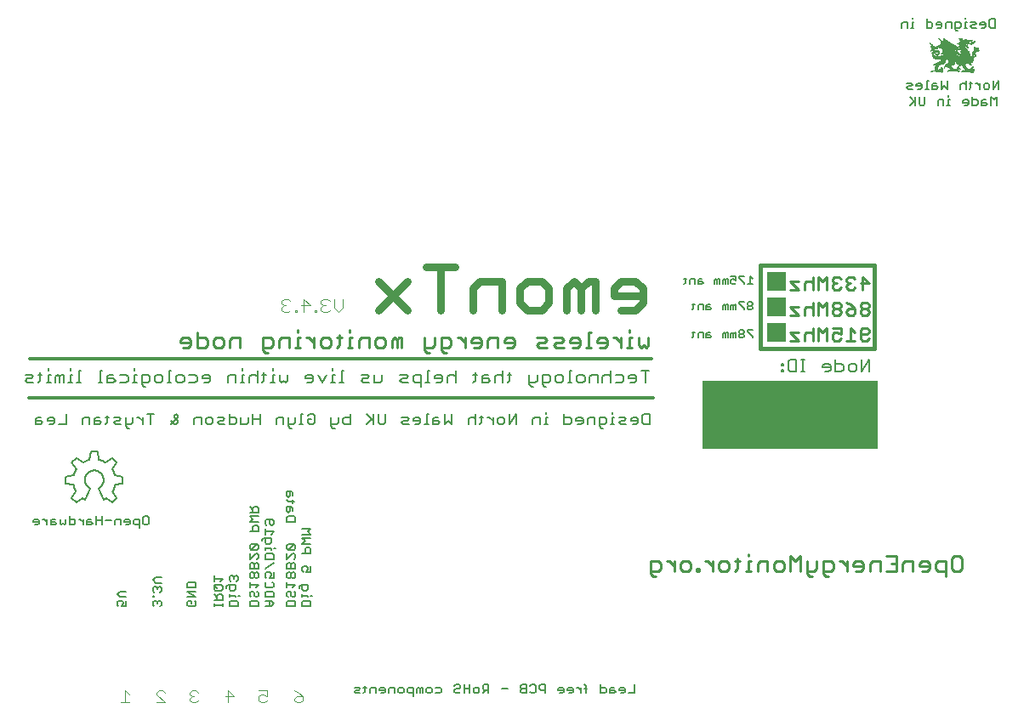
<source format=gbo>
G75*
%MOIN*%
%OFA0B0*%
%FSLAX25Y25*%
%IPPOS*%
%LPD*%
%AMOC8*
5,1,8,0,0,1.08239X$1,22.5*
%
%ADD10C,0.01100*%
%ADD11C,0.00900*%
%ADD12R,0.07500X0.07500*%
%ADD13C,0.01600*%
%ADD14C,0.00500*%
%ADD15C,0.00600*%
%ADD16R,0.00025X0.00025*%
%ADD17R,0.00050X0.00025*%
%ADD18R,0.00075X0.00025*%
%ADD19R,0.00100X0.00025*%
%ADD20R,0.00225X0.00025*%
%ADD21R,0.00100X0.00025*%
%ADD22R,0.00350X0.00025*%
%ADD23R,0.00150X0.00025*%
%ADD24R,0.00425X0.00025*%
%ADD25R,0.00175X0.00025*%
%ADD26R,0.00500X0.00025*%
%ADD27R,0.00200X0.00025*%
%ADD28R,0.00550X0.00025*%
%ADD29R,0.00025X0.00025*%
%ADD30R,0.00200X0.00025*%
%ADD31R,0.00600X0.00025*%
%ADD32R,0.00250X0.00025*%
%ADD33R,0.00675X0.00025*%
%ADD34R,0.00275X0.00025*%
%ADD35R,0.00725X0.00025*%
%ADD36R,0.00050X0.00025*%
%ADD37R,0.00325X0.00025*%
%ADD38R,0.00775X0.00025*%
%ADD39R,0.00075X0.00025*%
%ADD40R,0.00325X0.00025*%
%ADD41R,0.00825X0.00025*%
%ADD42R,0.00075X0.00025*%
%ADD43R,0.00450X0.00025*%
%ADD44R,0.01200X0.00025*%
%ADD45R,0.00275X0.00025*%
%ADD46R,0.00125X0.00025*%
%ADD47R,0.00125X0.00025*%
%ADD48R,0.00575X0.00025*%
%ADD49R,0.00600X0.00025*%
%ADD50R,0.00025X0.00025*%
%ADD51R,0.01225X0.00025*%
%ADD52R,0.00325X0.00025*%
%ADD53R,0.00150X0.00025*%
%ADD54R,0.00175X0.00025*%
%ADD55R,0.00650X0.00025*%
%ADD56R,0.00825X0.00025*%
%ADD57R,0.01225X0.00025*%
%ADD58R,0.00650X0.00025*%
%ADD59R,0.00350X0.00025*%
%ADD60R,0.00175X0.00025*%
%ADD61R,0.00975X0.00025*%
%ADD62R,0.01050X0.00025*%
%ADD63R,0.01250X0.00025*%
%ADD64R,0.01000X0.00025*%
%ADD65R,0.00400X0.00025*%
%ADD66R,0.00225X0.00025*%
%ADD67R,0.01175X0.00025*%
%ADD68R,0.00125X0.00025*%
%ADD69R,0.01325X0.00025*%
%ADD70R,0.00475X0.00025*%
%ADD71R,0.01025X0.00025*%
%ADD72R,0.01275X0.00025*%
%ADD73R,0.00375X0.00025*%
%ADD74R,0.02750X0.00025*%
%ADD75R,0.00900X0.00025*%
%ADD76R,0.01100X0.00025*%
%ADD77R,0.01400X0.00025*%
%ADD78R,0.00700X0.00025*%
%ADD79R,0.02775X0.00025*%
%ADD80R,0.00950X0.00025*%
%ADD81R,0.01175X0.00025*%
%ADD82R,0.01600X0.00025*%
%ADD83R,0.00725X0.00025*%
%ADD84R,0.02850X0.00025*%
%ADD85R,0.02825X0.00025*%
%ADD86R,0.00750X0.00025*%
%ADD87R,0.02900X0.00025*%
%ADD88R,0.00075X0.00025*%
%ADD89R,0.02850X0.00025*%
%ADD90R,0.00800X0.00025*%
%ADD91R,0.03000X0.00025*%
%ADD92R,0.00250X0.00025*%
%ADD93R,0.00850X0.00025*%
%ADD94R,0.04600X0.00025*%
%ADD95R,0.00875X0.00025*%
%ADD96R,0.04575X0.00025*%
%ADD97R,0.00875X0.00025*%
%ADD98R,0.04550X0.00025*%
%ADD99R,0.00775X0.00025*%
%ADD100R,0.00900X0.00025*%
%ADD101R,0.04475X0.00025*%
%ADD102R,0.00800X0.00025*%
%ADD103R,0.04425X0.00025*%
%ADD104R,0.00825X0.00025*%
%ADD105R,0.00175X0.00025*%
%ADD106R,0.02825X0.00025*%
%ADD107R,0.00925X0.00025*%
%ADD108R,0.04400X0.00025*%
%ADD109R,0.02800X0.00025*%
%ADD110R,0.00950X0.00025*%
%ADD111R,0.04350X0.00025*%
%ADD112R,0.00850X0.00025*%
%ADD113R,0.00750X0.00025*%
%ADD114R,0.00450X0.00025*%
%ADD115R,0.04000X0.00025*%
%ADD116R,0.04250X0.00025*%
%ADD117R,0.01025X0.00025*%
%ADD118R,0.03550X0.00025*%
%ADD119R,0.04150X0.00025*%
%ADD120R,0.01150X0.00025*%
%ADD121R,0.01075X0.00025*%
%ADD122R,0.03525X0.00025*%
%ADD123R,0.03975X0.00025*%
%ADD124R,0.00925X0.00025*%
%ADD125R,0.01275X0.00025*%
%ADD126R,0.01125X0.00025*%
%ADD127R,0.03525X0.00025*%
%ADD128R,0.03800X0.00025*%
%ADD129R,0.02425X0.00025*%
%ADD130R,0.03475X0.00025*%
%ADD131R,0.02525X0.00025*%
%ADD132R,0.02475X0.00025*%
%ADD133R,0.01325X0.00025*%
%ADD134R,0.03475X0.00025*%
%ADD135R,0.02275X0.00025*%
%ADD136R,0.02625X0.00025*%
%ADD137R,0.01575X0.00025*%
%ADD138R,0.00300X0.00025*%
%ADD139R,0.02750X0.00025*%
%ADD140R,0.00625X0.00025*%
%ADD141R,0.01950X0.00025*%
%ADD142R,0.04350X0.00025*%
%ADD143R,0.03050X0.00025*%
%ADD144R,0.01925X0.00025*%
%ADD145R,0.04325X0.00025*%
%ADD146R,0.02925X0.00025*%
%ADD147R,0.01975X0.00025*%
%ADD148R,0.04275X0.00025*%
%ADD149R,0.02925X0.00025*%
%ADD150R,0.00225X0.00025*%
%ADD151R,0.02100X0.00025*%
%ADD152R,0.04200X0.00025*%
%ADD153R,0.03250X0.00025*%
%ADD154R,0.02200X0.00025*%
%ADD155R,0.04150X0.00025*%
%ADD156R,0.03200X0.00025*%
%ADD157R,0.02450X0.00025*%
%ADD158R,0.04100X0.00025*%
%ADD159R,0.03200X0.00025*%
%ADD160R,0.03125X0.00025*%
%ADD161R,0.03175X0.00025*%
%ADD162R,0.03175X0.00025*%
%ADD163R,0.03750X0.00025*%
%ADD164R,0.03150X0.00025*%
%ADD165R,0.03225X0.00025*%
%ADD166R,0.03750X0.00025*%
%ADD167R,0.03150X0.00025*%
%ADD168R,0.02725X0.00025*%
%ADD169R,0.03275X0.00025*%
%ADD170R,0.02700X0.00025*%
%ADD171R,0.01825X0.00025*%
%ADD172R,0.01225X0.00025*%
%ADD173R,0.03300X0.00025*%
%ADD174R,0.02675X0.00025*%
%ADD175R,0.03725X0.00025*%
%ADD176R,0.02675X0.00025*%
%ADD177R,0.01075X0.00025*%
%ADD178R,0.01000X0.00025*%
%ADD179R,0.02775X0.00025*%
%ADD180R,0.00525X0.00025*%
%ADD181R,0.03775X0.00025*%
%ADD182R,0.02925X0.00025*%
%ADD183R,0.00300X0.00025*%
%ADD184R,0.00425X0.00025*%
%ADD185R,0.03775X0.00025*%
%ADD186R,0.02975X0.00025*%
%ADD187R,0.00425X0.00025*%
%ADD188R,0.00575X0.00025*%
%ADD189R,0.03100X0.00025*%
%ADD190R,0.01025X0.00025*%
%ADD191R,0.00675X0.00025*%
%ADD192R,0.02800X0.00025*%
%ADD193R,0.03225X0.00025*%
%ADD194R,0.01750X0.00025*%
%ADD195R,0.03275X0.00025*%
%ADD196R,0.00725X0.00025*%
%ADD197R,0.01575X0.00025*%
%ADD198R,0.03350X0.00025*%
%ADD199R,0.00700X0.00025*%
%ADD200R,0.01550X0.00025*%
%ADD201R,0.01575X0.00025*%
%ADD202R,0.01600X0.00025*%
%ADD203R,0.01500X0.00025*%
%ADD204R,0.01475X0.00025*%
%ADD205R,0.01550X0.00025*%
%ADD206R,0.00625X0.00025*%
%ADD207R,0.01475X0.00025*%
%ADD208R,0.01425X0.00025*%
%ADD209R,0.01450X0.00025*%
%ADD210R,0.01475X0.00025*%
%ADD211R,0.01425X0.00025*%
%ADD212R,0.01425X0.00025*%
%ADD213R,0.00675X0.00025*%
%ADD214R,0.01700X0.00025*%
%ADD215R,0.01425X0.00025*%
%ADD216R,0.00675X0.00025*%
%ADD217R,0.01450X0.00025*%
%ADD218R,0.01650X0.00025*%
%ADD219R,0.01400X0.00025*%
%ADD220R,0.01625X0.00025*%
%ADD221R,0.01500X0.00025*%
%ADD222R,0.00025X0.00025*%
%ADD223R,0.00625X0.00025*%
%ADD224R,0.01375X0.00025*%
%ADD225R,0.00825X0.00025*%
%ADD226R,0.01375X0.00025*%
%ADD227R,0.00625X0.00025*%
%ADD228R,0.01375X0.00025*%
%ADD229R,0.00775X0.00025*%
%ADD230R,0.01350X0.00025*%
%ADD231R,0.01350X0.00025*%
%ADD232R,0.01025X0.00025*%
%ADD233R,0.00575X0.00025*%
%ADD234R,0.00550X0.00025*%
%ADD235R,0.00475X0.00025*%
%ADD236R,0.01050X0.00025*%
%ADD237R,0.00525X0.00025*%
%ADD238R,0.00500X0.00025*%
%ADD239R,0.01325X0.00025*%
%ADD240R,0.01525X0.00025*%
%ADD241R,0.01300X0.00025*%
%ADD242R,0.01300X0.00025*%
%ADD243R,0.00275X0.00025*%
%ADD244R,0.01075X0.00025*%
%ADD245R,0.00275X0.00025*%
%ADD246R,0.01075X0.00025*%
%ADD247R,0.01675X0.00025*%
%ADD248R,0.01725X0.00025*%
%ADD249R,0.00225X0.00025*%
%ADD250R,0.01800X0.00025*%
%ADD251R,0.01100X0.00025*%
%ADD252R,0.01875X0.00025*%
%ADD253R,0.01325X0.00025*%
%ADD254R,0.01900X0.00025*%
%ADD255R,0.02000X0.00025*%
%ADD256R,0.00525X0.00025*%
%ADD257R,0.01125X0.00025*%
%ADD258R,0.00125X0.00025*%
%ADD259R,0.02725X0.00025*%
%ADD260R,0.01125X0.00025*%
%ADD261R,0.02725X0.00025*%
%ADD262R,0.01150X0.00025*%
%ADD263R,0.02675X0.00025*%
%ADD264R,0.02650X0.00025*%
%ADD265R,0.02650X0.00025*%
%ADD266R,0.01175X0.00025*%
%ADD267R,0.02600X0.00025*%
%ADD268R,0.02600X0.00025*%
%ADD269R,0.01200X0.00025*%
%ADD270R,0.01225X0.00025*%
%ADD271R,0.00375X0.00025*%
%ADD272R,0.02550X0.00025*%
%ADD273R,0.01275X0.00025*%
%ADD274R,0.02550X0.00025*%
%ADD275R,0.00400X0.00025*%
%ADD276R,0.02525X0.00025*%
%ADD277R,0.00425X0.00025*%
%ADD278R,0.02500X0.00025*%
%ADD279R,0.02475X0.00025*%
%ADD280R,0.01525X0.00025*%
%ADD281R,0.02450X0.00025*%
%ADD282R,0.01525X0.00025*%
%ADD283R,0.02425X0.00025*%
%ADD284R,0.01625X0.00025*%
%ADD285R,0.02425X0.00025*%
%ADD286R,0.02400X0.00025*%
%ADD287R,0.01475X0.00025*%
%ADD288R,0.02400X0.00025*%
%ADD289R,0.01575X0.00025*%
%ADD290R,0.02500X0.00025*%
%ADD291R,0.03050X0.00025*%
%ADD292R,0.03075X0.00025*%
%ADD293R,0.02275X0.00025*%
%ADD294R,0.03075X0.00025*%
%ADD295R,0.03075X0.00025*%
%ADD296R,0.02325X0.00025*%
%ADD297R,0.02525X0.00025*%
%ADD298R,0.02350X0.00025*%
%ADD299R,0.03100X0.00025*%
%ADD300R,0.00475X0.00025*%
%ADD301R,0.03125X0.00025*%
%ADD302R,0.03125X0.00025*%
%ADD303R,0.02875X0.00025*%
%ADD304R,0.02625X0.00025*%
%ADD305R,0.02875X0.00025*%
%ADD306R,0.03025X0.00025*%
%ADD307R,0.00575X0.00025*%
%ADD308R,0.03225X0.00025*%
%ADD309R,0.03075X0.00025*%
%ADD310R,0.03300X0.00025*%
%ADD311R,0.03125X0.00025*%
%ADD312R,0.03325X0.00025*%
%ADD313R,0.03375X0.00025*%
%ADD314R,0.03000X0.00025*%
%ADD315R,0.03400X0.00025*%
%ADD316R,0.03400X0.00025*%
%ADD317R,0.03425X0.00025*%
%ADD318R,0.03250X0.00025*%
%ADD319R,0.02950X0.00025*%
%ADD320R,0.03425X0.00025*%
%ADD321R,0.03275X0.00025*%
%ADD322R,0.03450X0.00025*%
%ADD323R,0.02900X0.00025*%
%ADD324R,0.03425X0.00025*%
%ADD325R,0.03325X0.00025*%
%ADD326R,0.03350X0.00025*%
%ADD327R,0.03375X0.00025*%
%ADD328R,0.03500X0.00025*%
%ADD329R,0.03325X0.00025*%
%ADD330R,0.03550X0.00025*%
%ADD331R,0.03625X0.00025*%
%ADD332R,0.02725X0.00025*%
%ADD333R,0.03650X0.00025*%
%ADD334R,0.02700X0.00025*%
%ADD335R,0.01625X0.00025*%
%ADD336R,0.02675X0.00025*%
%ADD337R,0.01675X0.00025*%
%ADD338R,0.03775X0.00025*%
%ADD339R,0.01725X0.00025*%
%ADD340R,0.03825X0.00025*%
%ADD341R,0.01775X0.00025*%
%ADD342R,0.03875X0.00025*%
%ADD343R,0.02925X0.00025*%
%ADD344R,0.01850X0.00025*%
%ADD345R,0.03925X0.00025*%
%ADD346R,0.05875X0.00025*%
%ADD347R,0.02575X0.00025*%
%ADD348R,0.05925X0.00025*%
%ADD349R,0.02575X0.00025*%
%ADD350R,0.06000X0.00025*%
%ADD351R,0.02575X0.00025*%
%ADD352R,0.06025X0.00025*%
%ADD353R,0.06075X0.00025*%
%ADD354R,0.06125X0.00025*%
%ADD355R,0.06200X0.00025*%
%ADD356R,0.06250X0.00025*%
%ADD357R,0.06300X0.00025*%
%ADD358R,0.06350X0.00025*%
%ADD359R,0.02575X0.00025*%
%ADD360R,0.06425X0.00025*%
%ADD361R,0.06450X0.00025*%
%ADD362R,0.02475X0.00025*%
%ADD363R,0.06500X0.00025*%
%ADD364R,0.06550X0.00025*%
%ADD365R,0.06625X0.00025*%
%ADD366R,0.06700X0.00025*%
%ADD367R,0.06775X0.00025*%
%ADD368R,0.02375X0.00025*%
%ADD369R,0.06850X0.00025*%
%ADD370R,0.02375X0.00025*%
%ADD371R,0.06900X0.00025*%
%ADD372R,0.07000X0.00025*%
%ADD373R,0.02350X0.00025*%
%ADD374R,0.02325X0.00025*%
%ADD375R,0.07125X0.00025*%
%ADD376R,0.02300X0.00025*%
%ADD377R,0.09525X0.00025*%
%ADD378R,0.09550X0.00025*%
%ADD379R,0.02250X0.00025*%
%ADD380R,0.09550X0.00025*%
%ADD381R,0.02225X0.00025*%
%ADD382R,0.09600X0.00025*%
%ADD383R,0.02225X0.00025*%
%ADD384R,0.09600X0.00025*%
%ADD385R,0.09625X0.00025*%
%ADD386R,0.02175X0.00025*%
%ADD387R,0.09625X0.00025*%
%ADD388R,0.02150X0.00025*%
%ADD389R,0.09675X0.00025*%
%ADD390R,0.02150X0.00025*%
%ADD391R,0.09675X0.00025*%
%ADD392R,0.02125X0.00025*%
%ADD393R,0.09700X0.00025*%
%ADD394R,0.02100X0.00025*%
%ADD395R,0.09725X0.00025*%
%ADD396R,0.02075X0.00025*%
%ADD397R,0.09750X0.00025*%
%ADD398R,0.02050X0.00025*%
%ADD399R,0.09775X0.00025*%
%ADD400R,0.02050X0.00025*%
%ADD401R,0.09775X0.00025*%
%ADD402R,0.09825X0.00025*%
%ADD403R,0.09825X0.00025*%
%ADD404R,0.09875X0.00025*%
%ADD405R,0.09900X0.00025*%
%ADD406R,0.09900X0.00025*%
%ADD407R,0.09950X0.00025*%
%ADD408R,0.09975X0.00025*%
%ADD409R,0.10025X0.00025*%
%ADD410R,0.10075X0.00025*%
%ADD411R,0.10100X0.00025*%
%ADD412R,0.02125X0.00025*%
%ADD413R,0.10125X0.00025*%
%ADD414R,0.02125X0.00025*%
%ADD415R,0.10175X0.00025*%
%ADD416R,0.10200X0.00025*%
%ADD417R,0.02175X0.00025*%
%ADD418R,0.10275X0.00025*%
%ADD419R,0.10325X0.00025*%
%ADD420R,0.10400X0.00025*%
%ADD421R,0.02300X0.00025*%
%ADD422R,0.12725X0.00025*%
%ADD423R,0.12725X0.00025*%
%ADD424R,0.01800X0.00025*%
%ADD425R,0.02025X0.00025*%
%ADD426R,0.12725X0.00025*%
%ADD427R,0.15225X0.00025*%
%ADD428R,0.15275X0.00025*%
%ADD429R,0.15325X0.00025*%
%ADD430R,0.15400X0.00025*%
%ADD431R,0.15425X0.00025*%
%ADD432R,0.15475X0.00025*%
%ADD433R,0.15500X0.00025*%
%ADD434R,0.15550X0.00025*%
%ADD435R,0.15600X0.00025*%
%ADD436R,0.15625X0.00025*%
%ADD437R,0.15650X0.00025*%
%ADD438R,0.15675X0.00025*%
%ADD439R,0.15750X0.00025*%
%ADD440R,0.15775X0.00025*%
%ADD441R,0.15800X0.00025*%
%ADD442R,0.15800X0.00025*%
%ADD443R,0.15825X0.00025*%
%ADD444R,0.15875X0.00025*%
%ADD445R,0.15900X0.00025*%
%ADD446R,0.15925X0.00025*%
%ADD447R,0.15925X0.00025*%
%ADD448R,0.03700X0.00025*%
%ADD449R,0.12250X0.00025*%
%ADD450R,0.12250X0.00025*%
%ADD451R,0.03725X0.00025*%
%ADD452R,0.12225X0.00025*%
%ADD453R,0.03775X0.00025*%
%ADD454R,0.02025X0.00025*%
%ADD455R,0.02075X0.00025*%
%ADD456R,0.02075X0.00025*%
%ADD457R,0.12225X0.00025*%
%ADD458R,0.12200X0.00025*%
%ADD459R,0.12225X0.00025*%
%ADD460R,0.12175X0.00025*%
%ADD461R,0.12175X0.00025*%
%ADD462R,0.02175X0.00025*%
%ADD463R,0.09675X0.00025*%
%ADD464R,0.02200X0.00025*%
%ADD465R,0.00325X0.00025*%
%ADD466R,0.02225X0.00025*%
%ADD467R,0.09375X0.00025*%
%ADD468R,0.09175X0.00025*%
%ADD469R,0.00525X0.00025*%
%ADD470R,0.00975X0.00025*%
%ADD471R,0.08975X0.00025*%
%ADD472R,0.08775X0.00025*%
%ADD473R,0.08225X0.00025*%
%ADD474R,0.01275X0.00025*%
%ADD475R,0.00925X0.00025*%
%ADD476R,0.07000X0.00025*%
%ADD477R,0.06700X0.00025*%
%ADD478R,0.06400X0.00025*%
%ADD479R,0.06275X0.00025*%
%ADD480R,0.06150X0.00025*%
%ADD481R,0.06050X0.00025*%
%ADD482R,0.05950X0.00025*%
%ADD483R,0.05875X0.00025*%
%ADD484R,0.00975X0.00025*%
%ADD485R,0.03625X0.00025*%
%ADD486R,0.05775X0.00025*%
%ADD487R,0.03950X0.00025*%
%ADD488R,0.05675X0.00025*%
%ADD489R,0.04225X0.00025*%
%ADD490R,0.05600X0.00025*%
%ADD491R,0.04325X0.00025*%
%ADD492R,0.05550X0.00025*%
%ADD493R,0.04425X0.00025*%
%ADD494R,0.05475X0.00025*%
%ADD495R,0.04500X0.00025*%
%ADD496R,0.05400X0.00025*%
%ADD497R,0.00925X0.00025*%
%ADD498R,0.05300X0.00025*%
%ADD499R,0.04625X0.00025*%
%ADD500R,0.05225X0.00025*%
%ADD501R,0.04675X0.00025*%
%ADD502R,0.05175X0.00025*%
%ADD503R,0.04725X0.00025*%
%ADD504R,0.05100X0.00025*%
%ADD505R,0.04750X0.00025*%
%ADD506R,0.05025X0.00025*%
%ADD507R,0.04800X0.00025*%
%ADD508R,0.04975X0.00025*%
%ADD509R,0.04825X0.00025*%
%ADD510R,0.04900X0.00025*%
%ADD511R,0.04850X0.00025*%
%ADD512R,0.04875X0.00025*%
%ADD513R,0.04875X0.00025*%
%ADD514R,0.04675X0.00025*%
%ADD515R,0.01525X0.00025*%
%ADD516R,0.04925X0.00025*%
%ADD517R,0.04525X0.00025*%
%ADD518R,0.04950X0.00025*%
%ADD519R,0.04475X0.00025*%
%ADD520R,0.00375X0.00025*%
%ADD521R,0.04950X0.00025*%
%ADD522R,0.04425X0.00025*%
%ADD523R,0.04975X0.00025*%
%ADD524R,0.04500X0.00025*%
%ADD525R,0.00375X0.00025*%
%ADD526R,0.05000X0.00025*%
%ADD527R,0.01650X0.00025*%
%ADD528R,0.05000X0.00025*%
%ADD529R,0.05125X0.00025*%
%ADD530R,0.00725X0.00025*%
%ADD531R,0.05025X0.00025*%
%ADD532R,0.01125X0.00025*%
%ADD533R,0.05050X0.00025*%
%ADD534R,0.04925X0.00025*%
%ADD535R,0.05050X0.00025*%
%ADD536R,0.04825X0.00025*%
%ADD537R,0.03575X0.00025*%
%ADD538R,0.04650X0.00025*%
%ADD539R,0.04575X0.00025*%
%ADD540R,0.04450X0.00025*%
%ADD541R,0.04375X0.00025*%
%ADD542R,0.00975X0.00025*%
%ADD543R,0.04175X0.00025*%
%ADD544R,0.04100X0.00025*%
%ADD545R,0.04025X0.00025*%
%ADD546R,0.03175X0.00025*%
%ADD547R,0.03175X0.00025*%
%ADD548R,0.03700X0.00025*%
%ADD549R,0.03625X0.00025*%
%ADD550R,0.00875X0.00025*%
%ADD551R,0.02825X0.00025*%
%ADD552R,0.03575X0.00025*%
%ADD553R,0.00875X0.00025*%
%ADD554R,0.01175X0.00025*%
%ADD555R,0.03500X0.00025*%
%ADD556R,0.01875X0.00025*%
%ADD557R,0.01950X0.00025*%
%ADD558R,0.01775X0.00025*%
%ADD559R,0.03275X0.00025*%
%ADD560R,0.02125X0.00025*%
%ADD561R,0.02325X0.00025*%
%ADD562R,0.02975X0.00025*%
%ADD563R,0.01375X0.00025*%
%ADD564R,0.02375X0.00025*%
%ADD565R,0.02025X0.00025*%
%ADD566R,0.02825X0.00025*%
%ADD567R,0.03575X0.00025*%
%ADD568R,0.02025X0.00025*%
%ADD569R,0.04200X0.00025*%
%ADD570R,0.04400X0.00025*%
%ADD571R,0.02250X0.00025*%
%ADD572R,0.01925X0.00025*%
%ADD573R,0.02175X0.00025*%
%ADD574R,0.02775X0.00025*%
%ADD575R,0.04575X0.00025*%
%ADD576R,0.01825X0.00025*%
%ADD577R,0.04525X0.00025*%
%ADD578R,0.01775X0.00025*%
%ADD579R,0.04375X0.00025*%
%ADD580R,0.04325X0.00025*%
%ADD581R,0.04050X0.00025*%
%ADD582R,0.02775X0.00025*%
%ADD583R,0.03925X0.00025*%
%ADD584R,0.03875X0.00025*%
%ADD585R,0.03800X0.00025*%
%ADD586R,0.03675X0.00025*%
%ADD587R,0.03625X0.00025*%
%ADD588R,0.03600X0.00025*%
%ADD589R,0.02875X0.00025*%
%ADD590R,0.03475X0.00025*%
%ADD591R,0.03375X0.00025*%
%ADD592R,0.03025X0.00025*%
%ADD593R,0.02950X0.00025*%
%ADD594R,0.02325X0.00025*%
%ADD595R,0.01875X0.00025*%
%ADD596R,0.01925X0.00025*%
%ADD597R,0.01250X0.00025*%
%ADD598R,0.01900X0.00025*%
%ADD599R,0.01875X0.00025*%
%ADD600R,0.02075X0.00025*%
%ADD601R,0.01700X0.00025*%
%ADD602R,0.01675X0.00025*%
%ADD603R,0.01725X0.00025*%
%ADD604R,0.01750X0.00025*%
%ADD605R,0.03925X0.00025*%
%ADD606R,0.01850X0.00025*%
%ADD607R,0.04775X0.00025*%
%ADD608R,0.02525X0.00025*%
%ADD609R,0.01975X0.00025*%
%ADD610R,0.02475X0.00025*%
%ADD611R,0.05025X0.00025*%
%ADD612R,0.05100X0.00025*%
%ADD613R,0.05175X0.00025*%
%ADD614R,0.05275X0.00025*%
%ADD615R,0.05350X0.00025*%
%ADD616R,0.05375X0.00025*%
%ADD617R,0.05075X0.00025*%
%ADD618R,0.04725X0.00025*%
%ADD619R,0.02000X0.00025*%
%ADD620R,0.04325X0.00025*%
%ADD621R,0.01975X0.00025*%
%ADD622R,0.04225X0.00025*%
%ADD623R,0.04125X0.00025*%
%ADD624R,0.04050X0.00025*%
%ADD625R,0.03975X0.00025*%
%ADD626R,0.03325X0.00025*%
%ADD627R,0.02875X0.00025*%
%ADD628R,0.01825X0.00025*%
%ADD629R,0.01825X0.00025*%
%ADD630R,0.02275X0.00025*%
%ADD631R,0.00475X0.00025*%
%ADD632R,0.05175X0.00025*%
%ADD633R,0.05325X0.00025*%
%ADD634R,0.05975X0.00025*%
%ADD635R,0.01725X0.00025*%
%ADD636R,0.06000X0.00025*%
%ADD637R,0.04125X0.00025*%
%ADD638R,0.01675X0.00025*%
%ADD639R,0.00025X0.00025*%
%ADD640R,0.01625X0.00025*%
%ADD641R,0.01775X0.00025*%
%ADD642R,0.04175X0.00025*%
%ADD643C,0.00400*%
%ADD644C,0.01200*%
%ADD645C,0.03000*%
%ADD646C,0.00800*%
%ADD647R,0.69000X0.27000*%
D10*
X0256346Y0130503D02*
X0256346Y0135424D01*
X0259298Y0135424D01*
X0260283Y0134440D01*
X0260283Y0132472D01*
X0259298Y0131488D01*
X0256346Y0131488D01*
X0256346Y0130503D02*
X0257330Y0129519D01*
X0258314Y0129519D01*
X0262701Y0135424D02*
X0263685Y0135424D01*
X0265654Y0133456D01*
X0265654Y0131488D02*
X0265654Y0135424D01*
X0268163Y0134440D02*
X0269147Y0135424D01*
X0271115Y0135424D01*
X0272099Y0134440D01*
X0272099Y0132472D01*
X0271115Y0131488D01*
X0269147Y0131488D01*
X0268163Y0132472D01*
X0268163Y0134440D01*
X0274338Y0132472D02*
X0274338Y0131488D01*
X0275322Y0131488D01*
X0275322Y0132472D01*
X0274338Y0132472D01*
X0277741Y0135424D02*
X0278725Y0135424D01*
X0280693Y0133456D01*
X0280693Y0131488D02*
X0280693Y0135424D01*
X0283202Y0134440D02*
X0284186Y0135424D01*
X0286155Y0135424D01*
X0287139Y0134440D01*
X0287139Y0132472D01*
X0286155Y0131488D01*
X0284186Y0131488D01*
X0283202Y0132472D01*
X0283202Y0134440D01*
X0289467Y0135424D02*
X0291436Y0135424D01*
X0290452Y0136409D02*
X0290452Y0132472D01*
X0289467Y0131488D01*
X0293764Y0131488D02*
X0295733Y0131488D01*
X0294749Y0131488D02*
X0294749Y0135424D01*
X0295733Y0135424D01*
X0294749Y0137393D02*
X0294749Y0138377D01*
X0298242Y0134440D02*
X0298242Y0131488D01*
X0298242Y0134440D02*
X0299226Y0135424D01*
X0302178Y0135424D01*
X0302178Y0131488D01*
X0304687Y0132472D02*
X0304687Y0134440D01*
X0305671Y0135424D01*
X0307640Y0135424D01*
X0308624Y0134440D01*
X0308624Y0132472D01*
X0307640Y0131488D01*
X0305671Y0131488D01*
X0304687Y0132472D01*
X0311133Y0131488D02*
X0311133Y0137393D01*
X0313101Y0135424D01*
X0315069Y0137393D01*
X0315069Y0131488D01*
X0317578Y0131488D02*
X0320531Y0131488D01*
X0321515Y0132472D01*
X0321515Y0135424D01*
X0324024Y0135424D02*
X0326976Y0135424D01*
X0327960Y0134440D01*
X0327960Y0132472D01*
X0326976Y0131488D01*
X0324024Y0131488D01*
X0324024Y0130503D02*
X0324024Y0135424D01*
X0324024Y0130503D02*
X0325008Y0129519D01*
X0325992Y0129519D01*
X0319546Y0129519D02*
X0318562Y0129519D01*
X0317578Y0130503D01*
X0317578Y0135424D01*
X0330379Y0135424D02*
X0331363Y0135424D01*
X0333332Y0133456D01*
X0333332Y0131488D02*
X0333332Y0135424D01*
X0335840Y0134440D02*
X0335840Y0133456D01*
X0339777Y0133456D01*
X0339777Y0134440D02*
X0338793Y0135424D01*
X0336824Y0135424D01*
X0335840Y0134440D01*
X0336824Y0131488D02*
X0338793Y0131488D01*
X0339777Y0132472D01*
X0339777Y0134440D01*
X0342286Y0134440D02*
X0342286Y0131488D01*
X0342286Y0134440D02*
X0343270Y0135424D01*
X0346223Y0135424D01*
X0346223Y0131488D01*
X0348731Y0131488D02*
X0352668Y0131488D01*
X0352668Y0137393D01*
X0348731Y0137393D01*
X0350700Y0134440D02*
X0352668Y0134440D01*
X0355177Y0134440D02*
X0355177Y0131488D01*
X0355177Y0134440D02*
X0356161Y0135424D01*
X0359114Y0135424D01*
X0359114Y0131488D01*
X0361622Y0133456D02*
X0365559Y0133456D01*
X0365559Y0134440D02*
X0364575Y0135424D01*
X0362606Y0135424D01*
X0361622Y0134440D01*
X0361622Y0133456D01*
X0362606Y0131488D02*
X0364575Y0131488D01*
X0365559Y0132472D01*
X0365559Y0134440D01*
X0368068Y0134440D02*
X0368068Y0132472D01*
X0369052Y0131488D01*
X0372005Y0131488D01*
X0372005Y0129519D02*
X0372005Y0135424D01*
X0369052Y0135424D01*
X0368068Y0134440D01*
X0374513Y0132472D02*
X0374513Y0136409D01*
X0375497Y0137393D01*
X0377466Y0137393D01*
X0378450Y0136409D01*
X0378450Y0132472D01*
X0377466Y0131488D01*
X0375497Y0131488D01*
X0374513Y0132472D01*
X0255532Y0220174D02*
X0254548Y0219189D01*
X0253564Y0220174D01*
X0252579Y0219189D01*
X0251595Y0220174D01*
X0251595Y0223126D01*
X0249086Y0223126D02*
X0248102Y0223126D01*
X0248102Y0219189D01*
X0249086Y0219189D02*
X0247118Y0219189D01*
X0244789Y0219189D02*
X0244789Y0223126D01*
X0242821Y0223126D02*
X0241837Y0223126D01*
X0242821Y0223126D02*
X0244789Y0221158D01*
X0248102Y0225095D02*
X0248102Y0226079D01*
X0255532Y0223126D02*
X0255532Y0220174D01*
X0239418Y0220174D02*
X0239418Y0222142D01*
X0238434Y0223126D01*
X0236466Y0223126D01*
X0235481Y0222142D01*
X0235481Y0221158D01*
X0239418Y0221158D01*
X0239418Y0220174D02*
X0238434Y0219189D01*
X0236466Y0219189D01*
X0232973Y0219189D02*
X0231004Y0219189D01*
X0231988Y0219189D02*
X0231988Y0225095D01*
X0232973Y0225095D01*
X0228676Y0222142D02*
X0228676Y0220174D01*
X0227691Y0219189D01*
X0225723Y0219189D01*
X0224739Y0221158D02*
X0228676Y0221158D01*
X0228676Y0222142D02*
X0227691Y0223126D01*
X0225723Y0223126D01*
X0224739Y0222142D01*
X0224739Y0221158D01*
X0222230Y0222142D02*
X0221246Y0221158D01*
X0219278Y0221158D01*
X0218293Y0220174D01*
X0219278Y0219189D01*
X0222230Y0219189D01*
X0222230Y0222142D02*
X0221246Y0223126D01*
X0218293Y0223126D01*
X0215785Y0222142D02*
X0214800Y0223126D01*
X0211848Y0223126D01*
X0212832Y0221158D02*
X0214800Y0221158D01*
X0215785Y0222142D01*
X0215785Y0219189D02*
X0212832Y0219189D01*
X0211848Y0220174D01*
X0212832Y0221158D01*
X0202894Y0221158D02*
X0198957Y0221158D01*
X0198957Y0222142D01*
X0199941Y0223126D01*
X0201909Y0223126D01*
X0202894Y0222142D01*
X0202894Y0220174D01*
X0201909Y0219189D01*
X0199941Y0219189D01*
X0196448Y0219189D02*
X0196448Y0223126D01*
X0193496Y0223126D01*
X0192511Y0222142D01*
X0192511Y0219189D01*
X0190003Y0220174D02*
X0190003Y0222142D01*
X0189018Y0223126D01*
X0187050Y0223126D01*
X0186066Y0222142D01*
X0186066Y0221158D01*
X0190003Y0221158D01*
X0190003Y0220174D02*
X0189018Y0219189D01*
X0187050Y0219189D01*
X0183557Y0219189D02*
X0183557Y0223126D01*
X0183557Y0221158D02*
X0181589Y0223126D01*
X0180605Y0223126D01*
X0178186Y0222142D02*
X0178186Y0220174D01*
X0177202Y0219189D01*
X0174249Y0219189D01*
X0174249Y0218205D02*
X0174249Y0223126D01*
X0177202Y0223126D01*
X0178186Y0222142D01*
X0176218Y0217221D02*
X0175233Y0217221D01*
X0174249Y0218205D01*
X0171740Y0220174D02*
X0170756Y0219189D01*
X0167804Y0219189D01*
X0167804Y0218205D02*
X0168788Y0217221D01*
X0169772Y0217221D01*
X0167804Y0218205D02*
X0167804Y0223126D01*
X0171740Y0223126D02*
X0171740Y0220174D01*
X0158849Y0219189D02*
X0158849Y0223126D01*
X0157865Y0223126D01*
X0156881Y0222142D01*
X0155897Y0223126D01*
X0154913Y0222142D01*
X0154913Y0219189D01*
X0156881Y0219189D02*
X0156881Y0222142D01*
X0152404Y0222142D02*
X0152404Y0220174D01*
X0151420Y0219189D01*
X0149451Y0219189D01*
X0148467Y0220174D01*
X0148467Y0222142D01*
X0149451Y0223126D01*
X0151420Y0223126D01*
X0152404Y0222142D01*
X0145958Y0223126D02*
X0145958Y0219189D01*
X0142022Y0219189D02*
X0142022Y0222142D01*
X0143006Y0223126D01*
X0145958Y0223126D01*
X0139513Y0223126D02*
X0138529Y0223126D01*
X0138529Y0219189D01*
X0139513Y0219189D02*
X0137545Y0219189D01*
X0134232Y0220174D02*
X0134232Y0224110D01*
X0135216Y0223126D02*
X0133248Y0223126D01*
X0130919Y0222142D02*
X0130919Y0220174D01*
X0129935Y0219189D01*
X0127966Y0219189D01*
X0126982Y0220174D01*
X0126982Y0222142D01*
X0127966Y0223126D01*
X0129935Y0223126D01*
X0130919Y0222142D01*
X0133248Y0219189D02*
X0134232Y0220174D01*
X0138529Y0225095D02*
X0138529Y0226079D01*
X0124473Y0223126D02*
X0124473Y0219189D01*
X0124473Y0221158D02*
X0122505Y0223126D01*
X0121521Y0223126D01*
X0119102Y0223126D02*
X0118118Y0223126D01*
X0118118Y0219189D01*
X0119102Y0219189D02*
X0117134Y0219189D01*
X0114805Y0219189D02*
X0114805Y0223126D01*
X0111853Y0223126D01*
X0110868Y0222142D01*
X0110868Y0219189D01*
X0108360Y0220174D02*
X0108360Y0222142D01*
X0107376Y0223126D01*
X0104423Y0223126D01*
X0104423Y0218205D01*
X0105407Y0217221D01*
X0106391Y0217221D01*
X0107376Y0219189D02*
X0104423Y0219189D01*
X0107376Y0219189D02*
X0108360Y0220174D01*
X0118118Y0225095D02*
X0118118Y0226079D01*
X0095469Y0223126D02*
X0095469Y0219189D01*
X0091532Y0219189D02*
X0091532Y0222142D01*
X0092516Y0223126D01*
X0095469Y0223126D01*
X0089023Y0222142D02*
X0089023Y0220174D01*
X0088039Y0219189D01*
X0086071Y0219189D01*
X0085086Y0220174D01*
X0085086Y0222142D01*
X0086071Y0223126D01*
X0088039Y0223126D01*
X0089023Y0222142D01*
X0082578Y0222142D02*
X0082578Y0220174D01*
X0081594Y0219189D01*
X0078641Y0219189D01*
X0078641Y0225095D01*
X0078641Y0223126D02*
X0081594Y0223126D01*
X0082578Y0222142D01*
X0076132Y0222142D02*
X0076132Y0220174D01*
X0075148Y0219189D01*
X0073180Y0219189D01*
X0072195Y0221158D02*
X0076132Y0221158D01*
X0076132Y0222142D02*
X0075148Y0223126D01*
X0073180Y0223126D01*
X0072195Y0222142D01*
X0072195Y0221158D01*
D11*
X0311024Y0221888D02*
X0314426Y0221888D01*
X0311024Y0225291D01*
X0314426Y0225291D01*
X0316548Y0224440D02*
X0316548Y0221888D01*
X0316548Y0224440D02*
X0317399Y0225291D01*
X0319100Y0225291D01*
X0319951Y0224440D01*
X0319951Y0226992D02*
X0319951Y0221888D01*
X0322073Y0221888D02*
X0322073Y0226992D01*
X0323774Y0225291D01*
X0325476Y0226992D01*
X0325476Y0221888D01*
X0327598Y0222738D02*
X0328448Y0221888D01*
X0330150Y0221888D01*
X0331001Y0222738D01*
X0331001Y0224440D02*
X0329299Y0225291D01*
X0328448Y0225291D01*
X0327598Y0224440D01*
X0327598Y0222738D01*
X0331001Y0224440D02*
X0331001Y0226992D01*
X0327598Y0226992D01*
X0328448Y0231888D02*
X0330150Y0231888D01*
X0331001Y0232738D01*
X0331001Y0233589D01*
X0330150Y0234440D01*
X0328448Y0234440D01*
X0327598Y0233589D01*
X0327598Y0232738D01*
X0328448Y0231888D01*
X0328448Y0234440D02*
X0327598Y0235291D01*
X0327598Y0236141D01*
X0328448Y0236992D01*
X0330150Y0236992D01*
X0331001Y0236141D01*
X0331001Y0235291D01*
X0330150Y0234440D01*
X0333122Y0233589D02*
X0333973Y0234440D01*
X0336525Y0234440D01*
X0336525Y0232738D01*
X0335675Y0231888D01*
X0333973Y0231888D01*
X0333122Y0232738D01*
X0333122Y0233589D01*
X0334824Y0236141D02*
X0333122Y0236992D01*
X0334824Y0236141D02*
X0336525Y0234440D01*
X0338647Y0235291D02*
X0339498Y0234440D01*
X0341199Y0234440D01*
X0342050Y0235291D01*
X0342050Y0236141D01*
X0341199Y0236992D01*
X0339498Y0236992D01*
X0338647Y0236141D01*
X0338647Y0235291D01*
X0339498Y0234440D02*
X0338647Y0233589D01*
X0338647Y0232738D01*
X0339498Y0231888D01*
X0341199Y0231888D01*
X0342050Y0232738D01*
X0342050Y0233589D01*
X0341199Y0234440D01*
X0341199Y0226992D02*
X0342050Y0226141D01*
X0342050Y0225291D01*
X0341199Y0224440D01*
X0338647Y0224440D01*
X0338647Y0226141D02*
X0338647Y0222738D01*
X0339498Y0221888D01*
X0341199Y0221888D01*
X0342050Y0222738D01*
X0341199Y0226992D02*
X0339498Y0226992D01*
X0338647Y0226141D01*
X0336525Y0225291D02*
X0334824Y0226992D01*
X0334824Y0221888D01*
X0336525Y0221888D02*
X0333122Y0221888D01*
X0325476Y0231888D02*
X0325476Y0236992D01*
X0323774Y0235291D01*
X0322073Y0236992D01*
X0322073Y0231888D01*
X0319951Y0231888D02*
X0319951Y0236992D01*
X0319100Y0235291D02*
X0317399Y0235291D01*
X0316548Y0234440D01*
X0316548Y0231888D01*
X0314426Y0231888D02*
X0311024Y0231888D01*
X0314426Y0231888D02*
X0311024Y0235291D01*
X0314426Y0235291D01*
X0319100Y0235291D02*
X0319951Y0234440D01*
X0319951Y0241888D02*
X0319951Y0246992D01*
X0319100Y0245291D02*
X0317399Y0245291D01*
X0316548Y0244440D01*
X0316548Y0241888D01*
X0314426Y0241888D02*
X0311024Y0241888D01*
X0314426Y0241888D02*
X0311024Y0245291D01*
X0314426Y0245291D01*
X0319100Y0245291D02*
X0319951Y0244440D01*
X0322073Y0246992D02*
X0322073Y0241888D01*
X0325476Y0241888D02*
X0325476Y0246992D01*
X0323774Y0245291D01*
X0322073Y0246992D01*
X0327598Y0246141D02*
X0327598Y0245291D01*
X0328448Y0244440D01*
X0327598Y0243589D01*
X0327598Y0242738D01*
X0328448Y0241888D01*
X0330150Y0241888D01*
X0331001Y0242738D01*
X0333122Y0242738D02*
X0333973Y0241888D01*
X0335675Y0241888D01*
X0336525Y0242738D01*
X0334824Y0244440D02*
X0333973Y0244440D01*
X0333122Y0243589D01*
X0333122Y0242738D01*
X0333973Y0244440D02*
X0333122Y0245291D01*
X0333122Y0246141D01*
X0333973Y0246992D01*
X0335675Y0246992D01*
X0336525Y0246141D01*
X0338647Y0244440D02*
X0342050Y0244440D01*
X0339498Y0246992D01*
X0339498Y0241888D01*
X0331001Y0246141D02*
X0330150Y0246992D01*
X0328448Y0246992D01*
X0327598Y0246141D01*
X0328448Y0244440D02*
X0329299Y0244440D01*
D12*
X0305750Y0245188D03*
X0305750Y0235188D03*
X0305750Y0225188D03*
D13*
X0299500Y0218938D02*
X0344000Y0218938D01*
X0344000Y0251438D01*
X0299500Y0251438D01*
X0299500Y0218938D01*
D14*
X0296250Y0223188D02*
X0296250Y0223688D01*
X0294248Y0225690D01*
X0294248Y0226190D01*
X0296250Y0226190D01*
X0293027Y0225690D02*
X0293027Y0225189D01*
X0292527Y0224689D01*
X0291526Y0224689D01*
X0291026Y0224189D01*
X0291026Y0223688D01*
X0291526Y0223188D01*
X0292527Y0223188D01*
X0293027Y0223688D01*
X0293027Y0224189D01*
X0292527Y0224689D01*
X0291526Y0224689D02*
X0291026Y0225189D01*
X0291026Y0225690D01*
X0291526Y0226190D01*
X0292527Y0226190D01*
X0293027Y0225690D01*
X0289805Y0225189D02*
X0289304Y0225189D01*
X0288804Y0224689D01*
X0288303Y0225189D01*
X0287803Y0224689D01*
X0287803Y0223188D01*
X0288804Y0223188D02*
X0288804Y0224689D01*
X0289805Y0225189D02*
X0289805Y0223188D01*
X0286582Y0223188D02*
X0286582Y0225189D01*
X0286081Y0225189D01*
X0285581Y0224689D01*
X0285080Y0225189D01*
X0284580Y0224689D01*
X0284580Y0223188D01*
X0285581Y0223188D02*
X0285581Y0224689D01*
X0280136Y0223688D02*
X0279636Y0224189D01*
X0278135Y0224189D01*
X0278135Y0224689D02*
X0278135Y0223188D01*
X0279636Y0223188D01*
X0280136Y0223688D01*
X0279636Y0225189D02*
X0278635Y0225189D01*
X0278135Y0224689D01*
X0276914Y0225189D02*
X0275412Y0225189D01*
X0274912Y0224689D01*
X0274912Y0223188D01*
X0273190Y0223688D02*
X0272690Y0223188D01*
X0273190Y0223688D02*
X0273190Y0225690D01*
X0272690Y0225189D02*
X0273691Y0225189D01*
X0276914Y0225189D02*
X0276914Y0223188D01*
X0276914Y0234188D02*
X0276914Y0236189D01*
X0275412Y0236189D01*
X0274912Y0235689D01*
X0274912Y0234188D01*
X0273190Y0234688D02*
X0272690Y0234188D01*
X0273190Y0234688D02*
X0273190Y0236690D01*
X0272690Y0236189D02*
X0273691Y0236189D01*
X0278135Y0235689D02*
X0278135Y0234188D01*
X0279636Y0234188D01*
X0280136Y0234688D01*
X0279636Y0235189D01*
X0278135Y0235189D01*
X0278135Y0235689D02*
X0278635Y0236189D01*
X0279636Y0236189D01*
X0284580Y0235689D02*
X0284580Y0234188D01*
X0285581Y0234188D02*
X0285581Y0235689D01*
X0285080Y0236189D01*
X0284580Y0235689D01*
X0285581Y0235689D02*
X0286081Y0236189D01*
X0286582Y0236189D01*
X0286582Y0234188D01*
X0287803Y0234188D02*
X0287803Y0235689D01*
X0288303Y0236189D01*
X0288804Y0235689D01*
X0288804Y0234188D01*
X0289805Y0234188D02*
X0289805Y0236189D01*
X0289304Y0236189D01*
X0288804Y0235689D01*
X0291026Y0236690D02*
X0293027Y0234688D01*
X0293027Y0234188D01*
X0294248Y0234688D02*
X0294248Y0235189D01*
X0294749Y0235689D01*
X0295750Y0235689D01*
X0296250Y0236189D01*
X0296250Y0236690D01*
X0295750Y0237190D01*
X0294749Y0237190D01*
X0294248Y0236690D01*
X0294248Y0236189D01*
X0294749Y0235689D01*
X0295750Y0235689D02*
X0296250Y0235189D01*
X0296250Y0234688D01*
X0295750Y0234188D01*
X0294749Y0234188D01*
X0294248Y0234688D01*
X0293027Y0237190D02*
X0291026Y0237190D01*
X0291026Y0236690D01*
X0289304Y0244188D02*
X0289805Y0244688D01*
X0289304Y0244188D02*
X0288303Y0244188D01*
X0287803Y0244688D01*
X0287803Y0245689D01*
X0288303Y0246189D01*
X0288804Y0246189D01*
X0289805Y0245689D01*
X0289805Y0247190D01*
X0287803Y0247190D01*
X0286582Y0246189D02*
X0286081Y0246189D01*
X0285581Y0245689D01*
X0285080Y0246189D01*
X0284580Y0245689D01*
X0284580Y0244188D01*
X0285581Y0244188D02*
X0285581Y0245689D01*
X0286582Y0246189D02*
X0286582Y0244188D01*
X0283359Y0244188D02*
X0283359Y0246189D01*
X0282859Y0246189D01*
X0282358Y0245689D01*
X0281858Y0246189D01*
X0281357Y0245689D01*
X0281357Y0244188D01*
X0282358Y0244188D02*
X0282358Y0245689D01*
X0276914Y0244688D02*
X0276413Y0245189D01*
X0274912Y0245189D01*
X0274912Y0245689D02*
X0274912Y0244188D01*
X0276413Y0244188D01*
X0276914Y0244688D01*
X0276413Y0246189D02*
X0275412Y0246189D01*
X0274912Y0245689D01*
X0273691Y0246189D02*
X0272189Y0246189D01*
X0271689Y0245689D01*
X0271689Y0244188D01*
X0269968Y0244688D02*
X0269467Y0244188D01*
X0269968Y0244688D02*
X0269968Y0246690D01*
X0270468Y0246189D02*
X0269467Y0246189D01*
X0273691Y0246189D02*
X0273691Y0244188D01*
X0291026Y0246690D02*
X0293027Y0244688D01*
X0293027Y0244188D01*
X0294248Y0244188D02*
X0296250Y0244188D01*
X0295249Y0244188D02*
X0295249Y0247190D01*
X0296250Y0246189D01*
X0293027Y0247190D02*
X0291026Y0247190D01*
X0291026Y0246690D01*
D15*
X0357875Y0314152D02*
X0359577Y0315854D01*
X0360144Y0315287D02*
X0357875Y0317555D01*
X0360144Y0317555D02*
X0360144Y0314152D01*
X0361558Y0314719D02*
X0361558Y0317555D01*
X0363827Y0317555D02*
X0363827Y0314719D01*
X0363260Y0314152D01*
X0362126Y0314152D01*
X0361558Y0314719D01*
X0361064Y0320642D02*
X0362199Y0320642D01*
X0362766Y0321209D01*
X0362766Y0322344D01*
X0362199Y0322911D01*
X0361064Y0322911D01*
X0360497Y0322344D01*
X0360497Y0321776D01*
X0362766Y0321776D01*
X0364087Y0320642D02*
X0365221Y0320642D01*
X0364654Y0320642D02*
X0364654Y0324045D01*
X0365221Y0324045D01*
X0366636Y0322344D02*
X0366636Y0320642D01*
X0368337Y0320642D01*
X0368904Y0321209D01*
X0368337Y0321776D01*
X0366636Y0321776D01*
X0366636Y0322344D02*
X0367203Y0322911D01*
X0368337Y0322911D01*
X0370319Y0324045D02*
X0370319Y0320642D01*
X0371453Y0321776D01*
X0372587Y0320642D01*
X0372587Y0324045D01*
X0377685Y0322344D02*
X0377685Y0320642D01*
X0377685Y0322344D02*
X0378252Y0322911D01*
X0379387Y0322911D01*
X0379954Y0322344D01*
X0381275Y0322911D02*
X0382409Y0322911D01*
X0381842Y0323478D02*
X0381842Y0321209D01*
X0381275Y0320642D01*
X0379954Y0320642D02*
X0379954Y0324045D01*
X0383777Y0322911D02*
X0384344Y0322911D01*
X0385478Y0321776D01*
X0385478Y0320642D02*
X0385478Y0322911D01*
X0386893Y0322344D02*
X0387460Y0322911D01*
X0388594Y0322911D01*
X0389162Y0322344D01*
X0389162Y0321209D01*
X0388594Y0320642D01*
X0387460Y0320642D01*
X0386893Y0321209D01*
X0386893Y0322344D01*
X0390576Y0324045D02*
X0390576Y0320642D01*
X0392845Y0324045D01*
X0392845Y0320642D01*
X0392064Y0317555D02*
X0390930Y0316421D01*
X0389796Y0317555D01*
X0389796Y0314152D01*
X0388381Y0314719D02*
X0387814Y0315287D01*
X0386113Y0315287D01*
X0386113Y0315854D02*
X0386113Y0314152D01*
X0387814Y0314152D01*
X0388381Y0314719D01*
X0387814Y0316421D02*
X0386680Y0316421D01*
X0386113Y0315854D01*
X0384698Y0315854D02*
X0384131Y0316421D01*
X0382430Y0316421D01*
X0382430Y0317555D02*
X0382430Y0314152D01*
X0384131Y0314152D01*
X0384698Y0314719D01*
X0384698Y0315854D01*
X0381015Y0315854D02*
X0380448Y0316421D01*
X0379314Y0316421D01*
X0378746Y0315854D01*
X0378746Y0315287D01*
X0381015Y0315287D01*
X0381015Y0315854D02*
X0381015Y0314719D01*
X0380448Y0314152D01*
X0379314Y0314152D01*
X0373649Y0314152D02*
X0372514Y0314152D01*
X0373082Y0314152D02*
X0373082Y0316421D01*
X0373649Y0316421D01*
X0373082Y0317555D02*
X0373082Y0318122D01*
X0371193Y0316421D02*
X0369492Y0316421D01*
X0368925Y0315854D01*
X0368925Y0314152D01*
X0371193Y0314152D02*
X0371193Y0316421D01*
X0359083Y0320642D02*
X0357381Y0320642D01*
X0356814Y0321209D01*
X0357381Y0321776D01*
X0358515Y0321776D01*
X0359083Y0322344D01*
X0358515Y0322911D01*
X0356814Y0322911D01*
X0357034Y0344655D02*
X0357034Y0346923D01*
X0355332Y0346923D01*
X0354765Y0346356D01*
X0354765Y0344655D01*
X0358355Y0344655D02*
X0359489Y0344655D01*
X0358922Y0344655D02*
X0358922Y0346923D01*
X0359489Y0346923D01*
X0358922Y0348058D02*
X0358922Y0348625D01*
X0364587Y0348058D02*
X0364587Y0344655D01*
X0366288Y0344655D01*
X0366855Y0345222D01*
X0366855Y0346356D01*
X0366288Y0346923D01*
X0364587Y0346923D01*
X0368270Y0346356D02*
X0368270Y0345789D01*
X0370539Y0345789D01*
X0370539Y0346356D02*
X0369971Y0346923D01*
X0368837Y0346923D01*
X0368270Y0346356D01*
X0368837Y0344655D02*
X0369971Y0344655D01*
X0370539Y0345222D01*
X0370539Y0346356D01*
X0371953Y0346356D02*
X0371953Y0344655D01*
X0371953Y0346356D02*
X0372520Y0346923D01*
X0374222Y0346923D01*
X0374222Y0344655D01*
X0375636Y0344655D02*
X0377338Y0344655D01*
X0377905Y0345222D01*
X0377905Y0346356D01*
X0377338Y0346923D01*
X0375636Y0346923D01*
X0375636Y0344088D01*
X0376203Y0343520D01*
X0376771Y0343520D01*
X0379226Y0344655D02*
X0380360Y0344655D01*
X0379793Y0344655D02*
X0379793Y0346923D01*
X0380360Y0346923D01*
X0379793Y0348058D02*
X0379793Y0348625D01*
X0381775Y0346923D02*
X0383476Y0346923D01*
X0384043Y0346356D01*
X0383476Y0345789D01*
X0382342Y0345789D01*
X0381775Y0345222D01*
X0382342Y0344655D01*
X0384043Y0344655D01*
X0385458Y0345789D02*
X0387727Y0345789D01*
X0387727Y0346356D02*
X0387159Y0346923D01*
X0386025Y0346923D01*
X0385458Y0346356D01*
X0385458Y0345789D01*
X0386025Y0344655D02*
X0387159Y0344655D01*
X0387727Y0345222D01*
X0387727Y0346356D01*
X0389141Y0345222D02*
X0389141Y0347490D01*
X0389708Y0348058D01*
X0391410Y0348058D01*
X0391410Y0344655D01*
X0389708Y0344655D01*
X0389141Y0345222D01*
X0392064Y0317555D02*
X0392064Y0314152D01*
X0123203Y0148250D02*
X0119800Y0148250D01*
X0119800Y0145981D02*
X0123203Y0145981D01*
X0122069Y0147116D01*
X0123203Y0148250D01*
X0123203Y0144567D02*
X0119800Y0144567D01*
X0120934Y0143433D01*
X0119800Y0142298D01*
X0123203Y0142298D01*
X0122636Y0140884D02*
X0123203Y0140317D01*
X0123203Y0138615D01*
X0119800Y0138615D01*
X0120934Y0138615D02*
X0120934Y0140317D01*
X0121501Y0140884D01*
X0122636Y0140884D01*
X0117203Y0140410D02*
X0117203Y0141544D01*
X0116636Y0142111D01*
X0114367Y0139843D01*
X0113800Y0140410D01*
X0113800Y0141544D01*
X0114367Y0142111D01*
X0116636Y0142111D01*
X0117203Y0140410D02*
X0116636Y0139843D01*
X0114367Y0139843D01*
X0113800Y0138428D02*
X0113800Y0136160D01*
X0116069Y0138428D01*
X0116636Y0138428D01*
X0117203Y0137861D01*
X0117203Y0136727D01*
X0116636Y0136160D01*
X0116636Y0134745D02*
X0116069Y0134745D01*
X0115501Y0134178D01*
X0115501Y0132477D01*
X0114934Y0131062D02*
X0114367Y0131062D01*
X0113800Y0130495D01*
X0113800Y0129361D01*
X0114367Y0128793D01*
X0114934Y0128793D01*
X0115501Y0129361D01*
X0115501Y0130495D01*
X0114934Y0131062D01*
X0115501Y0130495D02*
X0116069Y0131062D01*
X0116636Y0131062D01*
X0117203Y0130495D01*
X0117203Y0129361D01*
X0116636Y0128793D01*
X0116069Y0128793D01*
X0115501Y0129361D01*
X0113800Y0127379D02*
X0113800Y0125110D01*
X0113800Y0126245D02*
X0117203Y0126245D01*
X0116069Y0125110D01*
X0116636Y0123696D02*
X0117203Y0123129D01*
X0117203Y0121994D01*
X0116636Y0121427D01*
X0116069Y0121427D01*
X0115501Y0121994D01*
X0115501Y0123129D01*
X0114934Y0123696D01*
X0114367Y0123696D01*
X0113800Y0123129D01*
X0113800Y0121994D01*
X0114367Y0121427D01*
X0114367Y0120013D02*
X0116636Y0120013D01*
X0117203Y0119445D01*
X0117203Y0117744D01*
X0113800Y0117744D01*
X0113800Y0119445D01*
X0114367Y0120013D01*
X0119800Y0119445D02*
X0120367Y0120013D01*
X0122636Y0120013D01*
X0123203Y0119445D01*
X0123203Y0117744D01*
X0119800Y0117744D01*
X0119800Y0119445D01*
X0119800Y0121427D02*
X0119800Y0122561D01*
X0119800Y0121994D02*
X0122069Y0121994D01*
X0122069Y0121427D01*
X0123203Y0121994D02*
X0123770Y0121994D01*
X0121501Y0123883D02*
X0120367Y0123883D01*
X0119800Y0124450D01*
X0119800Y0126151D01*
X0119233Y0126151D02*
X0122069Y0126151D01*
X0122069Y0124450D01*
X0121501Y0123883D01*
X0118666Y0125017D02*
X0118666Y0125584D01*
X0119233Y0126151D01*
X0120367Y0131249D02*
X0119800Y0131816D01*
X0119800Y0132950D01*
X0120367Y0133517D01*
X0121501Y0133517D01*
X0122069Y0132950D01*
X0122069Y0132383D01*
X0121501Y0131249D01*
X0123203Y0131249D01*
X0123203Y0133517D01*
X0117203Y0134178D02*
X0116636Y0134745D01*
X0117203Y0134178D02*
X0117203Y0132477D01*
X0113800Y0132477D01*
X0113800Y0134178D01*
X0114367Y0134745D01*
X0114934Y0134745D01*
X0115501Y0134178D01*
X0108703Y0134745D02*
X0105300Y0132477D01*
X0105867Y0131062D02*
X0105300Y0130495D01*
X0105300Y0129361D01*
X0105867Y0128793D01*
X0107001Y0128793D02*
X0107569Y0129928D01*
X0107569Y0130495D01*
X0107001Y0131062D01*
X0105867Y0131062D01*
X0107001Y0128793D02*
X0108703Y0128793D01*
X0108703Y0131062D01*
X0108136Y0127379D02*
X0108703Y0126812D01*
X0108703Y0125677D01*
X0108136Y0125110D01*
X0105867Y0125110D01*
X0105300Y0125677D01*
X0105300Y0126812D01*
X0105867Y0127379D01*
X0102703Y0126245D02*
X0099300Y0126245D01*
X0099300Y0127379D02*
X0099300Y0125110D01*
X0099867Y0123696D02*
X0099300Y0123129D01*
X0099300Y0121994D01*
X0099867Y0121427D01*
X0101001Y0121994D02*
X0101569Y0121427D01*
X0102136Y0121427D01*
X0102703Y0121994D01*
X0102703Y0123129D01*
X0102136Y0123696D01*
X0101001Y0123129D02*
X0100434Y0123696D01*
X0099867Y0123696D01*
X0101001Y0123129D02*
X0101001Y0121994D01*
X0099867Y0120013D02*
X0102136Y0120013D01*
X0102703Y0119445D01*
X0102703Y0117744D01*
X0099300Y0117744D01*
X0099300Y0119445D01*
X0099867Y0120013D01*
X0095270Y0121994D02*
X0094703Y0121994D01*
X0093569Y0121994D02*
X0091300Y0121994D01*
X0091300Y0121427D02*
X0091300Y0122561D01*
X0091867Y0123883D02*
X0091300Y0124450D01*
X0091300Y0126151D01*
X0090733Y0126151D02*
X0093569Y0126151D01*
X0093569Y0124450D01*
X0093001Y0123883D01*
X0091867Y0123883D01*
X0090166Y0125017D02*
X0090166Y0125584D01*
X0090733Y0126151D01*
X0091867Y0127566D02*
X0091300Y0128133D01*
X0091300Y0129267D01*
X0091867Y0129834D01*
X0092434Y0129834D01*
X0093001Y0129267D01*
X0093001Y0128700D01*
X0093001Y0129267D02*
X0093569Y0129834D01*
X0094136Y0129834D01*
X0094703Y0129267D01*
X0094703Y0128133D01*
X0094136Y0127566D01*
X0099300Y0129361D02*
X0099867Y0128793D01*
X0100434Y0128793D01*
X0101001Y0129361D01*
X0101001Y0130495D01*
X0100434Y0131062D01*
X0099867Y0131062D01*
X0099300Y0130495D01*
X0099300Y0129361D01*
X0101001Y0129361D02*
X0101569Y0128793D01*
X0102136Y0128793D01*
X0102703Y0129361D01*
X0102703Y0130495D01*
X0102136Y0131062D01*
X0101569Y0131062D01*
X0101001Y0130495D01*
X0101001Y0132477D02*
X0101001Y0134178D01*
X0100434Y0134745D01*
X0099867Y0134745D01*
X0099300Y0134178D01*
X0099300Y0132477D01*
X0102703Y0132477D01*
X0102703Y0134178D01*
X0102136Y0134745D01*
X0101569Y0134745D01*
X0101001Y0134178D01*
X0102136Y0136160D02*
X0102703Y0136727D01*
X0102703Y0137861D01*
X0102136Y0138428D01*
X0101569Y0138428D01*
X0099300Y0136160D01*
X0099300Y0138428D01*
X0099867Y0139843D02*
X0102136Y0142111D01*
X0099867Y0142111D01*
X0099300Y0141544D01*
X0099300Y0140410D01*
X0099867Y0139843D01*
X0102136Y0139843D01*
X0102703Y0140410D01*
X0102703Y0141544D01*
X0102136Y0142111D01*
X0104166Y0143433D02*
X0104166Y0144000D01*
X0104733Y0144567D01*
X0107569Y0144567D01*
X0107569Y0142865D01*
X0107001Y0142298D01*
X0105867Y0142298D01*
X0105300Y0142865D01*
X0105300Y0144567D01*
X0105300Y0145981D02*
X0105300Y0148250D01*
X0105300Y0147116D02*
X0108703Y0147116D01*
X0107569Y0145981D01*
X0107569Y0149665D02*
X0107001Y0150232D01*
X0107001Y0151933D01*
X0105867Y0151933D02*
X0108136Y0151933D01*
X0108703Y0151366D01*
X0108703Y0150232D01*
X0108136Y0149665D01*
X0107569Y0149665D01*
X0105867Y0149665D02*
X0105300Y0150232D01*
X0105300Y0151366D01*
X0105867Y0151933D01*
X0102703Y0150892D02*
X0099300Y0150892D01*
X0100434Y0152027D01*
X0099300Y0153161D01*
X0102703Y0153161D01*
X0102703Y0154575D02*
X0099300Y0154575D01*
X0100434Y0154575D02*
X0100434Y0156277D01*
X0101001Y0156844D01*
X0102136Y0156844D01*
X0102703Y0156277D01*
X0102703Y0154575D01*
X0100434Y0155710D02*
X0099300Y0156844D01*
X0101001Y0149478D02*
X0100434Y0148911D01*
X0100434Y0147209D01*
X0099300Y0147209D02*
X0102703Y0147209D01*
X0102703Y0148911D01*
X0102136Y0149478D01*
X0101001Y0149478D01*
X0105300Y0140977D02*
X0105300Y0139843D01*
X0105300Y0140410D02*
X0107569Y0140410D01*
X0107569Y0139843D01*
X0108703Y0140410D02*
X0109270Y0140410D01*
X0108136Y0138428D02*
X0108703Y0137861D01*
X0108703Y0136160D01*
X0105300Y0136160D01*
X0105300Y0137861D01*
X0105867Y0138428D01*
X0108136Y0138428D01*
X0102703Y0126245D02*
X0101569Y0125110D01*
X0105300Y0123129D02*
X0105300Y0121427D01*
X0108703Y0121427D01*
X0108703Y0123129D01*
X0108136Y0123696D01*
X0105867Y0123696D01*
X0105300Y0123129D01*
X0105300Y0120013D02*
X0107569Y0120013D01*
X0108703Y0118878D01*
X0107569Y0117744D01*
X0105300Y0117744D01*
X0107001Y0117744D02*
X0107001Y0120013D01*
X0094703Y0119445D02*
X0094703Y0117744D01*
X0091300Y0117744D01*
X0091300Y0119445D01*
X0091867Y0120013D01*
X0094136Y0120013D01*
X0094703Y0119445D01*
X0093569Y0121427D02*
X0093569Y0121994D01*
X0088703Y0121901D02*
X0088703Y0120199D01*
X0085300Y0120199D01*
X0086434Y0120199D02*
X0086434Y0121901D01*
X0087001Y0122468D01*
X0088136Y0122468D01*
X0088703Y0121901D01*
X0088136Y0123883D02*
X0088703Y0124450D01*
X0088703Y0125584D01*
X0088136Y0126151D01*
X0085867Y0126151D01*
X0085300Y0125584D01*
X0085300Y0124450D01*
X0085867Y0123883D01*
X0088136Y0123883D01*
X0086434Y0125017D02*
X0085300Y0126151D01*
X0085300Y0127566D02*
X0085300Y0129834D01*
X0085300Y0128700D02*
X0088703Y0128700D01*
X0087569Y0127566D01*
X0085300Y0122468D02*
X0086434Y0121334D01*
X0085300Y0118878D02*
X0085300Y0117744D01*
X0085300Y0118311D02*
X0088703Y0118311D01*
X0088703Y0117744D02*
X0088703Y0118878D01*
X0078203Y0118311D02*
X0077636Y0117744D01*
X0075367Y0117744D01*
X0074800Y0118311D01*
X0074800Y0119445D01*
X0075367Y0120013D01*
X0076501Y0120013D01*
X0076501Y0118878D01*
X0077636Y0120013D02*
X0078203Y0119445D01*
X0078203Y0118311D01*
X0078203Y0121427D02*
X0074800Y0123696D01*
X0078203Y0123696D01*
X0078203Y0125110D02*
X0078203Y0126812D01*
X0077636Y0127379D01*
X0075367Y0127379D01*
X0074800Y0126812D01*
X0074800Y0125110D01*
X0078203Y0125110D01*
X0078203Y0121427D02*
X0074800Y0121427D01*
X0064703Y0119445D02*
X0064136Y0120013D01*
X0063569Y0120013D01*
X0063001Y0119445D01*
X0062434Y0120013D01*
X0061867Y0120013D01*
X0061300Y0119445D01*
X0061300Y0118311D01*
X0061867Y0117744D01*
X0063001Y0118878D02*
X0063001Y0119445D01*
X0064703Y0119445D02*
X0064703Y0118311D01*
X0064136Y0117744D01*
X0061867Y0121427D02*
X0061867Y0121994D01*
X0061300Y0121994D01*
X0061300Y0121427D01*
X0061867Y0121427D01*
X0061867Y0123269D02*
X0061300Y0123836D01*
X0061300Y0124970D01*
X0061867Y0125537D01*
X0062434Y0125537D01*
X0063001Y0124970D01*
X0063001Y0124403D01*
X0063001Y0124970D02*
X0063569Y0125537D01*
X0064136Y0125537D01*
X0064703Y0124970D01*
X0064703Y0123836D01*
X0064136Y0123269D01*
X0064703Y0126952D02*
X0062434Y0126952D01*
X0061300Y0128086D01*
X0062434Y0129220D01*
X0064703Y0129220D01*
X0050703Y0123696D02*
X0048434Y0123696D01*
X0047300Y0122561D01*
X0048434Y0121427D01*
X0050703Y0121427D01*
X0050703Y0120013D02*
X0050703Y0117744D01*
X0049001Y0117744D01*
X0049569Y0118878D01*
X0049569Y0119445D01*
X0049001Y0120013D01*
X0047867Y0120013D01*
X0047300Y0119445D01*
X0047300Y0118311D01*
X0047867Y0117744D01*
X0056017Y0148603D02*
X0056017Y0152006D01*
X0054315Y0152006D01*
X0053748Y0151439D01*
X0053748Y0150305D01*
X0054315Y0149738D01*
X0056017Y0149738D01*
X0057431Y0150305D02*
X0057431Y0152573D01*
X0057999Y0153141D01*
X0059133Y0153141D01*
X0059700Y0152573D01*
X0059700Y0150305D01*
X0059133Y0149738D01*
X0057999Y0149738D01*
X0057431Y0150305D01*
X0052334Y0150305D02*
X0052334Y0151439D01*
X0051767Y0152006D01*
X0050632Y0152006D01*
X0050065Y0151439D01*
X0050065Y0150872D01*
X0052334Y0150872D01*
X0052334Y0150305D02*
X0051767Y0149738D01*
X0050632Y0149738D01*
X0048651Y0149738D02*
X0048651Y0152006D01*
X0046949Y0152006D01*
X0046382Y0151439D01*
X0046382Y0149738D01*
X0044967Y0151439D02*
X0042699Y0151439D01*
X0041284Y0151439D02*
X0039016Y0151439D01*
X0039016Y0149738D02*
X0039016Y0153141D01*
X0041284Y0153141D02*
X0041284Y0149738D01*
X0037601Y0150305D02*
X0037034Y0150872D01*
X0035333Y0150872D01*
X0035333Y0151439D02*
X0035333Y0149738D01*
X0037034Y0149738D01*
X0037601Y0150305D01*
X0037034Y0152006D02*
X0035900Y0152006D01*
X0035333Y0151439D01*
X0033918Y0150872D02*
X0032784Y0152006D01*
X0032217Y0152006D01*
X0030849Y0151439D02*
X0030282Y0152006D01*
X0028580Y0152006D01*
X0028580Y0153141D02*
X0028580Y0149738D01*
X0030282Y0149738D01*
X0030849Y0150305D01*
X0030849Y0151439D01*
X0033918Y0152006D02*
X0033918Y0149738D01*
X0027166Y0150305D02*
X0026598Y0149738D01*
X0026031Y0150305D01*
X0025464Y0149738D01*
X0024897Y0150305D01*
X0024897Y0152006D01*
X0022915Y0152006D02*
X0021781Y0152006D01*
X0021214Y0151439D01*
X0021214Y0149738D01*
X0022915Y0149738D01*
X0023482Y0150305D01*
X0022915Y0150872D01*
X0021214Y0150872D01*
X0019799Y0150872D02*
X0018665Y0152006D01*
X0018098Y0152006D01*
X0016730Y0151439D02*
X0016163Y0152006D01*
X0015029Y0152006D01*
X0014461Y0151439D01*
X0014461Y0150872D01*
X0016730Y0150872D01*
X0016730Y0150305D02*
X0016730Y0151439D01*
X0016730Y0150305D02*
X0016163Y0149738D01*
X0015029Y0149738D01*
X0019799Y0149738D02*
X0019799Y0152006D01*
X0027166Y0152006D02*
X0027166Y0150305D01*
X0031400Y0158438D02*
X0033800Y0160138D01*
X0034800Y0159538D01*
X0036700Y0164038D01*
X0031200Y0162732D02*
X0031104Y0162898D01*
X0031011Y0163065D01*
X0030923Y0163235D01*
X0030839Y0163407D01*
X0030759Y0163580D01*
X0030683Y0163756D01*
X0030611Y0163933D01*
X0030544Y0164112D01*
X0030480Y0164293D01*
X0030421Y0164475D01*
X0030367Y0164658D01*
X0030316Y0164843D01*
X0030270Y0165028D01*
X0030229Y0165215D01*
X0030192Y0165403D01*
X0030200Y0165438D02*
X0027200Y0165938D01*
X0027200Y0168538D01*
X0030200Y0169138D01*
X0031300Y0171638D02*
X0029500Y0174238D01*
X0031400Y0176038D01*
X0034000Y0174238D01*
X0036500Y0175238D02*
X0037000Y0178438D01*
X0039700Y0178438D01*
X0040200Y0175238D01*
X0042700Y0174238D02*
X0045300Y0176038D01*
X0047200Y0174238D01*
X0045400Y0171638D01*
X0046500Y0169138D02*
X0049500Y0168538D01*
X0049500Y0165938D01*
X0046500Y0165438D01*
X0045500Y0162738D02*
X0047100Y0160338D01*
X0045300Y0158438D01*
X0042900Y0160138D01*
X0041900Y0159538D01*
X0039900Y0164038D01*
X0045467Y0162770D02*
X0045570Y0162946D01*
X0045669Y0163125D01*
X0045763Y0163306D01*
X0045853Y0163489D01*
X0045938Y0163675D01*
X0046019Y0163862D01*
X0046095Y0164052D01*
X0046166Y0164243D01*
X0046233Y0164436D01*
X0046294Y0164631D01*
X0046352Y0164827D01*
X0046404Y0165024D01*
X0046451Y0165222D01*
X0046494Y0165422D01*
X0042666Y0174274D02*
X0042494Y0174374D01*
X0042319Y0174471D01*
X0042143Y0174563D01*
X0041964Y0174651D01*
X0041783Y0174735D01*
X0041600Y0174814D01*
X0041416Y0174889D01*
X0041229Y0174960D01*
X0041041Y0175026D01*
X0040852Y0175087D01*
X0040661Y0175144D01*
X0040468Y0175197D01*
X0040275Y0175244D01*
X0039900Y0164138D02*
X0040007Y0164193D01*
X0040113Y0164250D01*
X0040216Y0164312D01*
X0040318Y0164376D01*
X0040417Y0164444D01*
X0040514Y0164515D01*
X0040609Y0164589D01*
X0040701Y0164666D01*
X0040791Y0164747D01*
X0040878Y0164830D01*
X0040962Y0164916D01*
X0041043Y0165004D01*
X0041121Y0165096D01*
X0041197Y0165190D01*
X0041269Y0165286D01*
X0041338Y0165384D01*
X0041404Y0165485D01*
X0041466Y0165588D01*
X0041525Y0165693D01*
X0041581Y0165799D01*
X0041633Y0165908D01*
X0041681Y0166018D01*
X0041726Y0166130D01*
X0041767Y0166243D01*
X0041804Y0166357D01*
X0041838Y0166473D01*
X0041867Y0166589D01*
X0041893Y0166707D01*
X0041915Y0166825D01*
X0041934Y0166944D01*
X0041948Y0167063D01*
X0041958Y0167183D01*
X0041965Y0167303D01*
X0041967Y0167424D01*
X0041965Y0167544D01*
X0041960Y0167664D01*
X0041951Y0167784D01*
X0041937Y0167904D01*
X0041920Y0168023D01*
X0041899Y0168141D01*
X0041874Y0168259D01*
X0041845Y0168376D01*
X0041812Y0168491D01*
X0041776Y0168606D01*
X0041736Y0168719D01*
X0041692Y0168831D01*
X0041644Y0168942D01*
X0041593Y0169051D01*
X0041539Y0169158D01*
X0041480Y0169263D01*
X0041419Y0169367D01*
X0041354Y0169468D01*
X0041286Y0169567D01*
X0041214Y0169664D01*
X0041140Y0169758D01*
X0041062Y0169850D01*
X0040982Y0169939D01*
X0040898Y0170026D01*
X0040812Y0170110D01*
X0040723Y0170191D01*
X0040631Y0170269D01*
X0040537Y0170344D01*
X0040441Y0170415D01*
X0040342Y0170484D01*
X0040241Y0170549D01*
X0040138Y0170611D01*
X0040033Y0170670D01*
X0039926Y0170725D01*
X0039817Y0170777D01*
X0039707Y0170824D01*
X0039595Y0170869D01*
X0039482Y0170909D01*
X0039367Y0170946D01*
X0039251Y0170979D01*
X0039135Y0171009D01*
X0039017Y0171034D01*
X0038899Y0171056D01*
X0038780Y0171073D01*
X0038660Y0171087D01*
X0038540Y0171097D01*
X0038420Y0171103D01*
X0038300Y0171105D01*
X0038180Y0171103D01*
X0038060Y0171097D01*
X0037940Y0171087D01*
X0037820Y0171073D01*
X0037701Y0171056D01*
X0037583Y0171034D01*
X0037465Y0171009D01*
X0037349Y0170979D01*
X0037233Y0170946D01*
X0037118Y0170909D01*
X0037005Y0170869D01*
X0036893Y0170824D01*
X0036783Y0170777D01*
X0036674Y0170725D01*
X0036567Y0170670D01*
X0036462Y0170611D01*
X0036359Y0170549D01*
X0036258Y0170484D01*
X0036159Y0170415D01*
X0036063Y0170344D01*
X0035969Y0170269D01*
X0035877Y0170191D01*
X0035788Y0170110D01*
X0035702Y0170026D01*
X0035618Y0169939D01*
X0035538Y0169850D01*
X0035460Y0169758D01*
X0035386Y0169664D01*
X0035314Y0169567D01*
X0035246Y0169468D01*
X0035181Y0169367D01*
X0035120Y0169263D01*
X0035061Y0169158D01*
X0035007Y0169051D01*
X0034956Y0168942D01*
X0034908Y0168831D01*
X0034864Y0168719D01*
X0034824Y0168606D01*
X0034788Y0168491D01*
X0034755Y0168376D01*
X0034726Y0168259D01*
X0034701Y0168141D01*
X0034680Y0168023D01*
X0034663Y0167904D01*
X0034649Y0167784D01*
X0034640Y0167664D01*
X0034635Y0167544D01*
X0034633Y0167424D01*
X0034635Y0167303D01*
X0034642Y0167183D01*
X0034652Y0167063D01*
X0034666Y0166944D01*
X0034685Y0166825D01*
X0034707Y0166707D01*
X0034733Y0166589D01*
X0034762Y0166473D01*
X0034796Y0166357D01*
X0034833Y0166243D01*
X0034874Y0166130D01*
X0034919Y0166018D01*
X0034967Y0165908D01*
X0035019Y0165799D01*
X0035075Y0165693D01*
X0035134Y0165588D01*
X0035196Y0165485D01*
X0035262Y0165384D01*
X0035331Y0165286D01*
X0035403Y0165190D01*
X0035479Y0165096D01*
X0035557Y0165004D01*
X0035638Y0164916D01*
X0035722Y0164830D01*
X0035809Y0164747D01*
X0035899Y0164666D01*
X0035991Y0164589D01*
X0036086Y0164515D01*
X0036183Y0164444D01*
X0036282Y0164376D01*
X0036384Y0164312D01*
X0036487Y0164250D01*
X0036593Y0164193D01*
X0036700Y0164138D01*
X0030210Y0169138D02*
X0030260Y0169326D01*
X0030315Y0169513D01*
X0030374Y0169699D01*
X0030438Y0169883D01*
X0030506Y0170066D01*
X0030579Y0170247D01*
X0030656Y0170426D01*
X0030737Y0170603D01*
X0030823Y0170779D01*
X0030912Y0170952D01*
X0031006Y0171123D01*
X0031104Y0171291D01*
X0031206Y0171458D01*
X0031311Y0171621D01*
X0033963Y0174255D02*
X0034128Y0174353D01*
X0034296Y0174447D01*
X0034466Y0174537D01*
X0034638Y0174624D01*
X0034811Y0174706D01*
X0034987Y0174785D01*
X0035164Y0174859D01*
X0035343Y0174929D01*
X0035524Y0174995D01*
X0035706Y0175057D01*
X0035889Y0175115D01*
X0036074Y0175169D01*
X0036260Y0175218D01*
X0036447Y0175263D01*
X0045392Y0171584D02*
X0045492Y0171422D01*
X0045589Y0171257D01*
X0045682Y0171090D01*
X0045770Y0170921D01*
X0045855Y0170751D01*
X0045936Y0170578D01*
X0046013Y0170403D01*
X0046086Y0170227D01*
X0046155Y0170049D01*
X0046220Y0169869D01*
X0046281Y0169689D01*
X0046337Y0169506D01*
X0046390Y0169323D01*
X0046438Y0169138D01*
X0031200Y0162738D02*
X0029500Y0160338D01*
X0031400Y0158438D01*
X0113800Y0159393D02*
X0114367Y0158826D01*
X0116636Y0158826D01*
X0116069Y0158259D02*
X0116069Y0159393D01*
X0116069Y0161281D02*
X0116069Y0162415D01*
X0115501Y0162983D01*
X0113800Y0162983D01*
X0113800Y0161281D01*
X0114367Y0160714D01*
X0114934Y0161281D01*
X0114934Y0162983D01*
X0114934Y0156844D02*
X0114934Y0155143D01*
X0114367Y0154575D01*
X0113800Y0155143D01*
X0113800Y0156844D01*
X0115501Y0156844D01*
X0116069Y0156277D01*
X0116069Y0155143D01*
X0116636Y0153161D02*
X0114367Y0153161D01*
X0113800Y0152594D01*
X0113800Y0150892D01*
X0117203Y0150892D01*
X0117203Y0152594D01*
X0116636Y0153161D01*
X0140250Y0086006D02*
X0141952Y0086006D01*
X0142519Y0085439D01*
X0141952Y0084872D01*
X0140818Y0084872D01*
X0140250Y0084305D01*
X0140818Y0083738D01*
X0142519Y0083738D01*
X0143840Y0083738D02*
X0144407Y0084305D01*
X0144407Y0086573D01*
X0144974Y0086006D02*
X0143840Y0086006D01*
X0146389Y0085439D02*
X0146956Y0086006D01*
X0148658Y0086006D01*
X0148658Y0083738D01*
X0150072Y0084872D02*
X0152341Y0084872D01*
X0152341Y0085439D02*
X0151774Y0086006D01*
X0150639Y0086006D01*
X0150072Y0085439D01*
X0150072Y0084872D01*
X0150639Y0083738D02*
X0151774Y0083738D01*
X0152341Y0084305D01*
X0152341Y0085439D01*
X0153755Y0085439D02*
X0153755Y0083738D01*
X0153755Y0085439D02*
X0154322Y0086006D01*
X0156024Y0086006D01*
X0156024Y0083738D01*
X0157438Y0084305D02*
X0157438Y0085439D01*
X0158006Y0086006D01*
X0159140Y0086006D01*
X0159707Y0085439D01*
X0159707Y0084305D01*
X0159140Y0083738D01*
X0158006Y0083738D01*
X0157438Y0084305D01*
X0161122Y0084305D02*
X0161689Y0083738D01*
X0163390Y0083738D01*
X0163390Y0082603D02*
X0163390Y0086006D01*
X0161689Y0086006D01*
X0161122Y0085439D01*
X0161122Y0084305D01*
X0164805Y0083738D02*
X0164805Y0085439D01*
X0165372Y0086006D01*
X0165939Y0085439D01*
X0165939Y0083738D01*
X0167073Y0083738D02*
X0167073Y0086006D01*
X0166506Y0086006D01*
X0165939Y0085439D01*
X0168488Y0085439D02*
X0169055Y0086006D01*
X0170189Y0086006D01*
X0170756Y0085439D01*
X0170756Y0084305D01*
X0170189Y0083738D01*
X0169055Y0083738D01*
X0168488Y0084305D01*
X0168488Y0085439D01*
X0172171Y0086006D02*
X0173872Y0086006D01*
X0174440Y0085439D01*
X0174440Y0084305D01*
X0173872Y0083738D01*
X0172171Y0083738D01*
X0179537Y0084305D02*
X0180104Y0083738D01*
X0181239Y0083738D01*
X0181806Y0084305D01*
X0181239Y0085439D02*
X0180104Y0085439D01*
X0179537Y0084872D01*
X0179537Y0084305D01*
X0181239Y0085439D02*
X0181806Y0086006D01*
X0181806Y0086573D01*
X0181239Y0087141D01*
X0180104Y0087141D01*
X0179537Y0086573D01*
X0183220Y0087141D02*
X0183220Y0083738D01*
X0183220Y0085439D02*
X0185489Y0085439D01*
X0186904Y0085439D02*
X0187471Y0086006D01*
X0188605Y0086006D01*
X0189172Y0085439D01*
X0189172Y0084305D01*
X0188605Y0083738D01*
X0187471Y0083738D01*
X0186904Y0084305D01*
X0186904Y0085439D01*
X0185489Y0083738D02*
X0185489Y0087141D01*
X0190587Y0086573D02*
X0190587Y0085439D01*
X0191154Y0084872D01*
X0192855Y0084872D01*
X0191721Y0084872D02*
X0190587Y0083738D01*
X0192855Y0083738D02*
X0192855Y0087141D01*
X0191154Y0087141D01*
X0190587Y0086573D01*
X0197953Y0085439D02*
X0200222Y0085439D01*
X0205319Y0084872D02*
X0205319Y0084305D01*
X0205886Y0083738D01*
X0207588Y0083738D01*
X0207588Y0087141D01*
X0205886Y0087141D01*
X0205319Y0086573D01*
X0205319Y0086006D01*
X0205886Y0085439D01*
X0207588Y0085439D01*
X0205886Y0085439D02*
X0205319Y0084872D01*
X0209002Y0084305D02*
X0209570Y0083738D01*
X0210704Y0083738D01*
X0211271Y0084305D01*
X0211271Y0086573D01*
X0210704Y0087141D01*
X0209570Y0087141D01*
X0209002Y0086573D01*
X0212686Y0086573D02*
X0212686Y0085439D01*
X0213253Y0084872D01*
X0214954Y0084872D01*
X0214954Y0083738D02*
X0214954Y0087141D01*
X0213253Y0087141D01*
X0212686Y0086573D01*
X0220052Y0085439D02*
X0220052Y0084872D01*
X0222321Y0084872D01*
X0222321Y0085439D02*
X0221753Y0086006D01*
X0220619Y0086006D01*
X0220052Y0085439D01*
X0220619Y0083738D02*
X0221753Y0083738D01*
X0222321Y0084305D01*
X0222321Y0085439D01*
X0223735Y0085439D02*
X0223735Y0084872D01*
X0226004Y0084872D01*
X0226004Y0085439D02*
X0225437Y0086006D01*
X0224302Y0086006D01*
X0223735Y0085439D01*
X0224302Y0083738D02*
X0225437Y0083738D01*
X0226004Y0084305D01*
X0226004Y0085439D01*
X0227371Y0086006D02*
X0227939Y0086006D01*
X0229073Y0084872D01*
X0229073Y0083738D02*
X0229073Y0086006D01*
X0230394Y0085439D02*
X0231528Y0085439D01*
X0230961Y0086573D02*
X0230961Y0083738D01*
X0230961Y0086573D02*
X0230394Y0087141D01*
X0236626Y0087141D02*
X0236626Y0083738D01*
X0238328Y0083738D01*
X0238895Y0084305D01*
X0238895Y0085439D01*
X0238328Y0086006D01*
X0236626Y0086006D01*
X0240309Y0085439D02*
X0240309Y0083738D01*
X0242011Y0083738D01*
X0242578Y0084305D01*
X0242011Y0084872D01*
X0240309Y0084872D01*
X0240309Y0085439D02*
X0240876Y0086006D01*
X0242011Y0086006D01*
X0243992Y0085439D02*
X0244559Y0086006D01*
X0245694Y0086006D01*
X0246261Y0085439D01*
X0246261Y0084305D01*
X0245694Y0083738D01*
X0244559Y0083738D01*
X0243992Y0084872D02*
X0246261Y0084872D01*
X0247675Y0083738D02*
X0249944Y0083738D01*
X0249944Y0087141D01*
X0243992Y0085439D02*
X0243992Y0084872D01*
X0146389Y0085439D02*
X0146389Y0083738D01*
D16*
X0370726Y0326980D03*
X0371176Y0327580D03*
X0371776Y0328580D03*
X0377376Y0328880D03*
X0377476Y0329130D03*
X0382926Y0326780D03*
X0385126Y0335180D03*
X0383726Y0339180D03*
X0368526Y0335030D03*
D17*
X0368139Y0334605D03*
X0367439Y0329755D03*
X0370739Y0327005D03*
X0371163Y0327605D03*
X0371763Y0328605D03*
X0377339Y0328905D03*
X0383113Y0328755D03*
X0383389Y0327755D03*
X0382939Y0326805D03*
X0385139Y0335205D03*
X0385163Y0335255D03*
X0382163Y0337855D03*
X0380863Y0338155D03*
D18*
X0380726Y0337830D03*
X0382176Y0337880D03*
X0383376Y0327780D03*
X0382926Y0326830D03*
X0377826Y0328230D03*
D19*
X0377814Y0328255D03*
X0382938Y0326855D03*
X0383364Y0327805D03*
X0385164Y0335305D03*
X0383688Y0339155D03*
X0376838Y0338055D03*
X0371738Y0328655D03*
X0371138Y0327655D03*
X0366464Y0327205D03*
D20*
X0367551Y0329805D03*
X0370851Y0334155D03*
X0373601Y0327455D03*
X0382151Y0326855D03*
X0382251Y0337955D03*
D21*
X0382464Y0339380D03*
X0376914Y0336680D03*
X0377238Y0335780D03*
X0377438Y0329180D03*
X0377288Y0328930D03*
X0377464Y0327330D03*
X0373088Y0327380D03*
X0371738Y0328680D03*
X0370514Y0327630D03*
X0370738Y0327080D03*
X0366464Y0327180D03*
X0368138Y0334580D03*
X0366364Y0335180D03*
X0366164Y0338380D03*
X0383088Y0328780D03*
X0382938Y0326880D03*
D22*
X0382863Y0327080D03*
X0382163Y0326880D03*
X0382813Y0328280D03*
X0377413Y0329480D03*
X0373613Y0327480D03*
X0377039Y0336780D03*
X0382339Y0338080D03*
X0383413Y0336780D03*
X0383339Y0335980D03*
X0367539Y0335780D03*
X0367539Y0335730D03*
X0367513Y0335880D03*
X0367489Y0335980D03*
X0366513Y0335430D03*
D23*
X0366389Y0335205D03*
X0366213Y0338305D03*
X0376939Y0336705D03*
X0377263Y0335805D03*
X0380989Y0336655D03*
X0385139Y0335355D03*
X0384139Y0333505D03*
X0383339Y0327855D03*
X0382939Y0326905D03*
X0377763Y0328305D03*
X0377413Y0329255D03*
X0371739Y0328755D03*
D24*
X0371776Y0329155D03*
X0370626Y0328055D03*
X0377076Y0336805D03*
X0370376Y0339305D03*
X0382676Y0327805D03*
X0382176Y0326905D03*
D25*
X0382926Y0326930D03*
X0383326Y0327880D03*
X0383026Y0328830D03*
X0378976Y0327730D03*
X0371726Y0328780D03*
X0370476Y0334330D03*
X0369876Y0339880D03*
X0369826Y0339930D03*
X0369776Y0339980D03*
X0369726Y0340030D03*
X0369526Y0340280D03*
X0366226Y0338280D03*
X0382226Y0337930D03*
D26*
X0382414Y0338180D03*
X0383364Y0336180D03*
X0384464Y0336630D03*
X0383614Y0333530D03*
X0381764Y0329980D03*
X0382188Y0326930D03*
X0377488Y0329630D03*
X0375738Y0327480D03*
X0369788Y0328030D03*
X0366488Y0337830D03*
X0371414Y0340080D03*
X0377114Y0336830D03*
D27*
X0370088Y0339655D03*
X0370038Y0339705D03*
X0369938Y0339805D03*
X0369714Y0340055D03*
X0369664Y0340105D03*
X0369614Y0340155D03*
X0369538Y0340255D03*
X0366238Y0338255D03*
X0366414Y0335255D03*
X0368114Y0334505D03*
X0377414Y0329305D03*
X0377714Y0328355D03*
X0382914Y0326955D03*
X0383288Y0327905D03*
D28*
X0382789Y0328255D03*
X0382289Y0328755D03*
X0381639Y0330105D03*
X0381613Y0330155D03*
X0382189Y0326955D03*
X0383639Y0333605D03*
X0383613Y0333905D03*
X0383363Y0336255D03*
X0383363Y0336505D03*
X0383363Y0336555D03*
X0382439Y0338205D03*
X0380713Y0336805D03*
X0379863Y0339855D03*
X0370489Y0339155D03*
X0366539Y0337755D03*
X0366639Y0335755D03*
X0370489Y0328705D03*
X0369763Y0328005D03*
D29*
X0370726Y0326955D03*
X0378376Y0327055D03*
X0379026Y0327055D03*
X0383426Y0327705D03*
X0384476Y0335105D03*
X0366326Y0335105D03*
X0366126Y0338455D03*
D30*
X0366264Y0338230D03*
X0368764Y0336980D03*
X0370064Y0339680D03*
X0370014Y0339730D03*
X0369964Y0339780D03*
X0369914Y0339830D03*
X0369688Y0340080D03*
X0369638Y0340130D03*
X0369564Y0340230D03*
X0379914Y0339930D03*
X0377414Y0329280D03*
X0379014Y0327080D03*
X0382914Y0326980D03*
X0371738Y0328830D03*
X0371038Y0327730D03*
D31*
X0370488Y0328680D03*
X0369738Y0327980D03*
X0373588Y0327930D03*
X0377538Y0329680D03*
X0381564Y0330280D03*
X0382538Y0329030D03*
X0382264Y0328680D03*
X0382238Y0328630D03*
X0382214Y0326980D03*
X0383664Y0333730D03*
X0383638Y0333780D03*
X0383638Y0333830D03*
X0383364Y0336380D03*
X0383364Y0336430D03*
X0383364Y0336480D03*
X0382438Y0338230D03*
X0380814Y0338580D03*
X0371538Y0339930D03*
X0368514Y0335680D03*
X0366664Y0335830D03*
D32*
X0366439Y0335305D03*
X0368113Y0334455D03*
X0368863Y0336955D03*
X0366289Y0338155D03*
X0370139Y0339605D03*
X0370189Y0339555D03*
X0382289Y0338005D03*
X0382963Y0328855D03*
X0382913Y0327005D03*
X0377313Y0328555D03*
X0377413Y0329355D03*
X0373139Y0327505D03*
D33*
X0370076Y0328205D03*
X0376776Y0328905D03*
X0377576Y0329705D03*
X0381526Y0330405D03*
X0382226Y0327005D03*
X0383476Y0335605D03*
X0383526Y0335755D03*
X0383926Y0336005D03*
X0383976Y0336055D03*
X0384026Y0336155D03*
X0380526Y0337005D03*
X0380426Y0337155D03*
X0370576Y0339055D03*
X0366626Y0337605D03*
X0366726Y0336055D03*
X0369326Y0334755D03*
X0369276Y0334405D03*
D34*
X0368951Y0336930D03*
X0370251Y0339480D03*
X0370201Y0339530D03*
X0366451Y0335330D03*
X0377401Y0329380D03*
X0382901Y0327030D03*
X0380601Y0337730D03*
X0380551Y0338380D03*
D35*
X0383126Y0338880D03*
X0384226Y0336380D03*
X0383476Y0335530D03*
X0381526Y0330430D03*
X0382226Y0327030D03*
X0376676Y0328730D03*
X0370476Y0328630D03*
X0369226Y0334330D03*
X0369276Y0334880D03*
X0366676Y0337530D03*
D36*
X0366139Y0338430D03*
X0366339Y0335130D03*
X0370363Y0334280D03*
X0370689Y0334130D03*
X0370363Y0327530D03*
X0370139Y0327530D03*
X0370739Y0327030D03*
X0373113Y0327330D03*
X0377489Y0327280D03*
X0383413Y0327730D03*
X0385139Y0335230D03*
X0385163Y0335280D03*
X0384913Y0336380D03*
X0366463Y0327130D03*
D37*
X0368126Y0334405D03*
X0370276Y0339455D03*
X0380826Y0338505D03*
X0382326Y0338055D03*
X0383426Y0336805D03*
X0383226Y0327955D03*
X0382876Y0327055D03*
X0377426Y0329455D03*
D38*
X0376651Y0328655D03*
X0382251Y0327055D03*
X0382801Y0333855D03*
X0375201Y0336105D03*
X0370651Y0338955D03*
X0366701Y0337505D03*
X0369201Y0334305D03*
X0370501Y0328605D03*
D39*
X0370751Y0327055D03*
X0373101Y0327355D03*
X0375801Y0327455D03*
X0377451Y0329155D03*
X0366451Y0327155D03*
X0366351Y0335155D03*
X0366151Y0338405D03*
D40*
X0366351Y0338055D03*
X0366501Y0335405D03*
X0369051Y0336905D03*
X0370301Y0339405D03*
X0380551Y0337705D03*
X0383351Y0335955D03*
X0371751Y0329055D03*
X0370151Y0327055D03*
D41*
X0368601Y0333680D03*
X0371101Y0334630D03*
X0381801Y0328230D03*
X0382251Y0327080D03*
X0383601Y0335830D03*
D42*
X0378401Y0327080D03*
X0371751Y0328630D03*
X0371151Y0327630D03*
D43*
X0370139Y0327080D03*
X0371789Y0329180D03*
X0377013Y0327380D03*
X0381913Y0329880D03*
X0383513Y0334030D03*
X0384789Y0335780D03*
X0375313Y0335980D03*
X0370789Y0334480D03*
X0368139Y0334330D03*
X0366589Y0335580D03*
X0367389Y0336180D03*
X0366463Y0337880D03*
X0371389Y0340130D03*
D44*
X0371938Y0339355D03*
X0374964Y0336255D03*
X0375164Y0335055D03*
X0376164Y0336505D03*
X0383038Y0334655D03*
X0381288Y0330505D03*
X0382438Y0327105D03*
X0368614Y0329405D03*
X0366988Y0336255D03*
D45*
X0374501Y0329755D03*
X0378451Y0327205D03*
X0379001Y0327105D03*
X0377001Y0336755D03*
X0380001Y0337755D03*
X0383501Y0339055D03*
D46*
X0382201Y0337905D03*
X0380701Y0337805D03*
X0383751Y0333255D03*
X0383051Y0328805D03*
X0382801Y0328305D03*
X0378401Y0327105D03*
X0377451Y0327355D03*
X0373101Y0327405D03*
X0371751Y0328705D03*
X0368651Y0337005D03*
D47*
X0368126Y0334555D03*
X0370426Y0334305D03*
X0366176Y0338355D03*
X0370726Y0327105D03*
X0377426Y0329205D03*
D48*
X0370151Y0327105D03*
X0368201Y0334255D03*
X0366651Y0335805D03*
X0383351Y0336305D03*
X0383351Y0336355D03*
X0383651Y0333705D03*
X0383651Y0333655D03*
D49*
X0383664Y0333755D03*
X0383638Y0333805D03*
X0383788Y0333355D03*
X0383364Y0336405D03*
X0383364Y0336455D03*
X0384464Y0336605D03*
X0380664Y0336855D03*
X0381564Y0330255D03*
X0381588Y0330205D03*
X0382238Y0328655D03*
X0370938Y0334555D03*
X0366664Y0335855D03*
X0366564Y0337705D03*
X0370538Y0339105D03*
X0371514Y0339955D03*
X0368688Y0327105D03*
D50*
X0366451Y0327105D03*
X0377501Y0327255D03*
X0377851Y0328205D03*
X0377201Y0335755D03*
X0376901Y0336655D03*
X0380001Y0337805D03*
D51*
X0382576Y0338580D03*
X0382726Y0338730D03*
X0384626Y0335530D03*
X0377776Y0340230D03*
X0382426Y0327130D03*
D52*
X0382701Y0327780D03*
X0379001Y0327130D03*
X0373551Y0327980D03*
X0371751Y0329080D03*
X0380901Y0336680D03*
X0383351Y0335930D03*
X0383451Y0339030D03*
D53*
X0380663Y0337780D03*
X0380013Y0337780D03*
X0385139Y0335380D03*
X0378413Y0327130D03*
X0373089Y0327430D03*
X0371739Y0328730D03*
X0370513Y0328780D03*
X0367489Y0329780D03*
X0368113Y0334530D03*
D54*
X0366401Y0335230D03*
X0370701Y0327130D03*
X0373101Y0327480D03*
X0377751Y0328330D03*
D55*
X0376739Y0328880D03*
X0378989Y0327680D03*
X0382013Y0328380D03*
X0382089Y0328430D03*
X0382139Y0328480D03*
X0382189Y0328530D03*
X0382213Y0328580D03*
X0383789Y0333380D03*
X0383489Y0335630D03*
X0383489Y0335680D03*
X0383513Y0335730D03*
X0383863Y0335930D03*
X0384039Y0336180D03*
X0384063Y0336230D03*
X0384089Y0336280D03*
X0384139Y0336330D03*
X0380589Y0336930D03*
X0369339Y0334730D03*
X0369339Y0334680D03*
X0369339Y0334630D03*
X0369313Y0334780D03*
X0369313Y0334480D03*
X0366713Y0335980D03*
X0366613Y0337630D03*
X0370263Y0328430D03*
X0370163Y0327130D03*
D56*
X0368676Y0327130D03*
X0382776Y0333580D03*
X0382776Y0333630D03*
X0382776Y0333680D03*
D57*
X0382551Y0333105D03*
X0382401Y0327155D03*
X0380951Y0327205D03*
X0368651Y0333805D03*
X0368451Y0335605D03*
X0367001Y0336205D03*
X0366951Y0337155D03*
X0377951Y0340005D03*
D58*
X0380939Y0338105D03*
X0380563Y0336955D03*
X0383489Y0335655D03*
X0384089Y0336255D03*
X0384113Y0336305D03*
X0384163Y0336355D03*
X0383189Y0338905D03*
X0381539Y0330355D03*
X0382163Y0328505D03*
X0382113Y0328455D03*
X0381963Y0328355D03*
X0381889Y0328305D03*
X0380889Y0327155D03*
X0376739Y0328855D03*
X0370589Y0328005D03*
X0370239Y0328405D03*
X0370289Y0328455D03*
X0370339Y0328505D03*
X0370489Y0328655D03*
X0370013Y0328155D03*
X0369313Y0334455D03*
X0369339Y0334605D03*
X0369339Y0334655D03*
X0369339Y0334705D03*
X0366713Y0336005D03*
X0366589Y0337655D03*
X0371589Y0339855D03*
D59*
X0366389Y0338005D03*
X0367513Y0335905D03*
X0367513Y0335855D03*
X0367539Y0335805D03*
X0367539Y0335755D03*
X0367539Y0335705D03*
X0376963Y0338105D03*
X0377363Y0335855D03*
X0380863Y0336705D03*
X0378989Y0327155D03*
X0377013Y0327355D03*
D60*
X0378426Y0327155D03*
X0373576Y0328005D03*
X0371726Y0328805D03*
X0371076Y0327705D03*
X0385126Y0335405D03*
D61*
X0376451Y0335755D03*
X0368601Y0336355D03*
X0367201Y0334455D03*
X0367151Y0334305D03*
X0370301Y0327155D03*
D62*
X0368689Y0327155D03*
X0368413Y0328755D03*
X0368413Y0328805D03*
X0368413Y0328855D03*
X0368439Y0328905D03*
X0367289Y0333555D03*
X0367313Y0334655D03*
X0375039Y0336205D03*
X0376339Y0336105D03*
X0376363Y0336055D03*
X0376763Y0334405D03*
X0378839Y0327305D03*
D63*
X0382389Y0327180D03*
X0383063Y0334680D03*
X0376113Y0336580D03*
X0377963Y0339980D03*
X0366963Y0337130D03*
X0368639Y0329480D03*
D64*
X0368388Y0328630D03*
X0368388Y0328080D03*
X0368388Y0328030D03*
X0370264Y0327180D03*
X0378814Y0327280D03*
X0379064Y0327630D03*
X0380914Y0327180D03*
X0382564Y0328880D03*
X0382664Y0333280D03*
X0376738Y0334430D03*
X0376438Y0335830D03*
X0376414Y0335880D03*
X0376414Y0335930D03*
X0376388Y0335980D03*
X0369088Y0335030D03*
X0367214Y0334480D03*
X0367188Y0334430D03*
X0366814Y0337330D03*
D65*
X0366438Y0337930D03*
X0366538Y0335480D03*
X0370364Y0339330D03*
X0371338Y0340180D03*
X0380814Y0338530D03*
X0383388Y0334230D03*
X0383488Y0334080D03*
X0382014Y0329830D03*
X0378988Y0327180D03*
X0377438Y0329530D03*
X0371764Y0329130D03*
X0366988Y0327680D03*
D66*
X0371726Y0328880D03*
X0377426Y0327380D03*
X0378426Y0327180D03*
X0382576Y0329080D03*
X0384476Y0336680D03*
X0382276Y0337980D03*
X0376976Y0336730D03*
X0375576Y0335180D03*
D67*
X0376176Y0336480D03*
X0379726Y0339630D03*
X0371926Y0339380D03*
X0366926Y0337180D03*
X0366976Y0336330D03*
X0367476Y0334880D03*
X0368576Y0329330D03*
X0368676Y0327180D03*
D68*
X0366901Y0327180D03*
X0370851Y0328530D03*
X0371101Y0327680D03*
X0377801Y0328280D03*
X0383351Y0327830D03*
X0385151Y0335330D03*
X0383651Y0336930D03*
X0383651Y0339130D03*
X0366201Y0338330D03*
D69*
X0367601Y0334955D03*
X0370901Y0338605D03*
X0382501Y0333055D03*
X0379301Y0329305D03*
X0379451Y0329055D03*
X0379551Y0328905D03*
X0382351Y0327205D03*
D70*
X0381876Y0329905D03*
X0378976Y0327705D03*
X0378976Y0327205D03*
X0376926Y0329055D03*
X0375476Y0335155D03*
X0366476Y0337855D03*
D71*
X0367251Y0333605D03*
X0371251Y0334705D03*
X0371851Y0339505D03*
X0376401Y0335955D03*
X0382651Y0333255D03*
X0384401Y0336405D03*
X0370251Y0327205D03*
X0368401Y0328655D03*
X0368401Y0328705D03*
D72*
X0368676Y0327205D03*
X0377976Y0339955D03*
X0382576Y0338605D03*
D73*
X0383401Y0339005D03*
X0383351Y0336005D03*
X0383401Y0334205D03*
X0371751Y0329105D03*
X0366851Y0327205D03*
X0367551Y0335605D03*
X0367551Y0335655D03*
X0367501Y0335955D03*
X0370351Y0339355D03*
D74*
X0378663Y0338580D03*
X0378763Y0338630D03*
X0370439Y0330880D03*
X0381639Y0327230D03*
D75*
X0378764Y0327230D03*
X0382738Y0333430D03*
X0384738Y0335680D03*
X0382488Y0338380D03*
X0376538Y0335230D03*
X0376538Y0335180D03*
X0376538Y0335130D03*
X0376538Y0335080D03*
X0376538Y0335030D03*
X0376614Y0334630D03*
X0367164Y0333830D03*
X0367138Y0333980D03*
X0366888Y0327430D03*
D76*
X0368464Y0329030D03*
X0368488Y0329130D03*
X0368514Y0329180D03*
X0370214Y0327230D03*
X0367338Y0333480D03*
X0368464Y0335630D03*
X0366938Y0336480D03*
X0370814Y0338730D03*
X0371888Y0339430D03*
X0377888Y0340180D03*
X0377914Y0340130D03*
X0382314Y0338330D03*
X0382564Y0338530D03*
X0382988Y0334480D03*
X0382988Y0334430D03*
X0382988Y0334380D03*
X0382988Y0334330D03*
X0381338Y0330480D03*
X0378888Y0327330D03*
X0376838Y0334330D03*
D77*
X0378064Y0339730D03*
X0377988Y0339830D03*
X0383364Y0335130D03*
X0383188Y0334830D03*
X0383164Y0334780D03*
X0379188Y0329480D03*
X0379888Y0328530D03*
X0374388Y0328430D03*
X0374314Y0328480D03*
X0374238Y0328530D03*
X0374064Y0328630D03*
X0368688Y0327230D03*
X0367038Y0337030D03*
D78*
X0366638Y0337580D03*
X0366738Y0336130D03*
X0368238Y0334230D03*
X0369264Y0334380D03*
X0369288Y0334830D03*
X0371614Y0339830D03*
X0375238Y0336080D03*
X0375388Y0335130D03*
X0380414Y0337180D03*
X0383464Y0335580D03*
X0383988Y0336080D03*
X0384764Y0335730D03*
X0382764Y0328230D03*
X0376914Y0328980D03*
X0376838Y0328930D03*
X0376688Y0328780D03*
X0370588Y0327980D03*
X0370164Y0328280D03*
X0370188Y0328330D03*
X0370114Y0328230D03*
X0370388Y0328530D03*
X0366738Y0327230D03*
D79*
X0370401Y0330855D03*
X0371601Y0336455D03*
X0378351Y0338405D03*
X0378901Y0336155D03*
X0378351Y0330005D03*
X0381601Y0327255D03*
D80*
X0378789Y0327255D03*
X0382713Y0333355D03*
X0384713Y0335655D03*
X0382939Y0338805D03*
X0376463Y0335705D03*
X0376489Y0335605D03*
X0376513Y0335505D03*
X0371813Y0339555D03*
X0366789Y0337355D03*
X0367163Y0334355D03*
X0367139Y0334255D03*
X0367139Y0334205D03*
X0367189Y0333705D03*
X0367213Y0333655D03*
X0368639Y0333705D03*
D81*
X0366976Y0336305D03*
X0368576Y0329355D03*
X0370176Y0327255D03*
X0373576Y0327605D03*
D82*
X0368764Y0327255D03*
X0381188Y0330655D03*
X0371014Y0338455D03*
X0372064Y0339105D03*
X0368714Y0334105D03*
X0380638Y0339055D03*
X0380738Y0339155D03*
D83*
X0382801Y0334205D03*
X0369251Y0334355D03*
X0366751Y0336155D03*
X0366651Y0337555D03*
X0369701Y0327955D03*
X0366751Y0327255D03*
D84*
X0369189Y0327430D03*
X0369239Y0327380D03*
X0369289Y0327330D03*
X0374089Y0330480D03*
X0379613Y0335180D03*
X0381563Y0327280D03*
D85*
X0378326Y0330030D03*
X0374126Y0330530D03*
X0370376Y0330830D03*
X0369326Y0327280D03*
X0379576Y0335230D03*
X0379476Y0335380D03*
D86*
X0380363Y0337230D03*
X0381239Y0339680D03*
X0384439Y0336530D03*
X0382789Y0334180D03*
X0382789Y0334130D03*
X0382789Y0334080D03*
X0382789Y0334030D03*
X0382789Y0333980D03*
X0382789Y0333930D03*
X0382789Y0333880D03*
X0383789Y0333430D03*
X0382539Y0328980D03*
X0376663Y0328680D03*
X0376613Y0328580D03*
X0369263Y0334930D03*
X0370639Y0338980D03*
X0371689Y0339730D03*
X0366763Y0327280D03*
D87*
X0381514Y0327305D03*
D88*
X0377476Y0327305D03*
X0377026Y0327305D03*
X0370876Y0328505D03*
X0382526Y0339355D03*
D89*
X0379563Y0335255D03*
X0379613Y0335155D03*
X0371763Y0336405D03*
X0371339Y0337905D03*
X0370339Y0330805D03*
X0369213Y0327405D03*
X0369263Y0327355D03*
X0369313Y0327305D03*
X0375839Y0328055D03*
D90*
X0376614Y0328555D03*
X0379014Y0327655D03*
X0373614Y0327905D03*
X0370588Y0327955D03*
X0366788Y0327305D03*
X0371714Y0339705D03*
X0383064Y0338855D03*
X0382788Y0333805D03*
X0382788Y0333755D03*
X0382788Y0333705D03*
X0383788Y0333455D03*
D91*
X0378238Y0330130D03*
X0381464Y0327330D03*
X0373938Y0330330D03*
X0373288Y0329780D03*
X0370214Y0330730D03*
D92*
X0371739Y0328930D03*
X0377013Y0327330D03*
X0383263Y0327930D03*
X0377313Y0335830D03*
X0370163Y0339580D03*
X0366313Y0338130D03*
X0366289Y0338180D03*
X0366439Y0335280D03*
D93*
X0366739Y0337430D03*
X0371763Y0339630D03*
X0375163Y0336130D03*
X0382763Y0333530D03*
X0377089Y0327480D03*
X0366813Y0327330D03*
D94*
X0373788Y0334055D03*
X0380638Y0327355D03*
D95*
X0376576Y0334755D03*
X0375126Y0336155D03*
X0366826Y0327355D03*
D96*
X0371976Y0337030D03*
X0380626Y0327380D03*
D97*
X0382551Y0328930D03*
X0382751Y0333480D03*
X0376601Y0334680D03*
X0376551Y0334830D03*
X0376551Y0334880D03*
X0376551Y0334930D03*
X0376551Y0334980D03*
X0370701Y0338880D03*
X0383001Y0338830D03*
X0377051Y0327530D03*
X0366851Y0327380D03*
D98*
X0373239Y0335455D03*
X0373239Y0335555D03*
X0379163Y0333805D03*
X0380613Y0327405D03*
D99*
X0377126Y0327405D03*
X0376626Y0328605D03*
X0376926Y0328955D03*
X0383476Y0335505D03*
X0383576Y0335805D03*
D100*
X0383638Y0335855D03*
X0382738Y0333455D03*
X0380264Y0337305D03*
X0382514Y0338405D03*
X0376538Y0335205D03*
X0376538Y0335155D03*
X0376538Y0335105D03*
X0376538Y0335055D03*
X0376588Y0334705D03*
X0376614Y0334655D03*
X0371164Y0334655D03*
X0371788Y0339605D03*
X0377014Y0327555D03*
X0366864Y0327405D03*
D101*
X0380601Y0327430D03*
D102*
X0377114Y0327430D03*
X0370488Y0328580D03*
X0369188Y0334280D03*
X0369214Y0334980D03*
X0366714Y0337480D03*
X0370664Y0338930D03*
X0371738Y0339680D03*
X0380314Y0337280D03*
X0382788Y0333780D03*
X0382788Y0333730D03*
X0383788Y0333480D03*
D103*
X0380601Y0327455D03*
X0373151Y0335655D03*
D104*
X0371751Y0339655D03*
X0369151Y0334255D03*
X0377101Y0327455D03*
X0382551Y0328955D03*
X0384751Y0335705D03*
D105*
X0383601Y0339105D03*
X0382101Y0329805D03*
X0373101Y0327455D03*
X0370001Y0339755D03*
X0369901Y0339855D03*
X0369851Y0339905D03*
X0369801Y0339955D03*
X0369751Y0340005D03*
D106*
X0379501Y0335355D03*
X0379601Y0335205D03*
X0374101Y0330505D03*
X0369151Y0327455D03*
D107*
X0366901Y0327455D03*
X0368801Y0332055D03*
X0367151Y0333855D03*
X0367151Y0333905D03*
X0367151Y0333955D03*
X0368451Y0335655D03*
X0376501Y0335555D03*
X0376651Y0334555D03*
X0382551Y0328905D03*
D108*
X0380588Y0327480D03*
D109*
X0369114Y0327480D03*
X0371688Y0336430D03*
X0373288Y0336830D03*
X0378388Y0338430D03*
X0378538Y0338530D03*
X0379464Y0335430D03*
X0379514Y0335330D03*
D110*
X0376663Y0334530D03*
X0376513Y0335480D03*
X0376513Y0335530D03*
X0376489Y0335580D03*
X0376489Y0335630D03*
X0370739Y0338830D03*
X0367163Y0334330D03*
X0367139Y0334280D03*
X0367139Y0334230D03*
X0367189Y0333730D03*
X0366939Y0327480D03*
X0373463Y0327530D03*
X0382713Y0333380D03*
X0382513Y0338430D03*
D111*
X0372139Y0337005D03*
X0380589Y0327505D03*
D112*
X0382739Y0328205D03*
X0382763Y0333505D03*
X0382763Y0333555D03*
X0376563Y0334805D03*
X0379789Y0339755D03*
X0370689Y0338905D03*
X0377063Y0327505D03*
D113*
X0375689Y0327505D03*
X0382789Y0333905D03*
X0382789Y0333955D03*
X0382789Y0334005D03*
X0382789Y0334055D03*
X0382789Y0334105D03*
X0382789Y0334155D03*
X0380339Y0337255D03*
X0371039Y0334605D03*
X0369263Y0334905D03*
X0369239Y0334955D03*
D114*
X0367413Y0336155D03*
X0366563Y0335555D03*
X0370413Y0339255D03*
X0380789Y0336755D03*
X0383363Y0336105D03*
X0383539Y0334005D03*
X0383789Y0333305D03*
X0377463Y0329605D03*
X0373563Y0327955D03*
X0373613Y0327505D03*
X0369813Y0328055D03*
D115*
X0368464Y0327505D03*
X0372964Y0335355D03*
X0372888Y0335855D03*
D116*
X0373763Y0334430D03*
X0379439Y0338130D03*
X0380563Y0327530D03*
D117*
X0375726Y0327530D03*
X0368626Y0333730D03*
X0367276Y0333580D03*
X0367226Y0334530D03*
X0370776Y0338780D03*
X0376376Y0336030D03*
X0368376Y0328580D03*
X0368376Y0328530D03*
X0368376Y0328480D03*
X0368376Y0328430D03*
X0368376Y0328380D03*
X0368376Y0328330D03*
X0368376Y0328280D03*
X0368376Y0328230D03*
X0368376Y0328180D03*
X0368376Y0328130D03*
D118*
X0368263Y0327530D03*
X0372513Y0336080D03*
X0379439Y0334830D03*
D119*
X0380539Y0327555D03*
D120*
X0375739Y0327555D03*
X0368563Y0329305D03*
X0368539Y0329255D03*
X0368463Y0327955D03*
X0367363Y0333455D03*
X0367413Y0334805D03*
X0366963Y0336355D03*
X0366963Y0336405D03*
X0366913Y0337205D03*
X0370839Y0338705D03*
X0377839Y0340205D03*
X0381239Y0339655D03*
X0382563Y0338555D03*
X0382789Y0338755D03*
X0383013Y0334605D03*
X0382589Y0333155D03*
D121*
X0384676Y0335605D03*
X0376826Y0334355D03*
X0376326Y0336155D03*
X0371876Y0339455D03*
X0366876Y0337255D03*
X0367326Y0334705D03*
X0367326Y0333505D03*
X0368476Y0329055D03*
X0373526Y0327555D03*
D122*
X0368276Y0327555D03*
D123*
X0375126Y0327830D03*
X0380476Y0327580D03*
D124*
X0377001Y0327580D03*
X0369101Y0334230D03*
X0367151Y0333930D03*
X0367151Y0333880D03*
X0367201Y0333680D03*
X0371801Y0339580D03*
X0383651Y0335880D03*
D125*
X0382526Y0333080D03*
X0375726Y0327580D03*
X0368826Y0332080D03*
X0370876Y0338630D03*
D126*
X0366901Y0337230D03*
X0366951Y0336430D03*
X0367401Y0334780D03*
X0375001Y0336230D03*
X0376251Y0336330D03*
X0383001Y0334580D03*
X0383001Y0334530D03*
X0383001Y0334280D03*
X0382601Y0333180D03*
X0373551Y0327580D03*
D127*
X0368301Y0327580D03*
X0374101Y0334630D03*
X0379451Y0334880D03*
D128*
X0379338Y0338755D03*
X0379364Y0338805D03*
X0379388Y0338855D03*
X0379438Y0338905D03*
X0373964Y0334555D03*
X0380438Y0327605D03*
D129*
X0376226Y0327605D03*
X0380226Y0333405D03*
X0378926Y0336305D03*
X0368326Y0335155D03*
D130*
X0368326Y0327605D03*
X0379626Y0334355D03*
D131*
X0374301Y0330930D03*
X0368301Y0335080D03*
X0380951Y0327630D03*
D132*
X0376176Y0327630D03*
X0372126Y0335080D03*
D133*
X0376051Y0336680D03*
X0368701Y0329580D03*
X0373651Y0327630D03*
X0379351Y0329230D03*
X0379501Y0328980D03*
X0379601Y0328830D03*
X0367001Y0337080D03*
D134*
X0368351Y0327630D03*
X0379451Y0334930D03*
D135*
X0378751Y0336555D03*
X0380301Y0333305D03*
X0380951Y0327655D03*
X0368601Y0329855D03*
X0374001Y0336655D03*
X0380951Y0339555D03*
D136*
X0378926Y0336205D03*
X0379326Y0335705D03*
X0376076Y0327655D03*
D137*
X0376951Y0328455D03*
X0373801Y0327655D03*
X0373651Y0328955D03*
X0368701Y0334055D03*
X0371601Y0334855D03*
X0380701Y0339105D03*
D138*
X0379888Y0339905D03*
X0383514Y0336855D03*
X0383614Y0336905D03*
X0377414Y0329405D03*
X0371738Y0329005D03*
X0370488Y0328755D03*
X0370488Y0327655D03*
X0368538Y0335705D03*
D139*
X0368989Y0330105D03*
X0368789Y0327655D03*
X0379413Y0335505D03*
X0379389Y0335555D03*
D140*
X0380601Y0336905D03*
X0380801Y0338605D03*
X0375251Y0336055D03*
X0371551Y0339905D03*
X0366701Y0335955D03*
X0367001Y0327655D03*
X0381551Y0330305D03*
X0382201Y0328555D03*
D141*
X0380863Y0327680D03*
X0374763Y0337480D03*
X0374663Y0337530D03*
X0370639Y0336680D03*
X0367339Y0336680D03*
X0378813Y0339230D03*
D142*
X0375189Y0327680D03*
D143*
X0375789Y0328130D03*
X0373889Y0330280D03*
X0378213Y0330180D03*
X0374313Y0334730D03*
X0371363Y0337830D03*
X0369139Y0327680D03*
D144*
X0380851Y0327705D03*
X0374601Y0337555D03*
D145*
X0375176Y0327705D03*
D146*
X0374001Y0330405D03*
X0374351Y0334755D03*
X0369251Y0327705D03*
D147*
X0380876Y0327730D03*
X0371126Y0338280D03*
X0368326Y0335430D03*
D148*
X0373076Y0335730D03*
X0375176Y0327730D03*
D149*
X0369301Y0327730D03*
X0372401Y0335180D03*
X0379601Y0335130D03*
D150*
X0380626Y0337755D03*
X0370526Y0334355D03*
X0366276Y0338205D03*
X0369576Y0340205D03*
X0371726Y0328905D03*
X0371726Y0328855D03*
X0382726Y0327755D03*
D151*
X0380914Y0327755D03*
X0380338Y0333105D03*
X0378638Y0336755D03*
X0375314Y0337205D03*
X0371214Y0331905D03*
X0371014Y0331555D03*
D152*
X0373038Y0335755D03*
X0375164Y0327755D03*
D153*
X0369513Y0327755D03*
X0369313Y0330205D03*
X0379713Y0334505D03*
X0381339Y0327905D03*
D154*
X0380938Y0327780D03*
X0371314Y0332030D03*
X0370938Y0331430D03*
X0368338Y0335280D03*
X0378414Y0337280D03*
X0378414Y0337780D03*
X0378714Y0336630D03*
D155*
X0372989Y0335780D03*
X0375163Y0327780D03*
D156*
X0378138Y0330330D03*
X0379514Y0335030D03*
X0372538Y0335230D03*
X0371364Y0337780D03*
X0369514Y0327780D03*
D157*
X0370713Y0331105D03*
X0372939Y0329655D03*
X0374313Y0331055D03*
X0374313Y0331105D03*
X0373663Y0336755D03*
X0371263Y0338055D03*
X0378539Y0338005D03*
X0381039Y0327805D03*
D158*
X0375164Y0327805D03*
X0372964Y0335805D03*
D159*
X0370064Y0330655D03*
X0369514Y0327805D03*
D160*
X0381351Y0327830D03*
X0378851Y0335980D03*
X0372101Y0336280D03*
D161*
X0378151Y0330280D03*
X0375751Y0328180D03*
X0369501Y0327830D03*
D162*
X0378151Y0330305D03*
X0381351Y0327855D03*
X0378851Y0335955D03*
X0374251Y0334705D03*
X0372151Y0336255D03*
D163*
X0375039Y0327855D03*
X0381339Y0328155D03*
X0381439Y0328055D03*
X0381489Y0328005D03*
D164*
X0369489Y0327855D03*
X0369463Y0327905D03*
X0379739Y0334605D03*
X0379539Y0335055D03*
D165*
X0378851Y0335930D03*
X0381351Y0327880D03*
D166*
X0381463Y0328030D03*
X0381313Y0328180D03*
X0375063Y0327880D03*
D167*
X0369463Y0327880D03*
X0379739Y0334630D03*
D168*
X0375851Y0328005D03*
X0375651Y0327905D03*
D169*
X0381326Y0327930D03*
X0379026Y0337430D03*
X0379026Y0337480D03*
X0372926Y0336880D03*
D170*
X0371514Y0336480D03*
X0372264Y0335130D03*
X0378914Y0336180D03*
X0379364Y0335630D03*
X0380088Y0333530D03*
X0375738Y0327930D03*
X0372914Y0329280D03*
D171*
X0373426Y0329130D03*
X0370076Y0327930D03*
X0374526Y0336480D03*
X0375676Y0336980D03*
X0374276Y0337730D03*
X0374176Y0337780D03*
X0378876Y0339330D03*
D172*
X0376151Y0336530D03*
X0371951Y0339330D03*
X0367001Y0336230D03*
X0368501Y0327930D03*
D173*
X0369964Y0330605D03*
X0372264Y0336205D03*
X0379014Y0337555D03*
X0379688Y0334455D03*
X0381314Y0327955D03*
D174*
X0375801Y0327955D03*
X0379351Y0335655D03*
X0378251Y0336955D03*
D175*
X0381251Y0332830D03*
X0381251Y0332780D03*
X0378201Y0330680D03*
X0381501Y0327980D03*
X0372601Y0336930D03*
D176*
X0371301Y0337980D03*
X0378251Y0336930D03*
X0370501Y0330930D03*
X0375851Y0327980D03*
D177*
X0368426Y0327980D03*
X0368426Y0328880D03*
X0368476Y0329080D03*
X0367326Y0334680D03*
X0376326Y0336180D03*
X0382876Y0338780D03*
D178*
X0382538Y0338455D03*
X0382414Y0338355D03*
X0379764Y0339705D03*
X0376414Y0335905D03*
X0376438Y0335805D03*
X0376714Y0334455D03*
X0382688Y0333305D03*
X0370764Y0338805D03*
X0366838Y0337305D03*
X0367238Y0334555D03*
X0367214Y0334505D03*
X0368388Y0328105D03*
X0368388Y0328055D03*
X0368388Y0328005D03*
D179*
X0374151Y0330580D03*
X0375851Y0328030D03*
X0379401Y0335530D03*
X0378451Y0338480D03*
D180*
X0380751Y0336780D03*
X0383351Y0336580D03*
X0383351Y0336230D03*
X0381701Y0330030D03*
X0382301Y0328830D03*
X0382301Y0328780D03*
X0370601Y0328030D03*
X0371451Y0340030D03*
D181*
X0379326Y0338730D03*
X0379526Y0339030D03*
X0381376Y0328130D03*
X0381426Y0328080D03*
D182*
X0378276Y0330080D03*
X0375826Y0328080D03*
X0378876Y0336080D03*
D183*
X0382314Y0338030D03*
X0384414Y0335130D03*
X0377414Y0329430D03*
X0371738Y0329030D03*
X0370638Y0328080D03*
X0368114Y0334430D03*
X0366488Y0335380D03*
X0366338Y0338080D03*
X0370288Y0339430D03*
D184*
X0367426Y0336130D03*
X0369826Y0328080D03*
X0380826Y0336730D03*
X0382376Y0338130D03*
D185*
X0379501Y0339005D03*
X0379301Y0338705D03*
X0381251Y0332905D03*
X0381401Y0328105D03*
D186*
X0378251Y0330105D03*
X0375801Y0328105D03*
X0373951Y0330355D03*
X0371351Y0337855D03*
X0378801Y0337705D03*
D187*
X0383501Y0334055D03*
X0384401Y0335155D03*
X0381951Y0329855D03*
X0382551Y0329055D03*
X0369851Y0328105D03*
X0366551Y0335505D03*
X0366451Y0337905D03*
X0371351Y0340155D03*
D188*
X0375276Y0336030D03*
X0381576Y0330230D03*
X0381626Y0330130D03*
X0383626Y0333880D03*
X0369976Y0328130D03*
D189*
X0373488Y0329905D03*
X0373664Y0330055D03*
X0373714Y0330105D03*
X0373764Y0330155D03*
X0375764Y0328155D03*
X0379738Y0334705D03*
X0372038Y0336305D03*
D190*
X0376376Y0336005D03*
X0367276Y0334605D03*
X0368376Y0328605D03*
X0368376Y0328555D03*
X0368376Y0328505D03*
X0368376Y0328455D03*
X0368376Y0328405D03*
X0368376Y0328355D03*
X0368376Y0328305D03*
X0368376Y0328255D03*
X0368376Y0328205D03*
X0368376Y0328155D03*
D191*
X0370051Y0328180D03*
X0381851Y0328280D03*
X0383901Y0335980D03*
X0383951Y0336030D03*
X0380551Y0336980D03*
X0380501Y0337030D03*
X0380451Y0337130D03*
X0380801Y0338630D03*
X0370601Y0339030D03*
X0371001Y0334580D03*
X0369301Y0334430D03*
D192*
X0372314Y0335155D03*
X0374138Y0330555D03*
X0380038Y0333555D03*
X0379464Y0335405D03*
X0379438Y0335455D03*
X0378414Y0338455D03*
X0378588Y0338555D03*
X0380838Y0328205D03*
D193*
X0378126Y0330355D03*
X0375726Y0328205D03*
X0379826Y0333605D03*
D194*
X0380289Y0328230D03*
X0373489Y0329080D03*
X0373639Y0338080D03*
X0373563Y0338130D03*
X0372413Y0338830D03*
X0372339Y0338880D03*
X0372263Y0338930D03*
X0372113Y0339030D03*
X0371063Y0338380D03*
D195*
X0379051Y0337380D03*
X0379051Y0337330D03*
X0378851Y0335880D03*
X0379701Y0334480D03*
X0375701Y0328230D03*
D196*
X0376676Y0328705D03*
X0381526Y0330455D03*
X0381826Y0328255D03*
X0383776Y0333405D03*
X0383476Y0335555D03*
X0380376Y0337205D03*
X0379826Y0339805D03*
X0371676Y0339755D03*
D197*
X0375876Y0336855D03*
X0374976Y0335005D03*
X0380176Y0328255D03*
D198*
X0378089Y0330505D03*
X0375689Y0328255D03*
X0379013Y0337655D03*
D199*
X0380464Y0337105D03*
X0384438Y0336555D03*
X0376688Y0328755D03*
X0370164Y0328305D03*
X0370138Y0328255D03*
X0369288Y0334855D03*
X0366738Y0336105D03*
X0370614Y0339005D03*
X0371638Y0339805D03*
D200*
X0372063Y0339130D03*
X0370989Y0338480D03*
X0381189Y0330630D03*
X0380139Y0328280D03*
X0373739Y0328880D03*
X0373689Y0328930D03*
D201*
X0376601Y0328280D03*
X0368701Y0334080D03*
D202*
X0368714Y0334130D03*
X0367688Y0333230D03*
X0367164Y0336880D03*
X0373638Y0328980D03*
X0374764Y0328280D03*
X0379014Y0329680D03*
X0380714Y0339130D03*
D203*
X0381214Y0339605D03*
X0375938Y0336805D03*
X0374764Y0336355D03*
X0381188Y0330605D03*
X0380114Y0328305D03*
X0368814Y0329755D03*
D204*
X0373826Y0328805D03*
X0376676Y0328305D03*
X0378026Y0339755D03*
D205*
X0367139Y0336905D03*
X0367639Y0333255D03*
X0368863Y0332105D03*
X0373713Y0328905D03*
X0374689Y0328305D03*
D206*
X0381926Y0328330D03*
X0380626Y0336880D03*
X0371576Y0339880D03*
X0366576Y0337680D03*
X0366676Y0335880D03*
X0369326Y0334580D03*
X0369326Y0334530D03*
D207*
X0372026Y0339180D03*
X0380026Y0328380D03*
X0380076Y0328330D03*
D208*
X0379976Y0328430D03*
X0379926Y0328480D03*
X0376726Y0328330D03*
X0368776Y0329680D03*
X0368676Y0333930D03*
X0367076Y0336980D03*
X0383326Y0335080D03*
D209*
X0383289Y0335030D03*
X0383263Y0334980D03*
X0383239Y0334930D03*
X0383213Y0334880D03*
X0381213Y0330580D03*
X0379113Y0329580D03*
X0374613Y0328330D03*
X0373939Y0328730D03*
X0373863Y0328780D03*
X0374813Y0336330D03*
X0375963Y0336780D03*
X0378013Y0339780D03*
X0370213Y0336730D03*
D210*
X0367101Y0336955D03*
X0373901Y0328755D03*
X0379101Y0329605D03*
X0380051Y0328355D03*
D211*
X0376776Y0328355D03*
X0373976Y0328705D03*
X0367676Y0335005D03*
X0372026Y0339205D03*
X0383176Y0334805D03*
X0383226Y0334905D03*
X0382426Y0333005D03*
D212*
X0383201Y0334855D03*
X0383351Y0335105D03*
X0378001Y0339805D03*
X0367051Y0337005D03*
X0374551Y0328355D03*
X0379951Y0328455D03*
D213*
X0382051Y0328405D03*
X0382551Y0329005D03*
X0376701Y0328805D03*
X0370201Y0328355D03*
X0368601Y0333655D03*
X0369301Y0334805D03*
X0380501Y0337055D03*
X0383501Y0335705D03*
X0383901Y0335955D03*
X0384001Y0336105D03*
X0384051Y0336205D03*
D214*
X0374614Y0336430D03*
X0373388Y0338230D03*
X0373138Y0338380D03*
X0372964Y0338480D03*
X0372888Y0338530D03*
X0376938Y0328380D03*
D215*
X0374501Y0328380D03*
X0374151Y0328580D03*
X0374001Y0328680D03*
X0379151Y0329530D03*
D216*
X0381526Y0330380D03*
X0376726Y0328830D03*
X0370226Y0328380D03*
X0366726Y0336030D03*
X0366726Y0336080D03*
X0369426Y0336830D03*
X0380476Y0337080D03*
X0384026Y0336130D03*
D217*
X0383313Y0335055D03*
X0383289Y0335005D03*
X0383263Y0334955D03*
X0379139Y0329555D03*
X0380013Y0328405D03*
X0376913Y0328505D03*
X0368789Y0329705D03*
X0367563Y0333305D03*
X0368689Y0333955D03*
D218*
X0368839Y0329805D03*
X0373589Y0329005D03*
X0376963Y0328405D03*
X0382313Y0332955D03*
X0380863Y0339255D03*
D219*
X0377988Y0339855D03*
X0375988Y0336755D03*
X0371488Y0334805D03*
X0368688Y0333905D03*
X0370938Y0338555D03*
X0374038Y0328655D03*
X0374114Y0328605D03*
X0374188Y0328555D03*
X0374264Y0328505D03*
X0374364Y0328455D03*
X0374438Y0328405D03*
X0379164Y0329505D03*
X0379864Y0328555D03*
X0379914Y0328505D03*
D220*
X0376951Y0328430D03*
D221*
X0376938Y0328480D03*
X0373814Y0328830D03*
X0368688Y0333980D03*
X0367614Y0333280D03*
X0367738Y0335030D03*
X0382388Y0332980D03*
D222*
X0384201Y0333530D03*
X0370901Y0328480D03*
D223*
X0370301Y0328480D03*
X0381551Y0330330D03*
X0384451Y0336580D03*
X0379851Y0339830D03*
X0370551Y0339080D03*
X0366701Y0335930D03*
D224*
X0372001Y0339230D03*
X0383401Y0335180D03*
X0376901Y0328530D03*
D225*
X0370476Y0328555D03*
X0369176Y0335005D03*
X0369576Y0336805D03*
X0366726Y0337455D03*
X0382776Y0333655D03*
X0382776Y0333605D03*
X0384426Y0336505D03*
D226*
X0377676Y0340280D03*
X0376026Y0336730D03*
X0375076Y0335030D03*
X0370926Y0338580D03*
X0367626Y0334980D03*
X0368676Y0333880D03*
X0367526Y0333330D03*
X0379226Y0329430D03*
X0379776Y0328630D03*
X0379826Y0328580D03*
D227*
X0382226Y0328605D03*
X0376926Y0329005D03*
X0369326Y0334505D03*
X0369326Y0334555D03*
X0366676Y0335905D03*
X0384426Y0335205D03*
D228*
X0383151Y0334755D03*
X0379651Y0339605D03*
X0368751Y0329655D03*
X0379201Y0329455D03*
X0379801Y0328605D03*
D229*
X0376651Y0328630D03*
X0382801Y0333830D03*
X0379801Y0339780D03*
D230*
X0378113Y0339705D03*
X0376039Y0336705D03*
X0374863Y0336305D03*
X0371989Y0339255D03*
X0370039Y0336755D03*
X0368713Y0329605D03*
X0379239Y0329405D03*
X0379263Y0329355D03*
X0379613Y0328805D03*
X0379663Y0328755D03*
X0379713Y0328705D03*
X0379763Y0328655D03*
X0381239Y0330555D03*
X0383413Y0335205D03*
X0382163Y0338305D03*
D231*
X0382613Y0338680D03*
X0377989Y0339880D03*
X0382463Y0333030D03*
X0379263Y0329380D03*
X0379289Y0329330D03*
X0379639Y0328780D03*
X0379689Y0328730D03*
X0379739Y0328680D03*
X0368739Y0329630D03*
D232*
X0368401Y0328730D03*
X0368401Y0328680D03*
X0367251Y0334580D03*
X0368501Y0336380D03*
X0384701Y0335630D03*
D233*
X0384776Y0335755D03*
X0383626Y0333855D03*
X0382276Y0328705D03*
X0377176Y0336855D03*
D234*
X0380689Y0336830D03*
X0383363Y0336530D03*
X0383363Y0336280D03*
X0383589Y0333930D03*
X0383639Y0333630D03*
X0381663Y0330080D03*
X0382289Y0328730D03*
X0376913Y0329030D03*
X0370889Y0334530D03*
X0366639Y0335730D03*
X0371489Y0339980D03*
D235*
X0366601Y0335630D03*
X0370501Y0328730D03*
X0381851Y0329930D03*
X0383551Y0333980D03*
X0383351Y0336130D03*
X0383351Y0336630D03*
D236*
X0382539Y0338480D03*
X0379763Y0339680D03*
X0376339Y0336130D03*
X0376339Y0336080D03*
X0375239Y0335080D03*
X0376789Y0334380D03*
X0382639Y0333230D03*
X0371863Y0339480D03*
X0369763Y0336780D03*
X0366863Y0337280D03*
X0367289Y0334630D03*
X0368439Y0328930D03*
X0368413Y0328830D03*
X0368413Y0328780D03*
D237*
X0377501Y0329655D03*
X0382301Y0328805D03*
X0383351Y0336205D03*
X0383351Y0336605D03*
X0383301Y0338955D03*
X0375301Y0336005D03*
X0370451Y0339205D03*
X0366501Y0337805D03*
D238*
X0366614Y0335655D03*
X0370838Y0334505D03*
X0371438Y0340055D03*
X0380814Y0338555D03*
X0383614Y0333555D03*
X0381738Y0330005D03*
X0382314Y0328855D03*
D239*
X0379576Y0328855D03*
X0379326Y0329255D03*
X0368676Y0333855D03*
X0376076Y0336655D03*
X0377976Y0339905D03*
X0377726Y0340255D03*
D240*
X0370976Y0338505D03*
X0373776Y0328855D03*
D241*
X0368664Y0329530D03*
X0368664Y0333830D03*
X0376088Y0336630D03*
X0378164Y0339680D03*
X0377964Y0339930D03*
X0381264Y0330530D03*
X0379414Y0329130D03*
X0379438Y0329080D03*
X0379464Y0329030D03*
X0379538Y0328930D03*
X0379564Y0328880D03*
D242*
X0379514Y0328955D03*
X0379488Y0329005D03*
X0379414Y0329105D03*
X0379388Y0329155D03*
X0379364Y0329205D03*
X0368688Y0329555D03*
X0367488Y0333355D03*
X0366988Y0337105D03*
X0382664Y0338705D03*
D243*
X0384776Y0335805D03*
X0370626Y0334405D03*
X0366476Y0335355D03*
X0366326Y0338105D03*
X0370226Y0339505D03*
X0371726Y0328955D03*
D244*
X0368451Y0328955D03*
X0368451Y0329005D03*
X0376301Y0336205D03*
X0370801Y0338755D03*
X0382551Y0338505D03*
D245*
X0370576Y0334380D03*
X0371726Y0328980D03*
D246*
X0368451Y0328980D03*
X0367301Y0333530D03*
X0367351Y0334730D03*
X0376301Y0336230D03*
D247*
X0371651Y0334880D03*
X0367201Y0336830D03*
X0373551Y0329030D03*
X0380901Y0339280D03*
D248*
X0380926Y0339305D03*
X0373426Y0338205D03*
X0372526Y0338755D03*
X0370426Y0336705D03*
X0373526Y0329055D03*
D249*
X0376901Y0329080D03*
X0377401Y0329330D03*
X0375351Y0335930D03*
X0376901Y0338080D03*
X0383551Y0339080D03*
X0370101Y0339630D03*
X0369601Y0340180D03*
X0368101Y0334480D03*
D250*
X0371088Y0338355D03*
X0373864Y0337955D03*
X0373964Y0337905D03*
X0373464Y0329105D03*
D251*
X0368514Y0329155D03*
X0368488Y0329105D03*
X0368638Y0333755D03*
X0367364Y0334755D03*
X0368414Y0336405D03*
X0376264Y0336305D03*
X0376288Y0336255D03*
X0378314Y0339605D03*
X0377914Y0340155D03*
X0379738Y0339655D03*
X0382988Y0334505D03*
X0382988Y0334455D03*
X0382988Y0334405D03*
X0382988Y0334355D03*
X0382614Y0333205D03*
D252*
X0373401Y0329155D03*
X0368301Y0335505D03*
D253*
X0371426Y0334780D03*
X0371976Y0339280D03*
X0381226Y0339630D03*
X0382576Y0338630D03*
X0383126Y0334730D03*
X0379326Y0329280D03*
X0379376Y0329180D03*
D254*
X0373364Y0329180D03*
X0368314Y0335480D03*
X0374564Y0337580D03*
X0375588Y0337030D03*
X0378838Y0339280D03*
D255*
X0374788Y0334955D03*
X0368338Y0335405D03*
X0367364Y0336655D03*
X0373314Y0329205D03*
D256*
X0371826Y0329205D03*
X0381676Y0330055D03*
X0383626Y0333505D03*
X0383576Y0333955D03*
X0371476Y0340005D03*
X0369276Y0336855D03*
X0366626Y0335705D03*
D257*
X0368526Y0329205D03*
X0376226Y0336405D03*
X0377926Y0340105D03*
D258*
X0377426Y0329230D03*
D259*
X0378376Y0329980D03*
X0372926Y0329230D03*
X0379376Y0335580D03*
X0378676Y0338080D03*
D260*
X0378276Y0339630D03*
X0376226Y0336380D03*
X0376276Y0336280D03*
X0368326Y0336430D03*
X0368526Y0329230D03*
D261*
X0370476Y0330905D03*
X0372926Y0329255D03*
X0374176Y0330605D03*
X0379376Y0335605D03*
X0378726Y0338605D03*
D262*
X0377939Y0340080D03*
X0376213Y0336430D03*
X0371313Y0334730D03*
X0367439Y0334830D03*
X0366963Y0336380D03*
X0368539Y0329280D03*
X0383013Y0334630D03*
X0384663Y0335580D03*
D263*
X0373426Y0336805D03*
X0372926Y0329305D03*
D264*
X0372913Y0329330D03*
X0372913Y0329380D03*
X0379339Y0335680D03*
X0379213Y0335830D03*
D265*
X0378413Y0329955D03*
X0374239Y0330705D03*
X0372913Y0329355D03*
X0370539Y0330955D03*
X0371413Y0336505D03*
D266*
X0370851Y0338680D03*
X0377951Y0340030D03*
X0368651Y0333780D03*
X0367401Y0333430D03*
X0368601Y0329380D03*
D267*
X0370588Y0331005D03*
X0372914Y0329455D03*
X0372914Y0329405D03*
X0374264Y0330755D03*
X0380138Y0333505D03*
X0378264Y0337005D03*
X0378614Y0338055D03*
X0371288Y0338005D03*
D268*
X0374514Y0334830D03*
X0374264Y0330780D03*
X0372914Y0329480D03*
X0372914Y0329430D03*
X0378464Y0329930D03*
X0379314Y0335730D03*
D269*
X0382564Y0333130D03*
X0368614Y0329430D03*
X0366988Y0336280D03*
X0368164Y0336480D03*
D270*
X0367526Y0334905D03*
X0367426Y0333405D03*
X0368626Y0329455D03*
X0371376Y0334755D03*
X0370876Y0338655D03*
X0378226Y0339655D03*
D271*
X0375326Y0335955D03*
X0371276Y0340255D03*
X0367476Y0336005D03*
X0366526Y0335455D03*
X0377426Y0329505D03*
X0383426Y0334155D03*
D272*
X0379313Y0335755D03*
X0379289Y0335805D03*
X0378263Y0337055D03*
X0378513Y0329755D03*
X0374313Y0330905D03*
X0372913Y0329505D03*
D273*
X0368651Y0329505D03*
X0376951Y0334305D03*
X0376101Y0336605D03*
X0383101Y0334705D03*
X0384601Y0335505D03*
D274*
X0380163Y0333480D03*
X0379313Y0335780D03*
X0373539Y0336780D03*
X0374313Y0330880D03*
X0372913Y0329530D03*
X0378513Y0329730D03*
X0378513Y0329780D03*
D275*
X0377438Y0329555D03*
X0383464Y0334105D03*
X0383364Y0336055D03*
X0383364Y0336705D03*
X0383388Y0336755D03*
X0384464Y0336655D03*
X0382364Y0338105D03*
X0371314Y0340205D03*
X0366414Y0337955D03*
X0367438Y0336105D03*
X0367464Y0336055D03*
X0368138Y0334355D03*
X0370738Y0334455D03*
D276*
X0371226Y0336555D03*
X0372926Y0329555D03*
D277*
X0377451Y0329580D03*
X0383351Y0336080D03*
X0383351Y0336680D03*
X0383351Y0338980D03*
X0370401Y0339280D03*
X0367451Y0336080D03*
X0366551Y0335530D03*
X0368601Y0333630D03*
D278*
X0368814Y0330030D03*
X0372938Y0329580D03*
X0374314Y0330980D03*
X0378514Y0329880D03*
X0378514Y0329830D03*
D279*
X0372926Y0329605D03*
X0368776Y0330005D03*
X0374576Y0334855D03*
X0381226Y0339405D03*
D280*
X0379076Y0329630D03*
X0367126Y0336930D03*
D281*
X0368313Y0335130D03*
X0370739Y0331130D03*
X0372939Y0329630D03*
X0374313Y0331030D03*
X0374313Y0331080D03*
X0378939Y0336280D03*
X0381189Y0339430D03*
D282*
X0372051Y0339155D03*
X0368701Y0334005D03*
X0379051Y0329655D03*
D283*
X0372951Y0329680D03*
X0368751Y0329980D03*
X0378301Y0337130D03*
X0378901Y0336330D03*
D284*
X0374676Y0336405D03*
X0368726Y0334155D03*
X0367176Y0336855D03*
X0378976Y0329705D03*
D285*
X0372951Y0329705D03*
X0370751Y0331155D03*
X0381151Y0339455D03*
D286*
X0371264Y0338080D03*
X0371114Y0336580D03*
X0370788Y0331180D03*
X0368688Y0329930D03*
X0372964Y0329730D03*
X0374314Y0331130D03*
X0374314Y0331180D03*
D287*
X0368801Y0329730D03*
X0370951Y0338530D03*
D288*
X0378314Y0337155D03*
X0378888Y0336355D03*
X0374314Y0331155D03*
X0372964Y0329755D03*
X0368714Y0329955D03*
D289*
X0368826Y0329780D03*
X0374726Y0336380D03*
X0380676Y0339080D03*
D290*
X0378938Y0336255D03*
X0380188Y0333455D03*
X0378514Y0329855D03*
X0378514Y0329805D03*
X0374314Y0330955D03*
X0374314Y0331005D03*
X0368314Y0335105D03*
D291*
X0370163Y0330705D03*
X0369189Y0330155D03*
X0373339Y0329805D03*
D292*
X0373376Y0329830D03*
X0379726Y0334730D03*
D293*
X0371226Y0338130D03*
X0370876Y0331330D03*
X0368576Y0329830D03*
D294*
X0373426Y0329855D03*
X0373826Y0330205D03*
X0373876Y0330255D03*
X0372476Y0335205D03*
D295*
X0373851Y0330230D03*
X0373451Y0329880D03*
X0379551Y0335080D03*
X0378851Y0336030D03*
D296*
X0380276Y0333330D03*
X0374626Y0334880D03*
X0373926Y0336680D03*
X0370826Y0331230D03*
X0368626Y0329880D03*
D297*
X0368851Y0330055D03*
X0370651Y0331055D03*
X0378501Y0329905D03*
D298*
X0380263Y0333355D03*
X0378813Y0336455D03*
X0373839Y0336705D03*
X0374289Y0331305D03*
X0374289Y0331255D03*
X0370839Y0331255D03*
X0368663Y0329905D03*
X0368339Y0335205D03*
D299*
X0370114Y0330680D03*
X0373514Y0329930D03*
X0373638Y0330030D03*
X0373688Y0330080D03*
X0373738Y0330130D03*
X0373788Y0330180D03*
X0378188Y0330230D03*
X0379738Y0334680D03*
D300*
X0383351Y0336155D03*
X0383351Y0336655D03*
X0382401Y0338155D03*
X0381801Y0329955D03*
X0368151Y0334305D03*
X0366601Y0335605D03*
X0371401Y0340105D03*
D301*
X0371351Y0337805D03*
X0378851Y0336005D03*
X0373601Y0330005D03*
X0373551Y0329955D03*
D302*
X0373576Y0329980D03*
D303*
X0374051Y0330455D03*
X0378301Y0330055D03*
X0378751Y0338105D03*
D304*
X0378251Y0336980D03*
X0374251Y0330730D03*
X0370551Y0330980D03*
X0368901Y0330080D03*
D305*
X0369076Y0330130D03*
D306*
X0378226Y0330155D03*
D307*
X0381601Y0330180D03*
X0383651Y0333680D03*
X0383351Y0336330D03*
X0383251Y0338930D03*
X0370501Y0339130D03*
X0366551Y0337730D03*
X0366651Y0335780D03*
D308*
X0369276Y0330180D03*
X0379726Y0334530D03*
X0379626Y0334780D03*
D309*
X0378201Y0330205D03*
X0373101Y0336855D03*
D310*
X0374188Y0334680D03*
X0379014Y0337530D03*
X0378114Y0330430D03*
X0369364Y0330230D03*
D311*
X0378176Y0330255D03*
X0379726Y0334655D03*
D312*
X0378101Y0330455D03*
X0372601Y0335255D03*
X0369401Y0330255D03*
D313*
X0369451Y0330280D03*
D314*
X0373914Y0330305D03*
X0378864Y0336055D03*
D315*
X0379464Y0334955D03*
X0378114Y0330555D03*
X0374138Y0334655D03*
X0371388Y0337705D03*
X0369814Y0330505D03*
X0369488Y0330305D03*
D316*
X0369538Y0330330D03*
X0369764Y0330480D03*
X0369838Y0330530D03*
X0379738Y0333630D03*
D317*
X0372376Y0336155D03*
X0369726Y0330455D03*
X0369576Y0330355D03*
D318*
X0370013Y0330630D03*
X0372213Y0336230D03*
X0378113Y0330380D03*
D319*
X0379963Y0333580D03*
X0373989Y0330380D03*
D320*
X0369601Y0330380D03*
X0372651Y0335280D03*
X0379651Y0334380D03*
D321*
X0379026Y0337405D03*
X0379026Y0337455D03*
X0379026Y0337505D03*
X0378126Y0330405D03*
X0371376Y0337755D03*
D322*
X0369639Y0330405D03*
D323*
X0370314Y0330780D03*
X0374038Y0330430D03*
X0371838Y0336380D03*
X0371338Y0337880D03*
D324*
X0369676Y0330430D03*
D325*
X0378101Y0330480D03*
D326*
X0378089Y0330530D03*
X0379689Y0334430D03*
X0379463Y0334980D03*
X0379013Y0337630D03*
D327*
X0379676Y0334405D03*
X0369876Y0330555D03*
D328*
X0371388Y0337680D03*
X0378138Y0330580D03*
D329*
X0379026Y0337580D03*
X0371376Y0337730D03*
X0369926Y0330580D03*
D330*
X0378163Y0330605D03*
X0379439Y0334855D03*
D331*
X0378176Y0330630D03*
D332*
X0374201Y0330630D03*
X0378251Y0336880D03*
D333*
X0378189Y0330655D03*
D334*
X0374214Y0330655D03*
X0374464Y0334805D03*
X0378238Y0336905D03*
X0371314Y0337955D03*
D335*
X0375826Y0336880D03*
X0380776Y0339180D03*
X0381176Y0330680D03*
D336*
X0374226Y0330680D03*
D337*
X0368726Y0334205D03*
X0381176Y0330705D03*
D338*
X0378226Y0330705D03*
X0372726Y0335955D03*
X0379276Y0338655D03*
X0379476Y0338955D03*
D339*
X0378926Y0339380D03*
X0378926Y0339430D03*
X0373476Y0338180D03*
X0373226Y0338330D03*
X0372726Y0338630D03*
X0372576Y0338730D03*
X0372476Y0338780D03*
X0381176Y0330730D03*
D340*
X0378226Y0330730D03*
D341*
X0381176Y0330755D03*
X0374576Y0336455D03*
X0373776Y0338005D03*
X0371726Y0334905D03*
D342*
X0378226Y0330755D03*
D343*
X0370276Y0330755D03*
D344*
X0368289Y0335530D03*
X0378863Y0339530D03*
X0381189Y0330780D03*
D345*
X0378226Y0330780D03*
X0373926Y0334530D03*
D346*
X0379201Y0330805D03*
D347*
X0374276Y0330805D03*
D348*
X0379201Y0330830D03*
D349*
X0374301Y0330830D03*
D350*
X0379214Y0330855D03*
D351*
X0374301Y0330855D03*
X0372201Y0335105D03*
X0368301Y0335055D03*
D352*
X0379226Y0330880D03*
D353*
X0379226Y0330905D03*
D354*
X0379226Y0330930D03*
D355*
X0379238Y0330955D03*
D356*
X0379239Y0330980D03*
D357*
X0379238Y0331005D03*
D358*
X0379239Y0331030D03*
D359*
X0378926Y0336230D03*
X0378276Y0337030D03*
X0371326Y0336530D03*
X0370626Y0331030D03*
D360*
X0379226Y0331055D03*
D361*
X0379213Y0331080D03*
D362*
X0380201Y0333430D03*
X0370701Y0331080D03*
D363*
X0379214Y0331105D03*
D364*
X0379213Y0331130D03*
X0373589Y0333480D03*
D365*
X0379201Y0331155D03*
D366*
X0379188Y0331180D03*
D367*
X0379176Y0331205D03*
D368*
X0374301Y0331205D03*
X0370801Y0331205D03*
X0369001Y0332205D03*
X0378851Y0336405D03*
X0381051Y0339505D03*
D369*
X0379163Y0331230D03*
X0373589Y0333430D03*
D370*
X0374301Y0331230D03*
X0373751Y0336730D03*
X0378501Y0337980D03*
X0381101Y0339480D03*
X0380251Y0333380D03*
D371*
X0379138Y0331255D03*
D372*
X0379114Y0331280D03*
D373*
X0374289Y0331280D03*
X0378839Y0336430D03*
D374*
X0378801Y0336480D03*
X0381001Y0339530D03*
X0370851Y0331280D03*
D375*
X0379076Y0331305D03*
D376*
X0370864Y0331305D03*
X0367538Y0336505D03*
D377*
X0377876Y0331330D03*
D378*
X0377889Y0331355D03*
X0374213Y0333255D03*
D379*
X0371339Y0332055D03*
X0370913Y0331355D03*
X0368339Y0335255D03*
X0378389Y0337255D03*
X0378439Y0337755D03*
D380*
X0377889Y0331380D03*
D381*
X0370926Y0331380D03*
X0368976Y0332180D03*
D382*
X0377888Y0331405D03*
D383*
X0378726Y0336605D03*
X0378426Y0337905D03*
X0384126Y0335455D03*
X0370926Y0331405D03*
D384*
X0377888Y0331430D03*
D385*
X0377901Y0331455D03*
D386*
X0378701Y0336655D03*
X0370951Y0331455D03*
D387*
X0377901Y0331480D03*
D388*
X0380339Y0333180D03*
X0371263Y0331980D03*
X0370963Y0331480D03*
X0367439Y0336580D03*
D389*
X0377901Y0331555D03*
X0377901Y0331505D03*
D390*
X0380339Y0333155D03*
X0378663Y0336705D03*
X0378389Y0337855D03*
X0374163Y0336605D03*
X0368363Y0335305D03*
X0370989Y0331505D03*
D391*
X0377901Y0331530D03*
D392*
X0378651Y0336730D03*
X0371001Y0331530D03*
D393*
X0377914Y0331580D03*
D394*
X0380338Y0333130D03*
X0374738Y0334930D03*
X0374238Y0336580D03*
X0375164Y0337280D03*
X0375264Y0337230D03*
X0378738Y0339080D03*
X0371188Y0331880D03*
X0371014Y0331580D03*
X0368364Y0335330D03*
D395*
X0377901Y0331605D03*
D396*
X0378626Y0336805D03*
X0375126Y0337305D03*
X0371176Y0331855D03*
X0371026Y0331605D03*
D397*
X0377913Y0331630D03*
D398*
X0380339Y0333030D03*
X0383839Y0335280D03*
X0383889Y0335330D03*
X0378613Y0336830D03*
X0378763Y0339130D03*
X0375063Y0337330D03*
X0374963Y0337380D03*
X0371163Y0338230D03*
X0371889Y0334980D03*
X0371163Y0331830D03*
X0371139Y0331780D03*
X0371089Y0331730D03*
X0371063Y0331680D03*
X0371039Y0331630D03*
D399*
X0377901Y0331655D03*
D400*
X0375389Y0337155D03*
X0375013Y0337355D03*
X0378763Y0339155D03*
X0383813Y0335255D03*
X0383863Y0335305D03*
X0371139Y0331805D03*
X0371113Y0331755D03*
X0371089Y0331705D03*
X0371063Y0331655D03*
X0368363Y0335355D03*
D401*
X0377901Y0331680D03*
D402*
X0377901Y0331705D03*
D403*
X0377901Y0331730D03*
D404*
X0377901Y0331755D03*
D405*
X0377888Y0331780D03*
D406*
X0377888Y0331805D03*
D407*
X0377889Y0331830D03*
D408*
X0377876Y0331855D03*
D409*
X0377851Y0331880D03*
D410*
X0377851Y0331905D03*
D411*
X0377838Y0331930D03*
D412*
X0371226Y0331930D03*
D413*
X0377826Y0331955D03*
D414*
X0375226Y0337255D03*
X0378726Y0339055D03*
X0371176Y0338205D03*
X0367426Y0336605D03*
X0371226Y0331955D03*
D415*
X0377826Y0331980D03*
D416*
X0377814Y0332005D03*
D417*
X0380326Y0333205D03*
X0371276Y0332005D03*
X0367476Y0336555D03*
D418*
X0377801Y0332030D03*
D419*
X0377776Y0332055D03*
D420*
X0377738Y0332080D03*
D421*
X0378764Y0336530D03*
X0378364Y0337230D03*
X0371364Y0332080D03*
X0368338Y0335230D03*
D422*
X0376601Y0332155D03*
X0376601Y0332105D03*
D423*
X0376601Y0332130D03*
X0376601Y0332180D03*
D424*
X0373914Y0337930D03*
X0368914Y0332130D03*
D425*
X0368951Y0332155D03*
X0371151Y0338255D03*
X0374901Y0337405D03*
X0378601Y0336855D03*
X0380351Y0333005D03*
X0380351Y0332955D03*
D426*
X0376626Y0332205D03*
D427*
X0375376Y0332230D03*
D428*
X0375351Y0332255D03*
D429*
X0375326Y0332280D03*
D430*
X0375314Y0332305D03*
D431*
X0375301Y0332330D03*
D432*
X0375276Y0332355D03*
D433*
X0375264Y0332380D03*
D434*
X0375239Y0332405D03*
D435*
X0375238Y0332430D03*
D436*
X0375226Y0332455D03*
D437*
X0375213Y0332480D03*
D438*
X0375201Y0332505D03*
D439*
X0375189Y0332530D03*
D440*
X0375176Y0332555D03*
D441*
X0375164Y0332580D03*
D442*
X0375164Y0332605D03*
D443*
X0375151Y0332630D03*
D444*
X0375151Y0332655D03*
D445*
X0375138Y0332680D03*
D446*
X0375126Y0332705D03*
D447*
X0375126Y0332730D03*
D448*
X0379538Y0334305D03*
X0381264Y0332755D03*
D449*
X0373263Y0332755D03*
X0373189Y0332855D03*
X0373163Y0332905D03*
X0373139Y0332955D03*
X0373113Y0333005D03*
D450*
X0373113Y0332980D03*
X0373089Y0333030D03*
X0373139Y0332930D03*
X0373189Y0332880D03*
X0373213Y0332830D03*
X0373239Y0332780D03*
D451*
X0371401Y0337605D03*
X0381251Y0332855D03*
X0381251Y0332805D03*
D452*
X0373226Y0332805D03*
X0373076Y0333055D03*
D453*
X0372851Y0335330D03*
X0371401Y0337580D03*
X0379301Y0338680D03*
X0379451Y0338930D03*
X0381251Y0332930D03*
X0381251Y0332880D03*
D454*
X0380351Y0332980D03*
X0383951Y0335380D03*
X0368351Y0335380D03*
D455*
X0378751Y0339105D03*
X0380351Y0333055D03*
D456*
X0380351Y0333080D03*
X0375351Y0337180D03*
X0381051Y0339380D03*
X0367401Y0336630D03*
D457*
X0373051Y0333080D03*
D458*
X0373038Y0333105D03*
X0373014Y0333155D03*
D459*
X0373026Y0333130D03*
D460*
X0373001Y0333180D03*
D461*
X0372976Y0333205D03*
D462*
X0378676Y0336680D03*
X0378376Y0337830D03*
X0380326Y0333230D03*
D463*
X0374176Y0333230D03*
D464*
X0374688Y0334905D03*
X0378464Y0337305D03*
X0378388Y0337805D03*
X0380314Y0333255D03*
X0371214Y0338155D03*
D465*
X0369126Y0336880D03*
X0367526Y0335830D03*
X0366376Y0338030D03*
X0370676Y0334430D03*
X0383476Y0336830D03*
X0383576Y0336880D03*
X0383776Y0333280D03*
D466*
X0380301Y0333280D03*
X0372001Y0335030D03*
X0370901Y0336630D03*
X0367501Y0336530D03*
D467*
X0374251Y0333280D03*
D468*
X0374276Y0333305D03*
D469*
X0368176Y0334280D03*
X0366626Y0335680D03*
X0366526Y0337780D03*
X0370476Y0339180D03*
X0383626Y0333580D03*
X0383776Y0333330D03*
X0384426Y0335180D03*
D470*
X0382701Y0333330D03*
X0376701Y0334480D03*
X0376451Y0335730D03*
X0376451Y0335780D03*
X0371201Y0334680D03*
D471*
X0374276Y0333330D03*
D472*
X0374276Y0333355D03*
D473*
X0374101Y0333380D03*
D474*
X0374901Y0336280D03*
X0367551Y0334930D03*
X0367451Y0333380D03*
D475*
X0367176Y0333755D03*
X0367176Y0333805D03*
X0367126Y0334005D03*
X0367126Y0334055D03*
X0367126Y0334105D03*
X0367126Y0334155D03*
X0370726Y0338855D03*
X0376526Y0335455D03*
X0376526Y0335405D03*
X0376526Y0335355D03*
X0376526Y0335305D03*
X0376526Y0335255D03*
X0376626Y0334605D03*
X0382726Y0333405D03*
X0384426Y0336455D03*
D476*
X0373564Y0333405D03*
D477*
X0373588Y0333455D03*
D478*
X0373564Y0333505D03*
D479*
X0373551Y0333530D03*
D480*
X0373563Y0333555D03*
D481*
X0373563Y0333580D03*
D482*
X0373563Y0333605D03*
D483*
X0373576Y0333630D03*
D484*
X0375076Y0336180D03*
X0376476Y0335680D03*
X0371826Y0339530D03*
X0367176Y0334380D03*
X0367226Y0333630D03*
X0384426Y0336430D03*
D485*
X0379626Y0333655D03*
D486*
X0373576Y0333655D03*
D487*
X0379463Y0333680D03*
D488*
X0373601Y0333680D03*
D489*
X0379326Y0333705D03*
D490*
X0373614Y0333705D03*
D491*
X0379276Y0333730D03*
D492*
X0373613Y0333730D03*
D493*
X0371376Y0337405D03*
X0379226Y0333755D03*
D494*
X0373626Y0333755D03*
D495*
X0373214Y0335430D03*
X0379188Y0333780D03*
D496*
X0373638Y0333780D03*
D497*
X0376626Y0334580D03*
X0376526Y0335280D03*
X0376526Y0335330D03*
X0376526Y0335380D03*
X0376526Y0335430D03*
X0379776Y0339730D03*
X0368676Y0336330D03*
X0366776Y0337380D03*
X0367126Y0334180D03*
X0367126Y0334130D03*
X0367126Y0334080D03*
X0367126Y0334030D03*
X0367176Y0333780D03*
D498*
X0373638Y0333805D03*
D499*
X0379126Y0333830D03*
D500*
X0373651Y0333830D03*
X0373401Y0334180D03*
D501*
X0379101Y0333855D03*
D502*
X0373651Y0333855D03*
D503*
X0379076Y0333880D03*
D504*
X0373664Y0333880D03*
D505*
X0373763Y0334005D03*
X0373589Y0334305D03*
X0379063Y0333905D03*
D506*
X0373676Y0333905D03*
D507*
X0373738Y0333980D03*
X0379038Y0333930D03*
D508*
X0373701Y0333930D03*
D509*
X0379026Y0333955D03*
D510*
X0378964Y0334055D03*
X0373714Y0333955D03*
D511*
X0379013Y0333980D03*
D512*
X0379001Y0334005D03*
D513*
X0378976Y0334030D03*
X0371726Y0337080D03*
D514*
X0373776Y0334030D03*
D515*
X0371551Y0334830D03*
X0368701Y0334030D03*
X0375901Y0336830D03*
D516*
X0378951Y0334080D03*
D517*
X0373801Y0334080D03*
D518*
X0371639Y0337105D03*
X0371289Y0337305D03*
X0379263Y0338155D03*
X0378939Y0334105D03*
D519*
X0373826Y0334105D03*
D520*
X0367551Y0335630D03*
X0367551Y0335680D03*
X0367501Y0335930D03*
X0366401Y0337980D03*
X0371251Y0340280D03*
X0371301Y0340230D03*
X0383351Y0336030D03*
X0383451Y0334130D03*
D521*
X0378939Y0334130D03*
D522*
X0373826Y0334130D03*
D523*
X0378926Y0334155D03*
D524*
X0379088Y0338305D03*
X0373214Y0335605D03*
X0373788Y0334155D03*
D525*
X0368126Y0334380D03*
X0367476Y0336030D03*
X0370326Y0339380D03*
X0383376Y0336730D03*
X0383426Y0334180D03*
D526*
X0378914Y0334180D03*
D527*
X0380839Y0339230D03*
X0372089Y0339080D03*
X0368739Y0334180D03*
D528*
X0378888Y0334205D03*
D529*
X0373426Y0334205D03*
D530*
X0371651Y0339780D03*
X0366751Y0336180D03*
X0382801Y0334230D03*
X0383551Y0335780D03*
D531*
X0378876Y0334230D03*
X0373476Y0334230D03*
D532*
X0376251Y0336355D03*
X0371901Y0339405D03*
X0366951Y0336455D03*
X0383001Y0334555D03*
X0383001Y0334305D03*
X0383001Y0334255D03*
D533*
X0378863Y0334255D03*
D534*
X0373501Y0334255D03*
D535*
X0378863Y0334280D03*
X0379313Y0338180D03*
D536*
X0373551Y0334280D03*
X0371301Y0337330D03*
D537*
X0379576Y0334330D03*
D538*
X0373613Y0334330D03*
D539*
X0373651Y0334355D03*
X0373251Y0335505D03*
D540*
X0373189Y0335630D03*
X0373689Y0334380D03*
D541*
X0373726Y0334405D03*
D542*
X0376676Y0334505D03*
X0376476Y0335655D03*
X0376426Y0335855D03*
X0383676Y0335905D03*
X0367176Y0334405D03*
D543*
X0373801Y0334455D03*
D544*
X0373838Y0334480D03*
X0372314Y0336980D03*
D545*
X0373876Y0334505D03*
D546*
X0379676Y0334755D03*
X0379726Y0334555D03*
D547*
X0379726Y0334580D03*
D548*
X0374014Y0334580D03*
X0372688Y0335980D03*
D549*
X0374051Y0334605D03*
D550*
X0376576Y0334730D03*
X0376576Y0334780D03*
X0384426Y0336480D03*
D551*
X0379551Y0335280D03*
X0378901Y0336130D03*
X0374401Y0334780D03*
D552*
X0371401Y0337655D03*
X0379451Y0334805D03*
D553*
X0376551Y0334855D03*
X0376551Y0334905D03*
X0376551Y0334955D03*
X0376551Y0335005D03*
X0375301Y0335105D03*
X0366751Y0337405D03*
D554*
X0368251Y0336455D03*
X0367451Y0334855D03*
X0376201Y0336455D03*
X0377951Y0340055D03*
X0384651Y0335555D03*
D555*
X0379438Y0334905D03*
X0372764Y0336905D03*
X0372464Y0336105D03*
D556*
X0371776Y0334930D03*
X0374376Y0337680D03*
X0374476Y0337630D03*
D557*
X0374713Y0337505D03*
X0375539Y0337055D03*
X0371839Y0334955D03*
D558*
X0374876Y0334980D03*
X0373826Y0337980D03*
X0373726Y0338030D03*
X0372176Y0338980D03*
D559*
X0379051Y0337355D03*
X0378851Y0335905D03*
X0379501Y0335005D03*
D560*
X0371951Y0335005D03*
X0370801Y0336655D03*
D561*
X0371001Y0336605D03*
X0371251Y0338105D03*
X0372051Y0335055D03*
X0378351Y0337205D03*
D562*
X0379576Y0335105D03*
D563*
X0383376Y0335155D03*
X0382576Y0338655D03*
X0367026Y0337055D03*
D564*
X0368326Y0335180D03*
X0378326Y0337180D03*
X0378876Y0336380D03*
D565*
X0378776Y0339180D03*
X0375426Y0337130D03*
X0383776Y0335230D03*
D566*
X0379526Y0335305D03*
D567*
X0372726Y0335305D03*
D568*
X0374326Y0336555D03*
X0375476Y0337105D03*
X0383926Y0335355D03*
X0383976Y0335405D03*
D569*
X0373064Y0335380D03*
D570*
X0373164Y0335405D03*
D571*
X0374089Y0336630D03*
X0378739Y0336580D03*
X0384113Y0335430D03*
D572*
X0378826Y0339255D03*
X0368326Y0335455D03*
D573*
X0371201Y0338180D03*
X0378401Y0337880D03*
X0384151Y0335480D03*
D574*
X0379426Y0335480D03*
X0378326Y0338380D03*
X0371326Y0337930D03*
D575*
X0371351Y0337380D03*
X0373251Y0335530D03*
X0373251Y0335480D03*
D576*
X0374226Y0337755D03*
X0378876Y0339505D03*
X0368276Y0335555D03*
X0367276Y0336755D03*
D577*
X0373226Y0335580D03*
D578*
X0368251Y0335580D03*
X0367251Y0336780D03*
X0378901Y0339480D03*
X0380951Y0339330D03*
D579*
X0373126Y0335680D03*
D580*
X0373101Y0335705D03*
D581*
X0372913Y0335830D03*
D582*
X0378476Y0338505D03*
X0379126Y0335855D03*
D583*
X0372851Y0335880D03*
D584*
X0372801Y0335905D03*
X0371401Y0337555D03*
X0378851Y0338355D03*
D585*
X0379338Y0338780D03*
X0379388Y0338830D03*
X0379414Y0338880D03*
X0379488Y0338980D03*
X0372764Y0335930D03*
D586*
X0372651Y0336005D03*
D587*
X0372601Y0336030D03*
X0371401Y0337630D03*
D588*
X0372564Y0336055D03*
D589*
X0378876Y0336105D03*
D590*
X0372426Y0336130D03*
D591*
X0372326Y0336180D03*
X0379026Y0337680D03*
D592*
X0371976Y0336330D03*
D593*
X0371913Y0336355D03*
D594*
X0378476Y0337955D03*
X0378776Y0336505D03*
D595*
X0374476Y0336505D03*
X0374426Y0337655D03*
D596*
X0374401Y0336530D03*
D597*
X0376139Y0336555D03*
X0371963Y0339305D03*
D598*
X0371114Y0338305D03*
X0374514Y0337605D03*
X0378838Y0339555D03*
X0380988Y0339355D03*
X0367314Y0336705D03*
D599*
X0367301Y0336730D03*
X0371101Y0338330D03*
D600*
X0378626Y0336780D03*
D601*
X0378938Y0339405D03*
X0373264Y0338305D03*
X0373188Y0338355D03*
X0373088Y0338405D03*
X0373014Y0338455D03*
X0372914Y0338505D03*
X0372764Y0338605D03*
X0372688Y0338655D03*
X0372088Y0339055D03*
X0367214Y0336805D03*
D602*
X0375801Y0336905D03*
D603*
X0375751Y0336930D03*
X0373301Y0338280D03*
X0373051Y0338430D03*
X0372801Y0338580D03*
X0372651Y0338680D03*
D604*
X0372363Y0338855D03*
X0372289Y0338905D03*
X0372213Y0338955D03*
X0372139Y0339005D03*
X0373513Y0338155D03*
X0373613Y0338105D03*
X0373689Y0338055D03*
X0375713Y0336955D03*
X0378913Y0339455D03*
D605*
X0372451Y0336955D03*
D606*
X0374313Y0337705D03*
X0375639Y0337005D03*
X0378863Y0339305D03*
D607*
X0371851Y0337055D03*
D608*
X0371276Y0338030D03*
X0378276Y0337080D03*
X0378576Y0338030D03*
D609*
X0375501Y0337080D03*
D610*
X0378301Y0337105D03*
D611*
X0371551Y0337130D03*
D612*
X0371464Y0337155D03*
D613*
X0371376Y0337180D03*
D614*
X0371301Y0337205D03*
D615*
X0371213Y0337230D03*
D616*
X0371151Y0337255D03*
D617*
X0371276Y0337280D03*
D618*
X0371326Y0337355D03*
D619*
X0374864Y0337430D03*
D620*
X0371401Y0337430D03*
D621*
X0374801Y0337455D03*
X0378801Y0339205D03*
D622*
X0371401Y0337455D03*
D623*
X0371401Y0337480D03*
D624*
X0371413Y0337505D03*
D625*
X0371401Y0337530D03*
D626*
X0379026Y0337605D03*
D627*
X0378751Y0337730D03*
D628*
X0374151Y0337805D03*
X0374051Y0337855D03*
D629*
X0374001Y0337880D03*
X0374101Y0337830D03*
D630*
X0378451Y0337930D03*
D631*
X0377026Y0338130D03*
X0379876Y0339880D03*
X0370426Y0339230D03*
D632*
X0379376Y0338205D03*
D633*
X0379451Y0338230D03*
D634*
X0379776Y0338255D03*
D635*
X0373351Y0338255D03*
X0372851Y0338555D03*
X0372601Y0338705D03*
X0372451Y0338805D03*
X0371051Y0338405D03*
D636*
X0379814Y0338280D03*
D637*
X0378926Y0338330D03*
D638*
X0371026Y0338430D03*
D639*
G36*
X0366117Y0338479D02*
X0366100Y0338464D01*
X0366085Y0338481D01*
X0366102Y0338496D01*
X0366117Y0338479D01*
G37*
D640*
X0380801Y0339205D03*
D641*
X0378901Y0339355D03*
D642*
X0379926Y0339580D03*
D643*
X0051904Y0080144D02*
X0048835Y0080144D01*
X0050369Y0080144D02*
X0050369Y0084748D01*
X0051904Y0083213D01*
X0062835Y0083213D02*
X0065904Y0080144D01*
X0062835Y0080144D01*
X0062835Y0083213D02*
X0062835Y0083981D01*
X0063602Y0084748D01*
X0065137Y0084748D01*
X0065904Y0083981D01*
X0075835Y0083981D02*
X0075835Y0083213D01*
X0076602Y0082446D01*
X0075835Y0081679D01*
X0075835Y0080911D01*
X0076602Y0080144D01*
X0078137Y0080144D01*
X0078904Y0080911D01*
X0077369Y0082446D02*
X0076602Y0082446D01*
X0075835Y0083981D02*
X0076602Y0084748D01*
X0078137Y0084748D01*
X0078904Y0083981D01*
X0089835Y0082446D02*
X0092904Y0082446D01*
X0090602Y0084748D01*
X0090602Y0080144D01*
X0102835Y0080911D02*
X0103602Y0080144D01*
X0105137Y0080144D01*
X0105904Y0080911D01*
X0105904Y0082446D02*
X0104369Y0083213D01*
X0103602Y0083213D01*
X0102835Y0082446D01*
X0102835Y0080911D01*
X0105904Y0082446D02*
X0105904Y0084748D01*
X0102835Y0084748D01*
X0116835Y0084748D02*
X0118369Y0083981D01*
X0119904Y0082446D01*
X0117602Y0082446D01*
X0116835Y0081679D01*
X0116835Y0080911D01*
X0117602Y0080144D01*
X0119137Y0080144D01*
X0119904Y0080911D01*
X0119904Y0082446D01*
X0120307Y0233138D02*
X0120307Y0238342D01*
X0122909Y0235740D01*
X0119439Y0235740D01*
X0117753Y0234005D02*
X0116885Y0234005D01*
X0116885Y0233138D01*
X0117753Y0233138D01*
X0117753Y0234005D01*
X0115174Y0234005D02*
X0114307Y0233138D01*
X0112572Y0233138D01*
X0111705Y0234005D01*
X0111705Y0234872D01*
X0112572Y0235740D01*
X0113440Y0235740D01*
X0112572Y0235740D02*
X0111705Y0236607D01*
X0111705Y0237475D01*
X0112572Y0238342D01*
X0114307Y0238342D01*
X0115174Y0237475D01*
X0124620Y0234005D02*
X0124620Y0233138D01*
X0125487Y0233138D01*
X0125487Y0234005D01*
X0124620Y0234005D01*
X0127174Y0234005D02*
X0128041Y0233138D01*
X0129776Y0233138D01*
X0130644Y0234005D01*
X0132330Y0234872D02*
X0134065Y0233138D01*
X0135800Y0234872D01*
X0135800Y0238342D01*
X0132330Y0238342D02*
X0132330Y0234872D01*
X0130644Y0237475D02*
X0129776Y0238342D01*
X0128041Y0238342D01*
X0127174Y0237475D01*
X0127174Y0236607D01*
X0128041Y0235740D01*
X0127174Y0234872D01*
X0127174Y0234005D01*
X0128041Y0235740D02*
X0128909Y0235740D01*
D644*
X0013154Y0214814D02*
X0256565Y0214814D01*
X0257263Y0199500D02*
X0012852Y0199500D01*
D645*
X0149850Y0233947D02*
X0161193Y0245290D01*
X0168266Y0250961D02*
X0179609Y0250961D01*
X0173937Y0250961D02*
X0173937Y0233947D01*
X0161193Y0233947D02*
X0149850Y0245290D01*
X0186681Y0242454D02*
X0186681Y0233947D01*
X0186681Y0242454D02*
X0189517Y0245290D01*
X0198024Y0245290D01*
X0198024Y0233947D01*
X0205097Y0236782D02*
X0205097Y0242454D01*
X0207933Y0245290D01*
X0213604Y0245290D01*
X0216440Y0242454D01*
X0216440Y0236782D01*
X0213604Y0233947D01*
X0207933Y0233947D01*
X0205097Y0236782D01*
X0223513Y0233947D02*
X0223513Y0242454D01*
X0226349Y0245290D01*
X0229184Y0242454D01*
X0229184Y0233947D01*
X0234856Y0233947D02*
X0234856Y0245290D01*
X0232020Y0245290D01*
X0229184Y0242454D01*
X0241929Y0242454D02*
X0241929Y0239618D01*
X0253272Y0239618D01*
X0253272Y0236782D02*
X0253272Y0242454D01*
X0250436Y0245290D01*
X0244764Y0245290D01*
X0241929Y0242454D01*
X0244764Y0233947D02*
X0250436Y0233947D01*
X0253272Y0236782D01*
D646*
X0252731Y0210281D02*
X0255867Y0210281D01*
X0254299Y0210281D02*
X0254299Y0205577D01*
X0250803Y0206361D02*
X0250803Y0207929D01*
X0250019Y0208713D01*
X0248451Y0208713D01*
X0247667Y0207929D01*
X0247667Y0207145D01*
X0250803Y0207145D01*
X0250803Y0206361D02*
X0250019Y0205577D01*
X0248451Y0205577D01*
X0245739Y0206361D02*
X0244955Y0205577D01*
X0242603Y0205577D01*
X0240674Y0205577D02*
X0240674Y0210281D01*
X0239890Y0208713D02*
X0238322Y0208713D01*
X0237538Y0207929D01*
X0237538Y0205577D01*
X0235610Y0205577D02*
X0235610Y0208713D01*
X0233258Y0208713D01*
X0232474Y0207929D01*
X0232474Y0205577D01*
X0230546Y0206361D02*
X0230546Y0207929D01*
X0229762Y0208713D01*
X0228194Y0208713D01*
X0227410Y0207929D01*
X0227410Y0206361D01*
X0228194Y0205577D01*
X0229762Y0205577D01*
X0230546Y0206361D01*
X0225481Y0205577D02*
X0223913Y0205577D01*
X0224697Y0205577D02*
X0224697Y0210281D01*
X0225481Y0210281D01*
X0222105Y0207929D02*
X0222105Y0206361D01*
X0221321Y0205577D01*
X0219753Y0205577D01*
X0218969Y0206361D01*
X0218969Y0207929D01*
X0219753Y0208713D01*
X0221321Y0208713D01*
X0222105Y0207929D01*
X0217041Y0207929D02*
X0217041Y0206361D01*
X0216257Y0205577D01*
X0213905Y0205577D01*
X0213905Y0204793D02*
X0213905Y0208713D01*
X0216257Y0208713D01*
X0217041Y0207929D01*
X0215473Y0204009D02*
X0214689Y0204009D01*
X0213905Y0204793D01*
X0211977Y0206361D02*
X0211193Y0205577D01*
X0208840Y0205577D01*
X0208840Y0204793D02*
X0209624Y0204009D01*
X0210409Y0204009D01*
X0208840Y0204793D02*
X0208840Y0208713D01*
X0211977Y0208713D02*
X0211977Y0206361D01*
X0201848Y0208713D02*
X0200280Y0208713D01*
X0201064Y0209497D02*
X0201064Y0206361D01*
X0200280Y0205577D01*
X0198472Y0205577D02*
X0198472Y0210281D01*
X0197688Y0208713D02*
X0198472Y0207929D01*
X0197688Y0208713D02*
X0196120Y0208713D01*
X0195336Y0207929D01*
X0195336Y0205577D01*
X0193407Y0206361D02*
X0192623Y0207145D01*
X0190271Y0207145D01*
X0190271Y0207929D02*
X0190271Y0205577D01*
X0192623Y0205577D01*
X0193407Y0206361D01*
X0192623Y0208713D02*
X0191055Y0208713D01*
X0190271Y0207929D01*
X0188343Y0208713D02*
X0186775Y0208713D01*
X0187559Y0209497D02*
X0187559Y0206361D01*
X0186775Y0205577D01*
X0179902Y0205577D02*
X0179902Y0210281D01*
X0179118Y0208713D02*
X0177550Y0208713D01*
X0176766Y0207929D01*
X0176766Y0205577D01*
X0174838Y0206361D02*
X0174838Y0207929D01*
X0174054Y0208713D01*
X0172486Y0208713D01*
X0171702Y0207929D01*
X0171702Y0207145D01*
X0174838Y0207145D01*
X0174838Y0206361D02*
X0174054Y0205577D01*
X0172486Y0205577D01*
X0169774Y0205577D02*
X0168206Y0205577D01*
X0168990Y0205577D02*
X0168990Y0210281D01*
X0169774Y0210281D01*
X0166398Y0208713D02*
X0164046Y0208713D01*
X0163262Y0207929D01*
X0163262Y0206361D01*
X0164046Y0205577D01*
X0166398Y0205577D01*
X0166398Y0204009D02*
X0166398Y0208713D01*
X0161333Y0207929D02*
X0160549Y0207145D01*
X0158981Y0207145D01*
X0158197Y0206361D01*
X0158981Y0205577D01*
X0161333Y0205577D01*
X0161333Y0207929D02*
X0160549Y0208713D01*
X0158197Y0208713D01*
X0151205Y0208713D02*
X0151205Y0206361D01*
X0150421Y0205577D01*
X0148069Y0205577D01*
X0148069Y0208713D01*
X0146140Y0207929D02*
X0145356Y0208713D01*
X0143004Y0208713D01*
X0143788Y0207145D02*
X0143004Y0206361D01*
X0143788Y0205577D01*
X0146140Y0205577D01*
X0145356Y0207145D02*
X0146140Y0207929D01*
X0145356Y0207145D02*
X0143788Y0207145D01*
X0136012Y0205577D02*
X0134444Y0205577D01*
X0135228Y0205577D02*
X0135228Y0210281D01*
X0136012Y0210281D01*
X0132635Y0208713D02*
X0131851Y0208713D01*
X0131851Y0205577D01*
X0132635Y0205577D02*
X0131067Y0205577D01*
X0127691Y0205577D02*
X0126123Y0208713D01*
X0124195Y0207929D02*
X0123411Y0208713D01*
X0121843Y0208713D01*
X0121059Y0207929D01*
X0121059Y0207145D01*
X0124195Y0207145D01*
X0124195Y0206361D02*
X0124195Y0207929D01*
X0124195Y0206361D02*
X0123411Y0205577D01*
X0121843Y0205577D01*
X0127691Y0205577D02*
X0129259Y0208713D01*
X0131851Y0210281D02*
X0131851Y0211065D01*
X0114066Y0208713D02*
X0114066Y0206361D01*
X0113282Y0205577D01*
X0112498Y0206361D01*
X0111714Y0205577D01*
X0110930Y0206361D01*
X0110930Y0208713D01*
X0109002Y0208713D02*
X0108218Y0208713D01*
X0108218Y0205577D01*
X0109002Y0205577D02*
X0107434Y0205577D01*
X0104842Y0206361D02*
X0104058Y0205577D01*
X0104842Y0206361D02*
X0104842Y0209497D01*
X0105626Y0208713D02*
X0104058Y0208713D01*
X0102250Y0207929D02*
X0101466Y0208713D01*
X0099898Y0208713D01*
X0099114Y0207929D01*
X0099114Y0205577D01*
X0097185Y0205577D02*
X0095617Y0205577D01*
X0096401Y0205577D02*
X0096401Y0208713D01*
X0097185Y0208713D01*
X0096401Y0210281D02*
X0096401Y0211065D01*
X0093809Y0208713D02*
X0093809Y0205577D01*
X0090673Y0205577D02*
X0090673Y0207929D01*
X0091457Y0208713D01*
X0093809Y0208713D01*
X0102250Y0210281D02*
X0102250Y0205577D01*
X0108218Y0210281D02*
X0108218Y0211065D01*
X0083680Y0207929D02*
X0083680Y0206361D01*
X0082896Y0205577D01*
X0081328Y0205577D01*
X0080544Y0207145D02*
X0083680Y0207145D01*
X0083680Y0207929D02*
X0082896Y0208713D01*
X0081328Y0208713D01*
X0080544Y0207929D01*
X0080544Y0207145D01*
X0078616Y0206361D02*
X0077832Y0205577D01*
X0075480Y0205577D01*
X0073552Y0206361D02*
X0073552Y0207929D01*
X0072768Y0208713D01*
X0071200Y0208713D01*
X0070416Y0207929D01*
X0070416Y0206361D01*
X0071200Y0205577D01*
X0072768Y0205577D01*
X0073552Y0206361D01*
X0075480Y0208713D02*
X0077832Y0208713D01*
X0078616Y0207929D01*
X0078616Y0206361D01*
X0068487Y0205577D02*
X0066919Y0205577D01*
X0067703Y0205577D02*
X0067703Y0210281D01*
X0068487Y0210281D01*
X0065111Y0207929D02*
X0065111Y0206361D01*
X0064327Y0205577D01*
X0062759Y0205577D01*
X0061975Y0206361D01*
X0061975Y0207929D01*
X0062759Y0208713D01*
X0064327Y0208713D01*
X0065111Y0207929D01*
X0060047Y0207929D02*
X0060047Y0206361D01*
X0059263Y0205577D01*
X0056911Y0205577D01*
X0056911Y0204793D02*
X0056911Y0208713D01*
X0059263Y0208713D01*
X0060047Y0207929D01*
X0058479Y0204009D02*
X0057695Y0204009D01*
X0056911Y0204793D01*
X0054983Y0205577D02*
X0053415Y0205577D01*
X0054199Y0205577D02*
X0054199Y0208713D01*
X0054983Y0208713D01*
X0054199Y0210281D02*
X0054199Y0211065D01*
X0051606Y0207929D02*
X0051606Y0206361D01*
X0050822Y0205577D01*
X0048470Y0205577D01*
X0046542Y0206361D02*
X0045758Y0207145D01*
X0043406Y0207145D01*
X0043406Y0207929D02*
X0043406Y0205577D01*
X0045758Y0205577D01*
X0046542Y0206361D01*
X0045758Y0208713D02*
X0044190Y0208713D01*
X0043406Y0207929D01*
X0041478Y0205577D02*
X0039910Y0205577D01*
X0040694Y0205577D02*
X0040694Y0210281D01*
X0041478Y0210281D01*
X0048470Y0208713D02*
X0050822Y0208713D01*
X0051606Y0207929D01*
X0033037Y0205577D02*
X0031469Y0205577D01*
X0032253Y0205577D02*
X0032253Y0210281D01*
X0033037Y0210281D01*
X0029661Y0208713D02*
X0028877Y0208713D01*
X0028877Y0205577D01*
X0029661Y0205577D02*
X0028093Y0205577D01*
X0026285Y0205577D02*
X0026285Y0208713D01*
X0025501Y0208713D01*
X0024717Y0207929D01*
X0023933Y0208713D01*
X0023149Y0207929D01*
X0023149Y0205577D01*
X0024717Y0205577D02*
X0024717Y0207929D01*
X0021220Y0208713D02*
X0020436Y0208713D01*
X0020436Y0205577D01*
X0021220Y0205577D02*
X0019652Y0205577D01*
X0017060Y0206361D02*
X0016276Y0205577D01*
X0017060Y0206361D02*
X0017060Y0209497D01*
X0017844Y0208713D02*
X0016276Y0208713D01*
X0014468Y0207929D02*
X0013684Y0208713D01*
X0011332Y0208713D01*
X0012116Y0207145D02*
X0013684Y0207145D01*
X0014468Y0207929D01*
X0014468Y0205577D02*
X0012116Y0205577D01*
X0011332Y0206361D01*
X0012116Y0207145D01*
X0020436Y0210281D02*
X0020436Y0211065D01*
X0028877Y0211065D02*
X0028877Y0210281D01*
X0027312Y0193288D02*
X0027312Y0189084D01*
X0024509Y0189084D01*
X0022708Y0189785D02*
X0022007Y0189084D01*
X0020606Y0189084D01*
X0019905Y0190486D02*
X0022708Y0190486D01*
X0022708Y0191186D02*
X0022007Y0191887D01*
X0020606Y0191887D01*
X0019905Y0191186D01*
X0019905Y0190486D01*
X0018104Y0189785D02*
X0017403Y0190486D01*
X0015301Y0190486D01*
X0015301Y0191186D02*
X0015301Y0189084D01*
X0017403Y0189084D01*
X0018104Y0189785D01*
X0017403Y0191887D02*
X0016002Y0191887D01*
X0015301Y0191186D01*
X0022708Y0191186D02*
X0022708Y0189785D01*
X0033717Y0189084D02*
X0033717Y0191186D01*
X0034418Y0191887D01*
X0036519Y0191887D01*
X0036519Y0189084D01*
X0038321Y0189084D02*
X0040423Y0189084D01*
X0041123Y0189785D01*
X0040423Y0190486D01*
X0038321Y0190486D01*
X0038321Y0191186D02*
X0038321Y0189084D01*
X0038321Y0191186D02*
X0039022Y0191887D01*
X0040423Y0191887D01*
X0042791Y0191887D02*
X0044193Y0191887D01*
X0043492Y0192587D02*
X0043492Y0189785D01*
X0042791Y0189084D01*
X0045994Y0189785D02*
X0046695Y0189084D01*
X0048797Y0189084D01*
X0048096Y0190486D02*
X0046695Y0190486D01*
X0045994Y0189785D01*
X0045994Y0191887D02*
X0048096Y0191887D01*
X0048797Y0191186D01*
X0048096Y0190486D01*
X0050598Y0191887D02*
X0050598Y0188384D01*
X0051299Y0187683D01*
X0051999Y0187683D01*
X0052700Y0189084D02*
X0050598Y0189084D01*
X0052700Y0189084D02*
X0053401Y0189785D01*
X0053401Y0191887D01*
X0055135Y0191887D02*
X0055836Y0191887D01*
X0057237Y0190486D01*
X0057237Y0191887D02*
X0057237Y0189084D01*
X0060440Y0189084D02*
X0060440Y0193288D01*
X0061841Y0193288D02*
X0059039Y0193288D01*
X0068247Y0190486D02*
X0069648Y0189084D01*
X0070348Y0189084D01*
X0071049Y0189785D01*
X0071049Y0190486D01*
X0069648Y0191887D01*
X0069648Y0192587D01*
X0070348Y0193288D01*
X0071049Y0192587D01*
X0071049Y0191887D01*
X0068247Y0189084D01*
X0077454Y0189084D02*
X0077454Y0191186D01*
X0078155Y0191887D01*
X0080257Y0191887D01*
X0080257Y0189084D01*
X0082058Y0189785D02*
X0082058Y0191186D01*
X0082759Y0191887D01*
X0084160Y0191887D01*
X0084861Y0191186D01*
X0084861Y0189785D01*
X0084160Y0189084D01*
X0082759Y0189084D01*
X0082058Y0189785D01*
X0086662Y0189785D02*
X0087363Y0190486D01*
X0088764Y0190486D01*
X0089465Y0191186D01*
X0088764Y0191887D01*
X0086662Y0191887D01*
X0086662Y0189785D02*
X0087363Y0189084D01*
X0089465Y0189084D01*
X0091266Y0189084D02*
X0093368Y0189084D01*
X0094069Y0189785D01*
X0094069Y0191186D01*
X0093368Y0191887D01*
X0091266Y0191887D01*
X0091266Y0193288D02*
X0091266Y0189084D01*
X0095870Y0189084D02*
X0095870Y0191887D01*
X0098672Y0191887D02*
X0098672Y0189785D01*
X0097972Y0189084D01*
X0095870Y0189084D01*
X0100474Y0189084D02*
X0100474Y0193288D01*
X0100474Y0191186D02*
X0103276Y0191186D01*
X0103276Y0189084D02*
X0103276Y0193288D01*
X0109682Y0191186D02*
X0109682Y0189084D01*
X0109682Y0191186D02*
X0110382Y0191887D01*
X0112484Y0191887D01*
X0112484Y0189084D01*
X0114286Y0189084D02*
X0116388Y0189084D01*
X0117088Y0189785D01*
X0117088Y0191887D01*
X0119457Y0193288D02*
X0119457Y0189084D01*
X0120157Y0189084D02*
X0118756Y0189084D01*
X0121959Y0189785D02*
X0122660Y0189084D01*
X0124061Y0189084D01*
X0124761Y0189785D01*
X0124761Y0192587D01*
X0124061Y0193288D01*
X0122660Y0193288D01*
X0121959Y0192587D01*
X0121959Y0191186D02*
X0123360Y0191186D01*
X0121959Y0191186D02*
X0121959Y0189785D01*
X0120157Y0193288D02*
X0119457Y0193288D01*
X0114286Y0191887D02*
X0114286Y0188384D01*
X0114986Y0187683D01*
X0115687Y0187683D01*
X0131167Y0188384D02*
X0131867Y0187683D01*
X0132568Y0187683D01*
X0131167Y0188384D02*
X0131167Y0191887D01*
X0133969Y0191887D02*
X0133969Y0189785D01*
X0133269Y0189084D01*
X0131167Y0189084D01*
X0135771Y0189785D02*
X0136471Y0189084D01*
X0138573Y0189084D01*
X0138573Y0193288D01*
X0138573Y0191887D02*
X0136471Y0191887D01*
X0135771Y0191186D01*
X0135771Y0189785D01*
X0144979Y0189084D02*
X0147080Y0191186D01*
X0147781Y0190486D02*
X0144979Y0193288D01*
X0147781Y0193288D02*
X0147781Y0189084D01*
X0149583Y0189785D02*
X0149583Y0193288D01*
X0152385Y0193288D02*
X0152385Y0189785D01*
X0151684Y0189084D01*
X0150283Y0189084D01*
X0149583Y0189785D01*
X0158790Y0189785D02*
X0159491Y0189084D01*
X0161593Y0189084D01*
X0160892Y0190486D02*
X0161593Y0191186D01*
X0160892Y0191887D01*
X0158790Y0191887D01*
X0159491Y0190486D02*
X0160892Y0190486D01*
X0159491Y0190486D02*
X0158790Y0189785D01*
X0163394Y0190486D02*
X0166197Y0190486D01*
X0166197Y0191186D02*
X0165496Y0191887D01*
X0164095Y0191887D01*
X0163394Y0191186D01*
X0163394Y0190486D01*
X0164095Y0189084D02*
X0165496Y0189084D01*
X0166197Y0189785D01*
X0166197Y0191186D01*
X0167865Y0189084D02*
X0169266Y0189084D01*
X0168565Y0189084D02*
X0168565Y0193288D01*
X0169266Y0193288D01*
X0171067Y0191186D02*
X0171067Y0189084D01*
X0173169Y0189084D01*
X0173870Y0189785D01*
X0173169Y0190486D01*
X0171067Y0190486D01*
X0171067Y0191186D02*
X0171768Y0191887D01*
X0173169Y0191887D01*
X0175671Y0193288D02*
X0175671Y0189084D01*
X0177073Y0190486D01*
X0178474Y0189084D01*
X0178474Y0193288D01*
X0184879Y0191186D02*
X0184879Y0189084D01*
X0184879Y0191186D02*
X0185580Y0191887D01*
X0186981Y0191887D01*
X0187682Y0191186D01*
X0189350Y0191887D02*
X0190751Y0191887D01*
X0190050Y0192587D02*
X0190050Y0189785D01*
X0189350Y0189084D01*
X0187682Y0189084D02*
X0187682Y0193288D01*
X0192486Y0191887D02*
X0193186Y0191887D01*
X0194588Y0190486D01*
X0194588Y0191887D02*
X0194588Y0189084D01*
X0196389Y0189785D02*
X0197090Y0189084D01*
X0198491Y0189084D01*
X0199191Y0189785D01*
X0199191Y0191186D01*
X0198491Y0191887D01*
X0197090Y0191887D01*
X0196389Y0191186D01*
X0196389Y0189785D01*
X0200993Y0189084D02*
X0200993Y0193288D01*
X0203795Y0193288D02*
X0200993Y0189084D01*
X0203795Y0189084D02*
X0203795Y0193288D01*
X0210201Y0191186D02*
X0210201Y0189084D01*
X0210201Y0191186D02*
X0210901Y0191887D01*
X0213003Y0191887D01*
X0213003Y0189084D01*
X0214671Y0189084D02*
X0216073Y0189084D01*
X0215372Y0189084D02*
X0215372Y0191887D01*
X0216073Y0191887D01*
X0215372Y0193288D02*
X0215372Y0193989D01*
X0222478Y0193288D02*
X0222478Y0189084D01*
X0224580Y0189084D01*
X0225280Y0189785D01*
X0225280Y0191186D01*
X0224580Y0191887D01*
X0222478Y0191887D01*
X0227082Y0191186D02*
X0227082Y0190486D01*
X0229884Y0190486D01*
X0229884Y0191186D02*
X0229184Y0191887D01*
X0227782Y0191887D01*
X0227082Y0191186D01*
X0227782Y0189084D02*
X0229184Y0189084D01*
X0229884Y0189785D01*
X0229884Y0191186D01*
X0231686Y0191186D02*
X0231686Y0189084D01*
X0231686Y0191186D02*
X0232386Y0191887D01*
X0234488Y0191887D01*
X0234488Y0189084D01*
X0236290Y0189084D02*
X0238392Y0189084D01*
X0239092Y0189785D01*
X0239092Y0191186D01*
X0238392Y0191887D01*
X0236290Y0191887D01*
X0236290Y0188384D01*
X0236990Y0187683D01*
X0237691Y0187683D01*
X0240760Y0189084D02*
X0242161Y0189084D01*
X0241461Y0189084D02*
X0241461Y0191887D01*
X0242161Y0191887D01*
X0241461Y0193288D02*
X0241461Y0193989D01*
X0243963Y0191887D02*
X0246065Y0191887D01*
X0246765Y0191186D01*
X0246065Y0190486D01*
X0244664Y0190486D01*
X0243963Y0189785D01*
X0244664Y0189084D01*
X0246765Y0189084D01*
X0248567Y0190486D02*
X0251369Y0190486D01*
X0251369Y0191186D02*
X0250669Y0191887D01*
X0249267Y0191887D01*
X0248567Y0191186D01*
X0248567Y0190486D01*
X0249267Y0189084D02*
X0250669Y0189084D01*
X0251369Y0189785D01*
X0251369Y0191186D01*
X0253171Y0189785D02*
X0253871Y0189084D01*
X0255973Y0189084D01*
X0255973Y0193288D01*
X0253871Y0193288D01*
X0253171Y0192587D01*
X0253171Y0189785D01*
X0245739Y0206361D02*
X0245739Y0207929D01*
X0244955Y0208713D01*
X0242603Y0208713D01*
X0240674Y0207929D02*
X0239890Y0208713D01*
X0179902Y0207929D02*
X0179118Y0208713D01*
X0307554Y0209838D02*
X0308338Y0209838D01*
X0308338Y0210622D01*
X0307554Y0210622D01*
X0307554Y0209838D01*
X0307554Y0212190D02*
X0308338Y0212190D01*
X0308338Y0212974D01*
X0307554Y0212974D01*
X0307554Y0212190D01*
X0310266Y0213758D02*
X0311050Y0214542D01*
X0313402Y0214542D01*
X0313402Y0209838D01*
X0311050Y0209838D01*
X0310266Y0210622D01*
X0310266Y0213758D01*
X0315210Y0214542D02*
X0316778Y0214542D01*
X0315994Y0214542D02*
X0315994Y0209838D01*
X0316778Y0209838D02*
X0315210Y0209838D01*
X0323771Y0211406D02*
X0323771Y0212190D01*
X0324555Y0212974D01*
X0326123Y0212974D01*
X0326907Y0212190D01*
X0326907Y0210622D01*
X0326123Y0209838D01*
X0324555Y0209838D01*
X0323771Y0211406D02*
X0326907Y0211406D01*
X0328835Y0212974D02*
X0331187Y0212974D01*
X0331971Y0212190D01*
X0331971Y0210622D01*
X0331187Y0209838D01*
X0328835Y0209838D01*
X0328835Y0214542D01*
X0333900Y0212190D02*
X0334684Y0212974D01*
X0336252Y0212974D01*
X0337036Y0212190D01*
X0337036Y0210622D01*
X0336252Y0209838D01*
X0334684Y0209838D01*
X0333900Y0210622D01*
X0333900Y0212190D01*
X0338964Y0209838D02*
X0338964Y0214542D01*
X0342100Y0214542D02*
X0338964Y0209838D01*
X0342100Y0209838D02*
X0342100Y0214542D01*
D647*
X0311000Y0192938D03*
M02*

</source>
